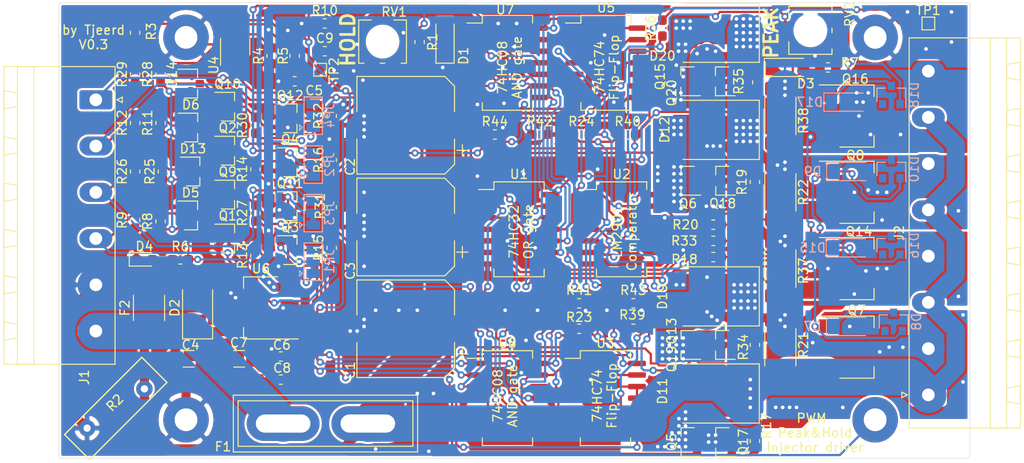
<source format=kicad_pcb>
(kicad_pcb (version 20171130) (host pcbnew 5.1.6-c6e7f7d~87~ubuntu18.04.1)
  (layers (0 F.Cu signal) (31 B.Cu signal) (34 B.Paste user hide) (35 F.Paste user hide) (36 B.SilkS user) (37 F.SilkS user) (38 B.Mask user hide) (39 F.Mask user hide) (44 Edge.Cuts user))
  (net 0 "")
  (net 1 5V)
  (net 2 VBAT)
  (net 3 INJ1-OUT)
  (net 4 "Net-(Q16-Pad3)")
  (net 5 INJ3-OUT)
  (net 6 INJ2-OUT)
  (net 7 INJ4-OUT)
  (net 8 "Net-(Q3-Pad3)")
  (net 9 "Net-(Q4-Pad3)")
  (net 10 "Net-(D1-Pad2)")
  (net 11 VREF)
  (net 12 PWM)
  (net 13 "Net-(U5-Pad8)")
  (net 14 "Net-(U5-Pad6)")
  (net 15 PWR_GND)
  (net 16 VBAT_IN)
  (net 17 INJ4)
  (net 18 INJ3)
  (net 19 INJ2)
  (net 20 INJ1)
  (net 21 inv_INJ1)
  (net 22 inv_INJ3)
  (net 23 "Net-(Q8-Pad3)")
  (net 24 "Net-(Q12-Pad3)")
  (net 25 "Net-(Q14-Pad3)")
  (net 26 inv_INJ2)
  (net 27 "Net-(RV1-Pad2)")
  (net 28 inv_INJ4)
  (net 29 "Net-(D4-Pad2)")
  (net 30 "Net-(D8-Pad2)")
  (net 31 "Net-(Q7-Pad3)")
  (net 32 "Net-(Q11-Pad3)")
  (net 33 "Net-(Q13-Pad1)")
  (net 34 "Net-(Q15-Pad1)")
  (net 35 "Net-(R3-Pad1)")
  (net 36 "Net-(R18-Pad2)")
  (net 37 "Net-(U1-Pad13)")
  (net 38 "Net-(U1-Pad12)")
  (net 39 "Net-(U1-Pad10)")
  (net 40 "Net-(U1-Pad9)")
  (net 41 "Net-(U1-Pad5)")
  (net 42 "Net-(U1-Pad4)")
  (net 43 "Net-(U1-Pad2)")
  (net 44 "Net-(U1-Pad1)")
  (net 45 "Net-(U3-Pad9)")
  (net 46 "Net-(U3-Pad8)")
  (net 47 "Net-(U3-Pad6)")
  (net 48 "Net-(U3-Pad5)")
  (net 49 "Net-(U5-Pad9)")
  (net 50 "Net-(U5-Pad5)")
  (net 51 "Net-(D3-Pad2)")
  (net 52 "Net-(C4-Pad2)")
  (net 53 "Net-(C9-Pad1)")
  (net 54 "Net-(D17-Pad1)")
  (net 55 "Net-(D18-Pad2)")
  (net 56 "Net-(R23-Pad2)")
  (net 57 "Net-(R40-Pad2)")
  (net 58 "Net-(JP1-Pad1)")
  (net 59 "Net-(JP2-Pad1)")
  (net 60 "Net-(JP3-Pad1)")
  (net 61 "Net-(JP4-Pad1)")
  (net 62 "Net-(D2-Pad2)")
  (net 63 "Net-(D5-Pad3)")
  (net 64 "Net-(D6-Pad3)")
  (net 65 "Net-(D7-Pad1)")
  (net 66 "Net-(D10-Pad1)")
  (net 67 "Net-(D10-Pad2)")
  (net 68 "Net-(D11-Pad2)")
  (net 69 "Net-(D12-Pad2)")
  (net 70 "Net-(D13-Pad3)")
  (net 71 "Net-(D14-Pad3)")
  (net 72 "Net-(D15-Pad1)")
  (net 73 "Net-(D16-Pad2)")
  (net 74 "Net-(D19-Pad2)")
  (net 75 "Net-(D20-Pad2)")
  (net 76 "Net-(R4-Pad2)")
  (net 77 "Net-(R20-Pad2)")
  (net 78 "Net-(R24-Pad2)")
  (net 79 "Net-(R33-Pad2)")
  (net 80 "Net-(R36-Pad2)")
  (net 81 "Net-(R39-Pad2)")
  (net 82 "Net-(Q17-Pad1)")
  (net 83 "Net-(Q18-Pad1)")
  (module Resistor_SMD:R_0603_1608Metric_Pad1.05x0.95mm_HandSolder (layer F.Cu) (at 183.642 92.202 180)
    (fp_text reference R33 (at 3.189 0) (layer F.SilkS))
    (fp_text value 100R)
    (pad 2 smd roundrect (at 0.875 0 180) (size 1.05 0.95) (layers F.Cu F.Paste F.Mask) (net 79 "Net-(R33-Pad2)"))
    (pad 1 smd roundrect (at -0.875 0 180) (size 1.05 0.95) (layers F.Cu F.Paste F.Mask) (net 73 "Net-(D16-Pad2)"))
  )
  (module Diode_SMD:D_SMC (layer F.Cu) (at 183.896 108.966 180)
    (fp_text reference D11 (at 5.842 0.254 90) (layer F.SilkS))
    (fp_text value SS36)
    (pad 2 smd rect (at 3.4 0 270) (size 3.3 2.5) (layers F.Cu F.Paste F.Mask) (net 68 "Net-(D11-Pad2)"))
    (pad 1 smd rect (at -3.4 0 270) (size 3.3 2.5) (layers F.Cu F.Paste F.Mask) (net 2 VBAT))
  )
  (module Package_TO_SOT_SMD:SOT-23 (layer F.Cu) (at 180.864 103.632 180)
    (fp_text reference Q13 (at 1.794 1.524 90) (layer F.SilkS))
    (fp_text value TSM2309)
    (pad 3 smd rect (at 1 0 180) (size 0.9 0.8) (layers F.Cu F.Paste F.Mask) (net 74 "Net-(D19-Pad2)"))
    (pad 2 smd rect (at -1 0.95 180) (size 0.9 0.8) (layers F.Cu F.Paste F.Mask) (net 6 INJ2-OUT))
    (pad 1 smd rect (at -1 -0.95 180) (size 0.9 0.8) (layers F.Cu F.Paste F.Mask) (net 33 "Net-(Q13-Pad1)"))
  )
  (module Package_TO_SOT_SMD:SOT-23 (layer F.Cu) (at 184.642 74.676 180)
    (fp_text reference Q20 (at 5.572 -1.27 90) (layer F.SilkS))
    (fp_text value TSM2309)
    (pad 1 smd rect (at -1 -0.95 180) (size 0.9 0.8) (layers F.Cu F.Paste F.Mask) (net 34 "Net-(Q15-Pad1)"))
    (pad 2 smd rect (at -1 0.95 180) (size 0.9 0.8) (layers F.Cu F.Paste F.Mask) (net 7 INJ4-OUT))
    (pad 3 smd rect (at 1 0 180) (size 0.9 0.8) (layers F.Cu F.Paste F.Mask) (net 75 "Net-(D20-Pad2)"))
  )
  (module Package_TO_SOT_SMD:SOT-23 (layer F.Cu) (at 184.674 85.598 180)
    (fp_text reference Q18 (at 0 -2.5) (layer F.SilkS))
    (fp_text value TSM2309)
    (pad 3 smd rect (at 1 0 180) (size 0.9 0.8) (layers F.Cu F.Paste F.Mask) (net 69 "Net-(D12-Pad2)"))
    (pad 2 smd rect (at -1 0.95 180) (size 0.9 0.8) (layers F.Cu F.Paste F.Mask) (net 5 INJ3-OUT))
    (pad 1 smd rect (at -1 -0.95 180) (size 0.9 0.8) (layers F.Cu F.Paste F.Mask) (net 83 "Net-(Q18-Pad1)"))
  )
  (module Package_TO_SOT_SMD:SOT-23 (layer F.Cu) (at 180.832 74.676 180)
    (fp_text reference Q15 (at 3.032 0.508 90) (layer F.SilkS))
    (fp_text value TSM2309)
    (pad 3 smd rect (at 1 0 180) (size 0.9 0.8) (layers F.Cu F.Paste F.Mask) (net 75 "Net-(D20-Pad2)"))
    (pad 2 smd rect (at -1 0.95 180) (size 0.9 0.8) (layers F.Cu F.Paste F.Mask) (net 7 INJ4-OUT))
    (pad 1 smd rect (at -1 -0.95 180) (size 0.9 0.8) (layers F.Cu F.Paste F.Mask) (net 34 "Net-(Q15-Pad1)"))
  )
  (module Package_TO_SOT_SMD:SOT-23 (layer F.Cu) (at 180.864 85.598 180)
    (fp_text reference Q6 (at 0 -2.5) (layer F.SilkS))
    (fp_text value TSM2309)
    (pad 3 smd rect (at 1 0 180) (size 0.9 0.8) (layers F.Cu F.Paste F.Mask) (net 69 "Net-(D12-Pad2)"))
    (pad 2 smd rect (at -1 0.95 180) (size 0.9 0.8) (layers F.Cu F.Paste F.Mask) (net 5 INJ3-OUT))
    (pad 1 smd rect (at -1 -0.95 180) (size 0.9 0.8) (layers F.Cu F.Paste F.Mask) (net 83 "Net-(Q18-Pad1)"))
  )
  (module Package_TO_SOT_SMD:SOT-23 (layer F.Cu) (at 184.658 103.632 180)
    (fp_text reference Q19 (at 5.588 -1.524 90) (layer F.SilkS))
    (fp_text value TSM2309)
    (pad 3 smd rect (at 1 0 180) (size 0.9 0.8) (layers F.Cu F.Paste F.Mask) (net 74 "Net-(D19-Pad2)"))
    (pad 2 smd rect (at -1 0.95 180) (size 0.9 0.8) (layers F.Cu F.Paste F.Mask) (net 6 INJ2-OUT))
    (pad 1 smd rect (at -1 -0.95 180) (size 0.9 0.8) (layers F.Cu F.Paste F.Mask) (net 33 "Net-(Q13-Pad1)"))
  )
  (module Package_TO_SOT_SMD:SOT-23 (layer F.Cu) (at 184.674 114.3 180)
    (fp_text reference Q17 (at -2.27 0 90) (layer F.SilkS))
    (fp_text value TSM2309)
    (pad 3 smd rect (at 1 0 180) (size 0.9 0.8) (layers F.Cu F.Paste F.Mask) (net 68 "Net-(D11-Pad2)"))
    (pad 2 smd rect (at -1 0.95 180) (size 0.9 0.8) (layers F.Cu F.Paste F.Mask) (net 3 INJ1-OUT))
    (pad 1 smd rect (at -1 -0.95 180) (size 0.9 0.8) (layers F.Cu F.Paste F.Mask) (net 82 "Net-(Q17-Pad1)"))
  )
  (module Package_TO_SOT_SMD:SOT-23 (layer F.Cu) (at 180.864 114.3 180)
    (fp_text reference Q5 (at 1.794 0 90) (layer F.SilkS))
    (fp_text value TSM2309)
    (pad 3 smd rect (at 1 0 180) (size 0.9 0.8) (layers F.Cu F.Paste F.Mask) (net 68 "Net-(D11-Pad2)"))
    (pad 2 smd rect (at -1 0.95 180) (size 0.9 0.8) (layers F.Cu F.Paste F.Mask) (net 3 INJ1-OUT))
    (pad 1 smd rect (at -1 -0.95 180) (size 0.9 0.8) (layers F.Cu F.Paste F.Mask) (net 82 "Net-(Q17-Pad1)"))
  )
  (module Resistor_SMD:R_0603_1608Metric_Pad1.05x0.95mm_HandSolder (layer F.Cu) (at 159.653 80.518)
    (fp_text reference R44 (at 0 -1.43) (layer F.SilkS))
    (fp_text value 1K)
    (pad 2 smd roundrect (at 0.875 0) (size 1.05 0.95) (layers F.Cu F.Paste F.Mask) (net 15 PWR_GND))
    (pad 1 smd roundrect (at -0.875 0) (size 1.05 0.95) (layers F.Cu F.Paste F.Mask) (net 28 inv_INJ4))
  )
  (module Resistor_SMD:R_0603_1608Metric_Pad1.05x0.95mm_HandSolder (layer F.Cu) (at 174.865 99.06)
    (fp_text reference R43 (at 0 -1.43) (layer F.SilkS))
    (fp_text value 1K)
    (pad 2 smd roundrect (at 0.875 0) (size 1.05 0.95) (layers F.Cu F.Paste F.Mask) (net 15 PWR_GND))
    (pad 1 smd roundrect (at -0.875 0) (size 1.05 0.95) (layers F.Cu F.Paste F.Mask) (net 26 inv_INJ2))
  )
  (module Resistor_SMD:R_0603_1608Metric_Pad1.05x0.95mm_HandSolder (layer F.Cu) (at 164.592 80.518)
    (fp_text reference R42 (at 0 -1.43) (layer F.SilkS))
    (fp_text value 1K)
    (pad 2 smd roundrect (at 0.875 0) (size 1.05 0.95) (layers F.Cu F.Paste F.Mask) (net 15 PWR_GND))
    (pad 1 smd roundrect (at -0.875 0) (size 1.05 0.95) (layers F.Cu F.Paste F.Mask) (net 22 inv_INJ3))
  )
  (module Resistor_SMD:R_0603_1608Metric_Pad1.05x0.95mm_HandSolder (layer F.Cu) (at 168.91 99.06)
    (fp_text reference R41 (at 0 -1.43) (layer F.SilkS))
    (fp_text value 1K)
    (pad 2 smd roundrect (at 0.875 0) (size 1.05 0.95) (layers F.Cu F.Paste F.Mask) (net 15 PWR_GND))
    (pad 1 smd roundrect (at -0.875 0) (size 1.05 0.95) (layers F.Cu F.Paste F.Mask) (net 21 inv_INJ1))
  )
  (module Package_TO_SOT_SMD:SOT-23 (layer F.Cu) (at 137.16 88.392)
    (fp_text reference Q11 (at 0 -2.5) (layer F.SilkS))
    (fp_text value 2N7002)
    (pad 3 smd rect (at 1 0) (size 0.9 0.8) (layers F.Cu F.Paste F.Mask) (net 32 "Net-(Q11-Pad3)"))
    (pad 2 smd rect (at -1 0.95) (size 0.9 0.8) (layers F.Cu F.Paste F.Mask) (net 15 PWR_GND))
    (pad 1 smd rect (at -1 -0.95) (size 0.9 0.8) (layers F.Cu F.Paste F.Mask) (net 26 inv_INJ2))
  )
  (module Package_TO_SOT_SMD:SOT-23 (layer F.Cu) (at 137.16 78.74)
    (fp_text reference Q12 (at 0 -2.5) (layer F.SilkS))
    (fp_text value 2N7002)
    (pad 3 smd rect (at 1 0) (size 0.9 0.8) (layers F.Cu F.Paste F.Mask) (net 24 "Net-(Q12-Pad3)"))
    (pad 2 smd rect (at -1 0.95) (size 0.9 0.8) (layers F.Cu F.Paste F.Mask) (net 15 PWR_GND))
    (pad 1 smd rect (at -1 -0.95) (size 0.9 0.8) (layers F.Cu F.Paste F.Mask) (net 28 inv_INJ4))
  )
  (module Package_TO_SOT_SMD:SOT-23 (layer F.Cu) (at 137.16 83.566)
    (fp_text reference Q4 (at 0 -2.5) (layer F.SilkS))
    (fp_text value 2N7002)
    (pad 3 smd rect (at 1 0) (size 0.9 0.8) (layers F.Cu F.Paste F.Mask) (net 9 "Net-(Q4-Pad3)"))
    (pad 2 smd rect (at -1 0.95) (size 0.9 0.8) (layers F.Cu F.Paste F.Mask) (net 15 PWR_GND))
    (pad 1 smd rect (at -1 -0.95) (size 0.9 0.8) (layers F.Cu F.Paste F.Mask) (net 22 inv_INJ3))
  )
  (module Package_TO_SOT_SMD:SOT-23 (layer F.Cu) (at 137.16 93.218)
    (fp_text reference Q3 (at 0 -2.5) (layer F.SilkS))
    (fp_text value 2N7002)
    (pad 3 smd rect (at 1 0) (size 0.9 0.8) (layers F.Cu F.Paste F.Mask) (net 8 "Net-(Q3-Pad3)"))
    (pad 2 smd rect (at -1 0.95) (size 0.9 0.8) (layers F.Cu F.Paste F.Mask) (net 15 PWR_GND))
    (pad 1 smd rect (at -1 -0.95) (size 0.9 0.8) (layers F.Cu F.Paste F.Mask) (net 21 inv_INJ1))
  )
  (module Jumper:SolderJumper-3_P1.3mm_Bridged12_Pad1.0x1.5mm (layer B.Cu) (at 139.7 78.456 90)
    (fp_text reference JP4 (at 0 1.8 90) (layer B.SilkS) (effects (justify mirror)))
    (fp_text value SolderJumper_3_Bridged12)
    (fp_poly (pts (xy -0.9 0.3) (xy -0.4 0.3) (xy -0.4 -0.3) (xy -0.9 -0.3)) (layer B.Cu) (width 0))
    (pad 2 smd rect (at 0 0 90) (size 1 1.5) (layers B.Cu B.Mask) (net 28 inv_INJ4))
    (pad 3 smd rect (at 1.3 0 90) (size 1 1.5) (layers B.Cu B.Mask) (net 17 INJ4))
    (pad 1 smd rect (at -1.3 0 90) (size 1 1.5) (layers B.Cu B.Mask) (net 61 "Net-(JP4-Pad1)"))
  )
  (module Jumper:SolderJumper-3_P1.3mm_Bridged12_Pad1.0x1.5mm (layer B.Cu) (at 139.7 89.154 90)
    (fp_text reference JP3 (at 0 1.8 90) (layer B.SilkS) (effects (justify mirror)))
    (fp_text value SolderJumper_3_Bridged12)
    (fp_poly (pts (xy -0.9 0.3) (xy -0.4 0.3) (xy -0.4 -0.3) (xy -0.9 -0.3)) (layer B.Cu) (width 0))
    (pad 2 smd rect (at 0 0 90) (size 1 1.5) (layers B.Cu B.Mask) (net 26 inv_INJ2))
    (pad 3 smd rect (at 1.3 0 90) (size 1 1.5) (layers B.Cu B.Mask) (net 19 INJ2))
    (pad 1 smd rect (at -1.3 0 90) (size 1 1.5) (layers B.Cu B.Mask) (net 60 "Net-(JP3-Pad1)"))
  )
  (module Jumper:SolderJumper-3_P1.3mm_Bridged12_Pad1.0x1.5mm (layer B.Cu) (at 139.7 94.488 90)
    (fp_text reference JP1 (at 0 1.8 90) (layer B.SilkS) (effects (justify mirror)))
    (fp_text value SolderJumper_3_Bridged12)
    (fp_poly (pts (xy -0.9 0.3) (xy -0.4 0.3) (xy -0.4 -0.3) (xy -0.9 -0.3)) (layer B.Cu) (width 0))
    (pad 2 smd rect (at 0 0 90) (size 1 1.5) (layers B.Cu B.Mask) (net 21 inv_INJ1))
    (pad 3 smd rect (at 1.3 0 90) (size 1 1.5) (layers B.Cu B.Mask) (net 20 INJ1))
    (pad 1 smd rect (at -1.3 0 90) (size 1 1.5) (layers B.Cu B.Mask) (net 58 "Net-(JP1-Pad1)"))
  )
  (module Jumper:SolderJumper-3_P1.3mm_Bridged12_Pad1.0x1.5mm (layer B.Cu) (at 139.7 83.82 90)
    (fp_text reference JP2 (at 0 1.8 90) (layer B.SilkS) (effects (justify mirror)))
    (fp_text value SolderJumper_3_Bridged12)
    (fp_poly (pts (xy -0.9 0.3) (xy -0.4 0.3) (xy -0.4 -0.3) (xy -0.9 -0.3)) (layer B.Cu) (width 0))
    (pad 2 smd rect (at 0 0 90) (size 1 1.5) (layers B.Cu B.Mask) (net 22 inv_INJ3))
    (pad 3 smd rect (at 1.3 0 90) (size 1 1.5) (layers B.Cu B.Mask) (net 18 INJ3))
    (pad 1 smd rect (at -1.3 0 90) (size 1 1.5) (layers B.Cu B.Mask) (net 59 "Net-(JP2-Pad1)"))
  )
  (module Diode_SMD:D_SOT-23_ANK (layer B.Cu) (at 203.2 76.184 90)
    (fp_text reference D18 (at 0 2.5 90) (layer B.SilkS) (effects (justify mirror)))
    (fp_text value BZX84C39)
    (pad 1 smd rect (at 1 0 90) (size 0.9 0.8) (layers B.Cu B.Paste B.Mask) (net 54 "Net-(D17-Pad1)"))
    (pad "" smd rect (at -1 -0.95 90) (size 0.9 0.8) (layers B.Cu B.Paste B.Mask))
    (pad 2 smd rect (at -1 0.95 90) (size 0.9 0.8) (layers B.Cu B.Paste B.Mask) (net 55 "Net-(D18-Pad2)"))
  )
  (module Diode_SMD:D_SOT-23_ANK (layer B.Cu) (at 203.2 92.71 90)
    (fp_text reference D16 (at 0 2.5 90) (layer B.SilkS) (effects (justify mirror)))
    (fp_text value BZX84C39)
    (pad 1 smd rect (at 1 0 90) (size 0.9 0.8) (layers B.Cu B.Paste B.Mask) (net 72 "Net-(D15-Pad1)"))
    (pad "" smd rect (at -1 -0.95 90) (size 0.9 0.8) (layers B.Cu B.Paste B.Mask))
    (pad 2 smd rect (at -1 0.95 90) (size 0.9 0.8) (layers B.Cu B.Paste B.Mask) (net 73 "Net-(D16-Pad2)"))
  )
  (module Diode_SMD:D_SOT-23_ANK (layer B.Cu) (at 203.2 84.328 90)
    (fp_text reference D10 (at 0 2.5 90) (layer B.SilkS) (effects (justify mirror)))
    (fp_text value BZX84C39)
    (pad 1 smd rect (at 1 0 90) (size 0.9 0.8) (layers B.Cu B.Paste B.Mask) (net 66 "Net-(D10-Pad1)"))
    (pad "" smd rect (at -1 -0.95 90) (size 0.9 0.8) (layers B.Cu B.Paste B.Mask))
    (pad 2 smd rect (at -1 0.95 90) (size 0.9 0.8) (layers B.Cu B.Paste B.Mask) (net 67 "Net-(D10-Pad2)"))
  )
  (module Diode_SMD:D_SOT-23_ANK (layer B.Cu) (at 203.454 101.092 90)
    (fp_text reference D8 (at 0 2.5 90) (layer B.SilkS) (effects (justify mirror)))
    (fp_text value BZX84C39)
    (pad 1 smd rect (at 1 0 90) (size 0.9 0.8) (layers B.Cu B.Paste B.Mask) (net 65 "Net-(D7-Pad1)"))
    (pad "" smd rect (at -1 -0.95 90) (size 0.9 0.8) (layers B.Cu B.Paste B.Mask))
    (pad 2 smd rect (at -1 0.95 90) (size 0.9 0.8) (layers B.Cu B.Paste B.Mask) (net 30 "Net-(D8-Pad2)"))
  )
  (module Diode_SMD:D_SMC (layer F.Cu) (at 183.896 98.298 180)
    (fp_text reference D19 (at 5.842 0 90) (layer F.SilkS))
    (fp_text value SS36)
    (pad 2 smd rect (at 3.4 0 270) (size 3.3 2.5) (layers F.Cu F.Paste F.Mask) (net 74 "Net-(D19-Pad2)"))
    (pad 1 smd rect (at -3.4 0 270) (size 3.3 2.5) (layers F.Cu F.Paste F.Mask) (net 2 VBAT))
  )
  (module Resistor_SMD:R_0603_1608Metric_Pad1.05x0.95mm_HandSolder (layer F.Cu) (at 183.642 90.424 180)
    (fp_text reference R20 (at 3.048 0) (layer F.SilkS))
    (fp_text value 100R)
    (pad 2 smd roundrect (at 0.875 0 180) (size 1.05 0.95) (layers F.Cu F.Paste F.Mask) (net 77 "Net-(R20-Pad2)"))
    (pad 1 smd roundrect (at -0.875 0 180) (size 1.05 0.95) (layers F.Cu F.Paste F.Mask) (net 67 "Net-(D10-Pad2)"))
  )
  (module Resistor_SMD:R_2512_6332Metric_Pad1.52x3.35mm_HandSolder (layer F.Cu) (at 191.008 95.25 90)
    (fp_text reference R37 (at -0.254 2.54 90) (layer F.SilkS))
    (fp_text value 0R1)
    (pad 2 smd roundrect (at 2.9875 0 90) (size 1.525 3.35) (layers F.Cu F.Paste F.Mask) (roundrect_rratio 0.163934) (net 15 PWR_GND))
    (pad 1 smd roundrect (at -2.9875 0 90) (size 1.525 3.35) (layers F.Cu F.Paste F.Mask) (roundrect_rratio 0.163934) (net 25 "Net-(Q14-Pad3)"))
  )
  (module Diode_SMD:D_SMC (layer F.Cu) (at 183.896 80.01 180)
    (fp_text reference D12 (at 5.588 0 90) (layer F.SilkS))
    (fp_text value SS36)
    (pad 2 smd rect (at 3.4 0 270) (size 3.3 2.5) (layers F.Cu F.Paste F.Mask) (net 69 "Net-(D12-Pad2)"))
    (pad 1 smd rect (at -3.4 0 270) (size 3.3 2.5) (layers F.Cu F.Paste F.Mask) (net 2 VBAT))
  )
  (module Diode_SMD:D_SMC (layer F.Cu) (at 183.896 69.342 180)
    (fp_text reference D20 (at 5.842 -2.54 180) (layer F.SilkS))
    (fp_text value SS36)
    (pad 2 smd rect (at 3.4 0 270) (size 3.3 2.5) (layers F.Cu F.Paste F.Mask) (net 75 "Net-(D20-Pad2)"))
    (pad 1 smd rect (at -3.4 0 270) (size 3.3 2.5) (layers F.Cu F.Paste F.Mask) (net 2 VBAT))
  )
  (module Resistor_SMD:R_0603_1608Metric_Pad1.05x0.95mm_HandSolder (layer F.Cu) (at 178.054 68.834 270)
    (fp_text reference R36 (at 0 1.27 90) (layer F.SilkS))
    (fp_text value 100R)
    (pad 2 smd roundrect (at 0.875 0 270) (size 1.05 0.95) (layers F.Cu F.Paste F.Mask) (net 80 "Net-(R36-Pad2)"))
    (pad 1 smd roundrect (at -0.875 0 270) (size 1.05 0.95) (layers F.Cu F.Paste F.Mask) (net 55 "Net-(D18-Pad2)"))
  )
  (module Resistor_SMD:R_0603_1608Metric_Pad1.05x0.95mm_HandSolder (layer F.Cu) (at 141.732 88.505 270)
    (fp_text reference R31 (at -0.113 1.27 90) (layer F.SilkS))
    (fp_text value 470R)
    (pad 2 smd roundrect (at 0.875 0 270) (size 1.05 0.95) (layers F.Cu F.Paste F.Mask) (net 33 "Net-(Q13-Pad1)"))
    (pad 1 smd roundrect (at -0.875 0 270) (size 1.05 0.95) (layers F.Cu F.Paste F.Mask) (net 32 "Net-(Q11-Pad3)"))
  )
  (module Resistor_SMD:R_0603_1608Metric_Pad1.05x0.95mm_HandSolder (layer F.Cu) (at 183.642 93.98 180)
    (fp_text reference R18 (at 3.161 -0.254) (layer F.SilkS))
    (fp_text value 100R)
    (pad 2 smd roundrect (at 0.875 0 180) (size 1.05 0.95) (layers F.Cu F.Paste F.Mask) (net 36 "Net-(R18-Pad2)"))
    (pad 1 smd roundrect (at -0.875 0 180) (size 1.05 0.95) (layers F.Cu F.Paste F.Mask) (net 30 "Net-(D8-Pad2)"))
  )
  (module Diode_SMD:D_MiniMELF (layer B.Cu) (at 198.346 76.962)
    (fp_text reference D17 (at -4.092 0) (layer B.SilkS) (effects (justify mirror)))
    (fp_text value BAV103)
    (pad 2 smd rect (at 1.75 0) (size 1.3 1.7) (layers B.Cu B.Paste B.Mask) (net 7 INJ4-OUT))
    (pad 1 smd rect (at -1.75 0) (size 1.3 1.7) (layers B.Cu B.Paste B.Mask) (net 54 "Net-(D17-Pad1)"))
  )
  (module Diode_SMD:D_MiniMELF (layer B.Cu) (at 198.6 92.964)
    (fp_text reference D15 (at -4.036 0) (layer B.SilkS) (effects (justify mirror)))
    (fp_text value BAV103)
    (pad 2 smd rect (at 1.75 0) (size 1.3 1.7) (layers B.Cu B.Paste B.Mask) (net 6 INJ2-OUT))
    (pad 1 smd rect (at -1.75 0) (size 1.3 1.7) (layers B.Cu B.Paste B.Mask) (net 72 "Net-(D15-Pad1)"))
  )
  (module Diode_SMD:D_MiniMELF (layer B.Cu) (at 198.656 84.582)
    (fp_text reference D9 (at -4.092 0) (layer B.SilkS) (effects (justify mirror)))
    (fp_text value BAV103)
    (pad 2 smd rect (at 1.75 0) (size 1.3 1.7) (layers B.Cu B.Paste B.Mask) (net 5 INJ3-OUT))
    (pad 1 smd rect (at -1.75 0) (size 1.3 1.7) (layers B.Cu B.Paste B.Mask) (net 66 "Net-(D10-Pad1)"))
  )
  (module Diode_SMD:D_MiniMELF (layer B.Cu) (at 198.628 101.6)
    (fp_text reference D7 (at -4.092 0) (layer B.SilkS) (effects (justify mirror)))
    (fp_text value BAV103)
    (pad 2 smd rect (at 1.75 0) (size 1.3 1.7) (layers B.Cu B.Paste B.Mask) (net 3 INJ1-OUT))
    (pad 1 smd rect (at -1.75 0) (size 1.3 1.7) (layers B.Cu B.Paste B.Mask) (net 65 "Net-(D7-Pad1)"))
  )
  (module Resistor_SMD:R_0603_1608Metric_Pad1.05x0.95mm_HandSolder (layer F.Cu) (at 133.35 79.502 90)
    (fp_text reference R30 (at 0 -1.43 90) (layer F.SilkS))
    (fp_text value 1K)
    (pad 2 smd roundrect (at 0.875 0 90) (size 1.05 0.95) (layers F.Cu F.Paste F.Mask) (net 61 "Net-(JP4-Pad1)"))
    (pad 1 smd roundrect (at -0.875 0 90) (size 1.05 0.95) (layers F.Cu F.Paste F.Mask) (net 1 5V))
  )
  (module Resistor_SMD:R_0603_1608Metric_Pad1.05x0.95mm_HandSolder (layer F.Cu) (at 120.142 73.914 90)
    (fp_text reference R29 (at 0 -1.43 90) (layer F.SilkS))
    (fp_text value 1K)
    (pad 2 smd roundrect (at 0.875 0 90) (size 1.05 0.95) (layers F.Cu F.Paste F.Mask) (net 17 INJ4))
    (pad 1 smd roundrect (at -0.875 0 90) (size 1.05 0.95) (layers F.Cu F.Paste F.Mask) (net 71 "Net-(D14-Pad3)"))
  )
  (module Resistor_SMD:R_0603_1608Metric_Pad1.05x0.95mm_HandSolder (layer F.Cu) (at 122.936 73.914 90)
    (fp_text reference R28 (at 0 -1.43 90) (layer F.SilkS))
    (fp_text value 1K)
    (pad 2 smd roundrect (at 0.875 0 90) (size 1.05 0.95) (layers F.Cu F.Paste F.Mask) (net 71 "Net-(D14-Pad3)"))
    (pad 1 smd roundrect (at -0.875 0 90) (size 1.05 0.95) (layers F.Cu F.Paste F.Mask) (net 1 5V))
  )
  (module Resistor_SMD:R_0603_1608Metric_Pad1.05x0.95mm_HandSolder (layer F.Cu) (at 133.35 89.154 90)
    (fp_text reference R27 (at 0 -1.43 90) (layer F.SilkS))
    (fp_text value 1K)
    (pad 2 smd roundrect (at 0.875 0 90) (size 1.05 0.95) (layers F.Cu F.Paste F.Mask) (net 60 "Net-(JP3-Pad1)"))
    (pad 1 smd roundrect (at -0.875 0 90) (size 1.05 0.95) (layers F.Cu F.Paste F.Mask) (net 1 5V))
  )
  (module Resistor_SMD:R_0603_1608Metric_Pad1.05x0.95mm_HandSolder (layer F.Cu) (at 120.142 84.582 90)
    (fp_text reference R26 (at 0 -1.43 90) (layer F.SilkS))
    (fp_text value 1K)
    (pad 2 smd roundrect (at 0.875 0 90) (size 1.05 0.95) (layers F.Cu F.Paste F.Mask) (net 19 INJ2))
    (pad 1 smd roundrect (at -0.875 0 90) (size 1.05 0.95) (layers F.Cu F.Paste F.Mask) (net 70 "Net-(D13-Pad3)"))
  )
  (module Resistor_SMD:R_0603_1608Metric_Pad1.05x0.95mm_HandSolder (layer F.Cu) (at 123.19 84.582 90)
    (fp_text reference R25 (at 0 -1.43 90) (layer F.SilkS))
    (fp_text value 1K)
    (pad 2 smd roundrect (at 0.875 0 90) (size 1.05 0.95) (layers F.Cu F.Paste F.Mask) (net 70 "Net-(D13-Pad3)"))
    (pad 1 smd roundrect (at -0.875 0 90) (size 1.05 0.95) (layers F.Cu F.Paste F.Mask) (net 1 5V))
  )
  (module Resistor_SMD:R_0603_1608Metric_Pad1.05x0.95mm_HandSolder (layer F.Cu) (at 133.35 84.328 90)
    (fp_text reference R14 (at 0 -1.43 90) (layer F.SilkS))
    (fp_text value 1K)
    (pad 2 smd roundrect (at 0.875 0 90) (size 1.05 0.95) (layers F.Cu F.Paste F.Mask) (net 59 "Net-(JP2-Pad1)"))
    (pad 1 smd roundrect (at -0.875 0 90) (size 1.05 0.95) (layers F.Cu F.Paste F.Mask) (net 1 5V))
  )
  (module Resistor_SMD:R_0603_1608Metric_Pad1.05x0.95mm_HandSolder (layer F.Cu) (at 133.35 93.839 90)
    (fp_text reference R13 (at 0 -1.43 90) (layer F.SilkS))
    (fp_text value 1K)
    (pad 2 smd roundrect (at 0.875 0 90) (size 1.05 0.95) (layers F.Cu F.Paste F.Mask) (net 58 "Net-(JP1-Pad1)"))
    (pad 1 smd roundrect (at -0.875 0 90) (size 1.05 0.95) (layers F.Cu F.Paste F.Mask) (net 1 5V))
  )
  (module Resistor_SMD:R_0603_1608Metric_Pad1.05x0.95mm_HandSolder (layer F.Cu) (at 120.142 79.248 90)
    (fp_text reference R12 (at 0 -1.43 90) (layer F.SilkS))
    (fp_text value 1K)
    (pad 2 smd roundrect (at 0.875 0 90) (size 1.05 0.95) (layers F.Cu F.Paste F.Mask) (net 18 INJ3))
    (pad 1 smd roundrect (at -0.875 0 90) (size 1.05 0.95) (layers F.Cu F.Paste F.Mask) (net 64 "Net-(D6-Pad3)"))
  )
  (module Resistor_SMD:R_0603_1608Metric_Pad1.05x0.95mm_HandSolder (layer F.Cu) (at 122.936 79.248 90)
    (fp_text reference R11 (at 0 -1.43 90) (layer F.SilkS))
    (fp_text value 1K)
    (pad 2 smd roundrect (at 0.875 0 90) (size 1.05 0.95) (layers F.Cu F.Paste F.Mask) (net 64 "Net-(D6-Pad3)"))
    (pad 1 smd roundrect (at -0.875 0 90) (size 1.05 0.95) (layers F.Cu F.Paste F.Mask) (net 1 5V))
  )
  (module Resistor_SMD:R_0603_1608Metric_Pad1.05x0.95mm_HandSolder (layer F.Cu) (at 120.142 89.916 90)
    (fp_text reference R9 (at 0 -1.43 90) (layer F.SilkS))
    (fp_text value 1K)
    (pad 2 smd roundrect (at 0.875 0 90) (size 1.05 0.95) (layers F.Cu F.Paste F.Mask) (net 20 INJ1))
    (pad 1 smd roundrect (at -0.875 0 90) (size 1.05 0.95) (layers F.Cu F.Paste F.Mask) (net 63 "Net-(D5-Pad3)"))
  )
  (module Resistor_SMD:R_0603_1608Metric_Pad1.05x0.95mm_HandSolder (layer F.Cu) (at 122.936 90.057 90)
    (fp_text reference R8 (at 0 -1.43 90) (layer F.SilkS))
    (fp_text value 1K)
    (pad 2 smd roundrect (at 0.875 0 90) (size 1.05 0.95) (layers F.Cu F.Paste F.Mask) (net 63 "Net-(D5-Pad3)"))
    (pad 1 smd roundrect (at -0.875 0 90) (size 1.05 0.95) (layers F.Cu F.Paste F.Mask) (net 1 5V))
  )
  (module Package_TO_SOT_SMD:SOT-23 (layer F.Cu) (at 130.302 77.47)
    (fp_text reference Q10 (at 0 -2.5) (layer F.SilkS))
    (fp_text value 2N7002)
    (pad 3 smd rect (at 1 0) (size 0.9 0.8) (layers F.Cu F.Paste F.Mask) (net 61 "Net-(JP4-Pad1)"))
    (pad 2 smd rect (at -1 0.95) (size 0.9 0.8) (layers F.Cu F.Paste F.Mask) (net 15 PWR_GND))
    (pad 1 smd rect (at -1 -0.95) (size 0.9 0.8) (layers F.Cu F.Paste F.Mask) (net 71 "Net-(D14-Pad3)"))
  )
  (module Package_TO_SOT_SMD:SOT-23 (layer F.Cu) (at 130.302 87.122)
    (fp_text reference Q9 (at 0 -2.5) (layer F.SilkS))
    (fp_text value 2N7002)
    (pad 3 smd rect (at 1 0) (size 0.9 0.8) (layers F.Cu F.Paste F.Mask) (net 60 "Net-(JP3-Pad1)"))
    (pad 2 smd rect (at -1 0.95) (size 0.9 0.8) (layers F.Cu F.Paste F.Mask) (net 15 PWR_GND))
    (pad 1 smd rect (at -1 -0.95) (size 0.9 0.8) (layers F.Cu F.Paste F.Mask) (net 70 "Net-(D13-Pad3)"))
  )
  (module Package_TO_SOT_SMD:SOT-23 (layer F.Cu) (at 130.302 82.296)
    (fp_text reference Q2 (at 0 -2.5) (layer F.SilkS))
    (fp_text value 2N7002)
    (pad 3 smd rect (at 1 0) (size 0.9 0.8) (layers F.Cu F.Paste F.Mask) (net 59 "Net-(JP2-Pad1)"))
    (pad 2 smd rect (at -1 0.95) (size 0.9 0.8) (layers F.Cu F.Paste F.Mask) (net 15 PWR_GND))
    (pad 1 smd rect (at -1 -0.95) (size 0.9 0.8) (layers F.Cu F.Paste F.Mask) (net 64 "Net-(D6-Pad3)"))
  )
  (module Package_TO_SOT_SMD:SOT-23 (layer F.Cu) (at 130.302 91.948)
    (fp_text reference Q1 (at 0 -2.5) (layer F.SilkS))
    (fp_text value 2N7002)
    (pad 3 smd rect (at 1 0) (size 0.9 0.8) (layers F.Cu F.Paste F.Mask) (net 58 "Net-(JP1-Pad1)"))
    (pad 2 smd rect (at -1 0.95) (size 0.9 0.8) (layers F.Cu F.Paste F.Mask) (net 15 PWR_GND))
    (pad 1 smd rect (at -1 -0.95) (size 0.9 0.8) (layers F.Cu F.Paste F.Mask) (net 63 "Net-(D5-Pad3)"))
  )
  (module Package_TO_SOT_SMD:SOT-23 (layer F.Cu) (at 126.238 74.93)
    (fp_text reference D14 (at -2.032 -1.016 90) (layer F.SilkS))
    (fp_text value BAT54S)
    (pad 3 smd rect (at 1 0) (size 0.9 0.8) (layers F.Cu F.Paste F.Mask) (net 71 "Net-(D14-Pad3)"))
    (pad 2 smd rect (at -1 0.95) (size 0.9 0.8) (layers F.Cu F.Paste F.Mask) (net 1 5V))
    (pad 1 smd rect (at -1 -0.95) (size 0.9 0.8) (layers F.Cu F.Paste F.Mask) (net 15 PWR_GND))
  )
  (module Package_TO_SOT_SMD:SOT-23 (layer F.Cu) (at 126.492 84.582)
    (fp_text reference D13 (at 0 -2.5) (layer F.SilkS))
    (fp_text value BAT54S)
    (pad 3 smd rect (at 1 0) (size 0.9 0.8) (layers F.Cu F.Paste F.Mask) (net 70 "Net-(D13-Pad3)"))
    (pad 2 smd rect (at -1 0.95) (size 0.9 0.8) (layers F.Cu F.Paste F.Mask) (net 1 5V))
    (pad 1 smd rect (at -1 -0.95) (size 0.9 0.8) (layers F.Cu F.Paste F.Mask) (net 15 PWR_GND))
  )
  (module Package_TO_SOT_SMD:SOT-23 (layer F.Cu) (at 126.254 79.756)
    (fp_text reference D6 (at 0 -2.5) (layer F.SilkS))
    (fp_text value BAT54S)
    (pad 3 smd rect (at 1 0) (size 0.9 0.8) (layers F.Cu F.Paste F.Mask) (net 64 "Net-(D6-Pad3)"))
    (pad 2 smd rect (at -1 0.95) (size 0.9 0.8) (layers F.Cu F.Paste F.Mask) (net 1 5V))
    (pad 1 smd rect (at -1 -0.95) (size 0.9 0.8) (layers F.Cu F.Paste F.Mask) (net 15 PWR_GND))
  )
  (module Resistor_SMD:R_0603_1608Metric_Pad1.05x0.95mm_HandSolder (layer F.Cu) (at 135.128 71.882 90)
    (fp_text reference R4 (at 0 -1.43 90) (layer F.SilkS))
    (fp_text value 12k)
    (pad 2 smd roundrect (at 0.875 0 90) (size 1.05 0.95) (layers F.Cu F.Paste F.Mask) (net 76 "Net-(R4-Pad2)"))
    (pad 1 smd roundrect (at -0.875 0 90) (size 1.05 0.95) (layers F.Cu F.Paste F.Mask) (net 15 PWR_GND))
  )
  (module Package_TO_SOT_SMD:SOT-23 (layer F.Cu) (at 126.238 89.408)
    (fp_text reference D5 (at 0 -2.5) (layer F.SilkS))
    (fp_text value BAT54S)
    (pad 3 smd rect (at 1 0) (size 0.9 0.8) (layers F.Cu F.Paste F.Mask) (net 63 "Net-(D5-Pad3)"))
    (pad 2 smd rect (at -1 0.95) (size 0.9 0.8) (layers F.Cu F.Paste F.Mask) (net 1 5V))
    (pad 1 smd rect (at -1 -0.95) (size 0.9 0.8) (layers F.Cu F.Paste F.Mask) (net 15 PWR_GND))
  )
  (module Package_SO:SO-14_5.3x10.2mm_P1.27mm (layer F.Cu) (at 161.036 109.474)
    (fp_text reference U8 (at 0 -6.05) (layer F.SilkS))
    (fp_text value 74LS08)
    (pad 14 smd roundrect (at 3.4625 -3.81) (size 1.975 0.6) (layers F.Cu F.Paste F.Mask) (net 1 5V))
    (pad 13 smd roundrect (at 3.4625 -2.54) (size 1.975 0.6) (layers F.Cu F.Paste F.Mask) (net 21 inv_INJ1))
    (pad 12 smd roundrect (at 3.4625 -1.27) (size 1.975 0.6) (layers F.Cu F.Paste F.Mask) (net 47 "Net-(U3-Pad6)"))
    (pad 11 smd roundrect (at 3.4625 0) (size 1.975 0.6) (layers F.Cu F.Paste F.Mask) (net 43 "Net-(U1-Pad2)"))
    (pad 10 smd roundrect (at 3.4625 1.27) (size 1.975 0.6) (layers F.Cu F.Paste F.Mask) (net 21 inv_INJ1))
    (pad 9 smd roundrect (at 3.4625 2.54) (size 1.975 0.6) (layers F.Cu F.Paste F.Mask) (net 12 PWM))
    (pad 8 smd roundrect (at 3.4625 3.81) (size 1.975 0.6) (layers F.Cu F.Paste F.Mask) (net 44 "Net-(U1-Pad1)"))
    (pad 7 smd roundrect (at -3.4625 3.81) (size 1.975 0.6) (layers F.Cu F.Paste F.Mask) (net 15 PWR_GND))
    (pad 6 smd roundrect (at -3.4625 2.54) (size 1.975 0.6) (layers F.Cu F.Paste F.Mask) (net 41 "Net-(U1-Pad5)"))
    (pad 5 smd roundrect (at -3.4625 1.27) (size 1.975 0.6) (layers F.Cu F.Paste F.Mask) (net 26 inv_INJ2))
    (pad 4 smd roundrect (at -3.4625 0) (size 1.975 0.6) (layers F.Cu F.Paste F.Mask) (net 46 "Net-(U3-Pad8)"))
    (pad 3 smd roundrect (at -3.4625 -1.27) (size 1.975 0.6) (layers F.Cu F.Paste F.Mask) (net 42 "Net-(U1-Pad4)"))
    (pad 2 smd roundrect (at -3.4625 -2.54) (size 1.975 0.6) (layers F.Cu F.Paste F.Mask) (net 26 inv_INJ2))
    (pad 1 smd roundrect (at -3.4625 -3.81) (size 1.975 0.6) (layers F.Cu F.Paste F.Mask) (net 12 PWM))
  )
  (module Package_SO:SO-14_5.3x10.2mm_P1.27mm (layer F.Cu) (at 171.7975 109.474)
    (fp_text reference U3 (at 0 -6.05) (layer F.SilkS))
    (fp_text value 74LS74)
    (pad 14 smd roundrect (at 3.4625 -3.81) (size 1.975 0.6) (layers F.Cu F.Paste F.Mask) (net 1 5V))
    (pad 13 smd roundrect (at 3.4625 -2.54) (size 1.975 0.6) (layers F.Cu F.Paste F.Mask) (net 26 inv_INJ2))
    (pad 12 smd roundrect (at 3.4625 -1.27) (size 1.975 0.6) (layers F.Cu F.Paste F.Mask) (net 15 PWR_GND))
    (pad 11 smd roundrect (at 3.4625 0) (size 1.975 0.6) (layers F.Cu F.Paste F.Mask) (net 15 PWR_GND))
    (pad 10 smd roundrect (at 3.4625 1.27) (size 1.975 0.6) (layers F.Cu F.Paste F.Mask) (net 81 "Net-(R39-Pad2)"))
    (pad 9 smd roundrect (at 3.4625 2.54) (size 1.975 0.6) (layers F.Cu F.Paste F.Mask) (net 45 "Net-(U3-Pad9)"))
    (pad 8 smd roundrect (at 3.4625 3.81) (size 1.975 0.6) (layers F.Cu F.Paste F.Mask) (net 46 "Net-(U3-Pad8)"))
    (pad 7 smd roundrect (at -3.4625 3.81) (size 1.975 0.6) (layers F.Cu F.Paste F.Mask) (net 15 PWR_GND))
    (pad 6 smd roundrect (at -3.4625 2.54) (size 1.975 0.6) (layers F.Cu F.Paste F.Mask) (net 47 "Net-(U3-Pad6)"))
    (pad 5 smd roundrect (at -3.4625 1.27) (size 1.975 0.6) (layers F.Cu F.Paste F.Mask) (net 48 "Net-(U3-Pad5)"))
    (pad 4 smd roundrect (at -3.4625 0) (size 1.975 0.6) (layers F.Cu F.Paste F.Mask) (net 56 "Net-(R23-Pad2)"))
    (pad 3 smd roundrect (at -3.4625 -1.27) (size 1.975 0.6) (layers F.Cu F.Paste F.Mask) (net 15 PWR_GND))
    (pad 2 smd roundrect (at -3.4625 -2.54) (size 1.975 0.6) (layers F.Cu F.Paste F.Mask) (net 15 PWR_GND))
    (pad 1 smd roundrect (at -3.4625 -3.81) (size 1.975 0.6) (layers F.Cu F.Paste F.Mask) (net 21 inv_INJ1))
  )
  (module Resistor_SMD:R_2512_6332Metric_Pad1.52x3.35mm_HandSolder (layer F.Cu) (at 191.008 103.886 90)
    (fp_text reference R21 (at 0.254 2.54 90) (layer F.SilkS))
    (fp_text value 0R1)
    (pad 2 smd roundrect (at 2.9875 0 90) (size 1.525 3.35) (layers F.Cu F.Paste F.Mask) (roundrect_rratio 0.163934) (net 15 PWR_GND))
    (pad 1 smd roundrect (at -2.9875 0 90) (size 1.525 3.35) (layers F.Cu F.Paste F.Mask) (roundrect_rratio 0.163934) (net 31 "Net-(Q7-Pad3)"))
  )
  (module Connector_Phoenix_MSTB:PhoenixContact_MSTBA_2,5_6-G-5,08_1x06_P5.08mm_Horizontal (layer F.Cu) (at 115.824 76.708 270)
    (fp_text reference J1 (at 30.48 1.27 90) (layer F.SilkS))
    (fp_text value "RND 205-00203")
    (pad 6 thru_hole oval (at 25.4 0 270) (size 2.08 3.6) (drill 1.4) (layers *.Cu *.Mask) (net 16 VBAT_IN))
    (pad 5 thru_hole oval (at 20.32 0 270) (size 2.08 3.6) (drill 1.4) (layers *.Cu *.Mask) (net 15 PWR_GND))
    (pad 4 thru_hole oval (at 15.24 0 270) (size 2.08 3.6) (drill 1.4) (layers *.Cu *.Mask) (net 20 INJ1))
    (pad 3 thru_hole oval (at 10.16 0 270) (size 2.08 3.6) (drill 1.4) (layers *.Cu *.Mask) (net 19 INJ2))
    (pad 2 thru_hole oval (at 5.08 0 270) (size 2.08 3.6) (drill 1.4) (layers *.Cu *.Mask) (net 18 INJ3))
    (pad 1 thru_hole roundrect (at 0 0 270) (size 2.08 3.6) (drill 1.4) (layers *.Cu *.Mask) (roundrect_rratio 0.120192) (net 17 INJ4))
  )
  (module Connector_Phoenix_MSTB:PhoenixContact_MSTBA_2,5_8-G-5,08_1x08_P5.08mm_Horizontal (layer F.Cu) (at 207.264 109.118 90)
    (fp_text reference J2 (at 17.78 -3.2 90) (layer F.SilkS))
    (fp_text value "RND 205-00205")
    (pad 8 thru_hole oval (at 35.56 0 90) (size 2.08 3.6) (drill 1.4) (layers *.Cu *.Mask) (net 7 INJ4-OUT))
    (pad 7 thru_hole oval (at 30.48 0 90) (size 2.08 3.6) (drill 1.4) (layers *.Cu *.Mask) (net 2 VBAT))
    (pad 6 thru_hole oval (at 25.4 0 90) (size 2.08 3.6) (drill 1.4) (layers *.Cu *.Mask) (net 5 INJ3-OUT))
    (pad 5 thru_hole oval (at 20.32 0 90) (size 2.08 3.6) (drill 1.4) (layers *.Cu *.Mask) (net 2 VBAT))
    (pad 4 thru_hole oval (at 15.24 0 90) (size 2.08 3.6) (drill 1.4) (layers *.Cu *.Mask) (net 6 INJ2-OUT))
    (pad 3 thru_hole oval (at 10.16 0 90) (size 2.08 3.6) (drill 1.4) (layers *.Cu *.Mask) (net 2 VBAT))
    (pad 2 thru_hole oval (at 5.08 0 90) (size 2.08 3.6) (drill 1.4) (layers *.Cu *.Mask) (net 3 INJ1-OUT))
    (pad 1 thru_hole roundrect (at 0 0 90) (size 2.08 3.6) (drill 1.4) (layers *.Cu *.Mask) (roundrect_rratio 0.120192) (net 2 VBAT))
  )
  (module MountingHole:MountingHole_2.5mm_Pad (layer F.Cu) (at 201.422 111.85)
    (fp_text reference H4 (at 0 -0.09) (layer F.SilkS))
    (fp_text value MountingHole_Pad)
    (pad 1 thru_hole circle (at 0 0) (size 5 5) (drill 2.5) (layers *.Cu *.Mask) (net 15 PWR_GND))
  )
  (module MountingHole:MountingHole_2.5mm_Pad (layer F.Cu) (at 201.422 69.85)
    (fp_text reference H3 (at 0 -0.254) (layer F.SilkS))
    (fp_text value MountingHole_Pad)
    (pad 1 thru_hole circle (at 0 0) (size 5 5) (drill 2.5) (layers *.Cu *.Mask) (net 15 PWR_GND))
  )
  (module MountingHole:MountingHole_2.5mm_Pad (layer F.Cu) (at 125.73 111.85)
    (fp_text reference H2 (at -0.254 0.164) (layer F.SilkS))
    (fp_text value MountingHole_Pad)
    (pad 1 thru_hole circle (at 0 0) (size 5 5) (drill 2.5) (layers *.Cu *.Mask) (net 15 PWR_GND))
  )
  (module MountingHole:MountingHole_2.5mm_Pad (layer F.Cu) (at 125.73 69.85)
    (fp_text reference H1 (at 0.254 0) (layer F.SilkS))
    (fp_text value MountingHole_Pad)
    (pad 1 thru_hole circle (at 0 0) (size 5 5) (drill 2.5) (layers *.Cu *.Mask) (net 15 PWR_GND))
  )
  (module Diode_SMD:D_SMA (layer F.Cu) (at 127 99.568 90)
    (fp_text reference D2 (at 0 -2.5 90) (layer F.SilkS))
    (fp_text value 1N4007)
    (pad 2 smd rect (at 2 0 90) (size 2.5 1.8) (layers F.Cu F.Paste F.Mask) (net 62 "Net-(D2-Pad2)"))
    (pad 1 smd rect (at -2 0 90) (size 2.5 1.8) (layers F.Cu F.Paste F.Mask) (net 52 "Net-(C4-Pad2)"))
  )
  (module Package_TO_SOT_SMD:SOT-223-3_TabPin2 (layer F.Cu) (at 133.96 99.568 180)
    (fp_text reference U6 (at 0 4.318) (layer F.SilkS))
    (fp_text value LM340)
    (pad 1 smd rect (at -3.15 -2.3 180) (size 2 1.5) (layers F.Cu F.Paste F.Mask) (net 52 "Net-(C4-Pad2)"))
    (pad 3 smd rect (at -3.15 2.3 180) (size 2 1.5) (layers F.Cu F.Paste F.Mask) (net 1 5V))
    (pad 2 smd rect (at -3.15 0 180) (size 2 1.5) (layers F.Cu F.Paste F.Mask) (net 15 PWR_GND))
    (pad 2 smd rect (at 3.15 0 180) (size 2 3.8) (layers F.Cu F.Paste F.Mask) (net 15 PWR_GND))
  )
  (module TestPoint:TestPoint_Pad_1.0x1.0mm (layer F.Cu) (at 140.462 73.406 90)
    (fp_text reference TP2 (at 0 1.524 90) (layer F.SilkS))
    (fp_text value HoldTP)
    (pad 1 smd rect (at 0 0 90) (size 1 1) (layers F.Cu F.Mask) (net 53 "Net-(C9-Pad1)"))
  )
  (module TestPoint:TestPoint_Pad_1.0x1.0mm (layer F.Cu) (at 207.264 68.326)
    (fp_text reference TP1 (at 0 -1.448) (layer F.SilkS))
    (fp_text value PeakTP)
    (pad 1 smd rect (at 0 0) (size 1 1) (layers F.Cu F.Mask) (net 11 VREF))
  )
  (module Resistor_SMD:R_0603_1608Metric_Pad1.05x0.95mm_HandSolder (layer F.Cu) (at 140.97 68.326)
    (fp_text reference R10 (at 0 -1.43) (layer F.SilkS))
    (fp_text value 10k)
    (pad 2 smd roundrect (at 0.875 0) (size 1.05 0.95) (layers F.Cu F.Paste F.Mask) (net 12 PWM))
    (pad 1 smd roundrect (at -0.875 0) (size 1.05 0.95) (layers F.Cu F.Paste F.Mask) (net 53 "Net-(C9-Pad1)"))
  )
  (module Capacitor_SMD:C_0603_1608Metric_Pad1.05x0.95mm_HandSolder (layer F.Cu) (at 140.97 71.374)
    (fp_text reference C9 (at 0 -1.43) (layer F.SilkS))
    (fp_text value 220nf)
    (pad 2 smd roundrect (at 0.875 0) (size 1.05 0.95) (layers F.Cu F.Paste F.Mask) (net 15 PWR_GND))
    (pad 1 smd roundrect (at -0.875 0) (size 1.05 0.95) (layers F.Cu F.Paste F.Mask) (net 53 "Net-(C9-Pad1)"))
  )
  (module Capacitor_SMD:CP_Elec_10x12.5 (layer F.Cu) (at 149.86 90.678 180)
    (fp_text reference C3 (at 6.096 -4.826 90) (layer F.SilkS))
    (fp_text value 1mF)
    (pad 2 smd roundrect (at 4.2 0 180) (size 4.4 2.5) (layers F.Cu F.Paste F.Mask) (roundrect_rratio 0.1) (net 15 PWR_GND))
    (pad 1 smd roundrect (at -4.2 0 180) (size 4.4 2.5) (layers F.Cu F.Paste F.Mask) (roundrect_rratio 0.1) (net 2 VBAT))
  )
  (module Capacitor_SMD:CP_Elec_10x12.5 (layer F.Cu) (at 149.86 79.502 180)
    (fp_text reference C2 (at 6.096 -4.572 90) (layer F.SilkS))
    (fp_text value 1mF)
    (pad 2 smd roundrect (at 4.2 0 180) (size 4.4 2.5) (layers F.Cu F.Paste F.Mask) (roundrect_rratio 0.1) (net 15 PWR_GND))
    (pad 1 smd roundrect (at -4.2 0 180) (size 4.4 2.5) (layers F.Cu F.Paste F.Mask) (roundrect_rratio 0.1) (net 2 VBAT))
  )
  (module Capacitor_SMD:CP_Elec_10x12.5 (layer F.Cu) (at 149.86 101.854 180)
    (fp_text reference C1 (at 6.096 -4.572 90) (layer F.SilkS))
    (fp_text value 1mF)
    (pad 2 smd roundrect (at 4.2 0 180) (size 4.4 2.5) (layers F.Cu F.Paste F.Mask) (roundrect_rratio 0.1) (net 15 PWR_GND))
    (pad 1 smd roundrect (at -4.2 0 180) (size 4.4 2.5) (layers F.Cu F.Paste F.Mask) (roundrect_rratio 0.1) (net 2 VBAT))
  )
  (module Diode_SMD:D_MiniMELF (layer F.Cu) (at 191.798 73.152)
    (fp_text reference D3 (at 2.004 1.778) (layer F.SilkS))
    (fp_text value BAV103)
    (pad 2 smd rect (at 1.75 0) (size 1.3 1.7) (layers F.Cu F.Paste F.Mask) (net 51 "Net-(D3-Pad2)"))
    (pad 1 smd rect (at -1.75 0) (size 1.3 1.7) (layers F.Cu F.Paste F.Mask) (net 15 PWR_GND))
  )
  (module Package_SO:SO-14_5.3x10.2mm_P1.27mm (layer F.Cu) (at 161.036 72.644)
    (fp_text reference U7 (at -0.254 -5.842) (layer F.SilkS))
    (fp_text value 74LS08)
    (pad 14 smd roundrect (at 3.4625 -3.81) (size 1.975 0.6) (layers F.Cu F.Paste F.Mask) (net 1 5V))
    (pad 13 smd roundrect (at 3.4625 -2.54) (size 1.975 0.6) (layers F.Cu F.Paste F.Mask) (net 22 inv_INJ3))
    (pad 12 smd roundrect (at 3.4625 -1.27) (size 1.975 0.6) (layers F.Cu F.Paste F.Mask) (net 14 "Net-(U5-Pad6)"))
    (pad 11 smd roundrect (at 3.4625 0) (size 1.975 0.6) (layers F.Cu F.Paste F.Mask) (net 39 "Net-(U1-Pad10)"))
    (pad 10 smd roundrect (at 3.4625 1.27) (size 1.975 0.6) (layers F.Cu F.Paste F.Mask) (net 22 inv_INJ3))
    (pad 9 smd roundrect (at 3.4625 2.54) (size 1.975 0.6) (layers F.Cu F.Paste F.Mask) (net 12 PWM))
    (pad 8 smd roundrect (at 3.4625 3.81) (size 1.975 0.6) (layers F.Cu F.Paste F.Mask) (net 40 "Net-(U1-Pad9)"))
    (pad 7 smd roundrect (at -3.4625 3.81) (size 1.975 0.6) (layers F.Cu F.Paste F.Mask) (net 15 PWR_GND))
    (pad 6 smd roundrect (at -3.4625 2.54) (size 1.975 0.6) (layers F.Cu F.Paste F.Mask) (net 37 "Net-(U1-Pad13)"))
    (pad 5 smd roundrect (at -3.4625 1.27) (size 1.975 0.6) (layers F.Cu F.Paste F.Mask) (net 28 inv_INJ4))
    (pad 4 smd roundrect (at -3.4625 0) (size 1.975 0.6) (layers F.Cu F.Paste F.Mask) (net 13 "Net-(U5-Pad8)"))
    (pad 3 smd roundrect (at -3.4625 -1.27) (size 1.975 0.6) (layers F.Cu F.Paste F.Mask) (net 38 "Net-(U1-Pad12)"))
    (pad 2 smd roundrect (at -3.4625 -2.54) (size 1.975 0.6) (layers F.Cu F.Paste F.Mask) (net 28 inv_INJ4))
    (pad 1 smd roundrect (at -3.4625 -3.81) (size 1.975 0.6) (layers F.Cu F.Paste F.Mask) (net 12 PWM))
  )
  (module Package_SO:SO-14_5.3x10.2mm_P1.27mm (layer F.Cu) (at 162.306 90.932)
    (fp_text reference U1 (at 0 -6.05) (layer F.SilkS))
    (fp_text value 74LS32)
    (pad 14 smd roundrect (at 3.4625 -3.81) (size 1.975 0.6) (layers F.Cu F.Paste F.Mask) (net 1 5V))
    (pad 13 smd roundrect (at 3.4625 -2.54) (size 1.975 0.6) (layers F.Cu F.Paste F.Mask) (net 37 "Net-(U1-Pad13)"))
    (pad 12 smd roundrect (at 3.4625 -1.27) (size 1.975 0.6) (layers F.Cu F.Paste F.Mask) (net 38 "Net-(U1-Pad12)"))
    (pad 11 smd roundrect (at 3.4625 0) (size 1.975 0.6) (layers F.Cu F.Paste F.Mask) (net 80 "Net-(R36-Pad2)"))
    (pad 10 smd roundrect (at 3.4625 1.27) (size 1.975 0.6) (layers F.Cu F.Paste F.Mask) (net 39 "Net-(U1-Pad10)"))
    (pad 9 smd roundrect (at 3.4625 2.54) (size 1.975 0.6) (layers F.Cu F.Paste F.Mask) (net 40 "Net-(U1-Pad9)"))
    (pad 8 smd roundrect (at 3.4625 3.81) (size 1.975 0.6) (layers F.Cu F.Paste F.Mask) (net 77 "Net-(R20-Pad2)"))
    (pad 7 smd roundrect (at -3.4625 3.81) (size 1.975 0.6) (layers F.Cu F.Paste F.Mask) (net 15 PWR_GND))
    (pad 6 smd roundrect (at -3.4625 2.54) (size 1.975 0.6) (layers F.Cu F.Paste F.Mask) (net 79 "Net-(R33-Pad2)"))
    (pad 5 smd roundrect (at -3.4625 1.27) (size 1.975 0.6) (layers F.Cu F.Paste F.Mask) (net 41 "Net-(U1-Pad5)"))
    (pad 4 smd roundrect (at -3.4625 0) (size 1.975 0.6) (layers F.Cu F.Paste F.Mask) (net 42 "Net-(U1-Pad4)"))
    (pad 3 smd roundrect (at -3.4625 -1.27) (size 1.975 0.6) (layers F.Cu F.Paste F.Mask) (net 36 "Net-(R18-Pad2)"))
    (pad 2 smd roundrect (at -3.4625 -2.54) (size 1.975 0.6) (layers F.Cu F.Paste F.Mask) (net 43 "Net-(U1-Pad2)"))
    (pad 1 smd roundrect (at -3.4625 -3.81) (size 1.975 0.6) (layers F.Cu F.Paste F.Mask) (net 44 "Net-(U1-Pad1)"))
  )
  (module Resistor_SMD:R_2512_6332Metric_Pad1.52x3.35mm_HandSolder (layer F.Cu) (at 191.008 86.868 90)
    (fp_text reference R22 (at 0 2.54 90) (layer F.SilkS))
    (fp_text value 0R1)
    (pad 2 smd roundrect (at 2.9875 0 90) (size 1.525 3.35) (layers F.Cu F.Paste F.Mask) (roundrect_rratio 0.163934) (net 15 PWR_GND))
    (pad 1 smd roundrect (at -2.9875 0 90) (size 1.525 3.35) (layers F.Cu F.Paste F.Mask) (roundrect_rratio 0.163934) (net 23 "Net-(Q8-Pad3)"))
  )
  (module LED_SMD:LED_0603_1608Metric_Pad1.05x0.95mm_HandSolder (layer F.Cu) (at 121.158 94.234)
    (fp_text reference D4 (at 0 -1.43) (layer F.SilkS))
    (fp_text value BLUE)
    (pad 2 smd roundrect (at 0.875 0) (size 1.05 0.95) (layers F.Cu F.Paste F.Mask) (net 29 "Net-(D4-Pad2)"))
    (pad 1 smd roundrect (at -0.875 0) (size 1.05 0.95) (layers F.Cu F.Paste F.Mask) (net 15 PWR_GND))
  )
  (module Package_TO_SOT_SMD:SOT-223 (layer F.Cu) (at 199.39 78.486)
    (fp_text reference Q16 (at -0.152 -4.064) (layer F.SilkS))
    (fp_text value "IRLL 024N")
    (pad 1 smd rect (at -3.15 -2.3) (size 2 1.5) (layers F.Cu F.Paste F.Mask) (net 55 "Net-(D18-Pad2)"))
    (pad 3 smd rect (at -3.15 2.3) (size 2 1.5) (layers F.Cu F.Paste F.Mask) (net 4 "Net-(Q16-Pad3)"))
    (pad 2 smd rect (at -3.15 0) (size 2 1.5) (layers F.Cu F.Paste F.Mask) (net 7 INJ4-OUT))
    (pad 4 smd rect (at 3.15 0) (size 2 3.8) (layers F.Cu F.Paste F.Mask) (net 7 INJ4-OUT))
  )
  (module Package_TO_SOT_SMD:SOT-223 (layer F.Cu) (at 199.39 95.25)
    (fp_text reference Q14 (at 0.254 -4.064) (layer F.SilkS))
    (fp_text value "IRLL 024N")
    (pad 1 smd rect (at -3.15 -2.3) (size 2 1.5) (layers F.Cu F.Paste F.Mask) (net 73 "Net-(D16-Pad2)"))
    (pad 3 smd rect (at -3.15 2.3) (size 2 1.5) (layers F.Cu F.Paste F.Mask) (net 25 "Net-(Q14-Pad3)"))
    (pad 2 smd rect (at -3.15 0) (size 2 1.5) (layers F.Cu F.Paste F.Mask) (net 6 INJ2-OUT))
    (pad 4 smd rect (at 3.15 0) (size 2 3.8) (layers F.Cu F.Paste F.Mask) (net 6 INJ2-OUT))
  )
  (module Package_TO_SOT_SMD:SOT-223 (layer F.Cu) (at 199.39 86.868)
    (fp_text reference Q8 (at -0.152 -4.064) (layer F.SilkS))
    (fp_text value "IRLL 024N")
    (pad 1 smd rect (at -3.15 -2.3) (size 2 1.5) (layers F.Cu F.Paste F.Mask) (net 67 "Net-(D10-Pad2)"))
    (pad 3 smd rect (at -3.15 2.3) (size 2 1.5) (layers F.Cu F.Paste F.Mask) (net 23 "Net-(Q8-Pad3)"))
    (pad 2 smd rect (at -3.15 0) (size 2 1.5) (layers F.Cu F.Paste F.Mask) (net 5 INJ3-OUT))
    (pad 4 smd rect (at 3.15 0) (size 2 3.8) (layers F.Cu F.Paste F.Mask) (net 5 INJ3-OUT))
  )
  (module Package_TO_SOT_SMD:SOT-223 (layer F.Cu) (at 199.39 103.872)
    (fp_text reference Q7 (at 0 -4.05) (layer F.SilkS))
    (fp_text value "IRLL 024N")
    (pad 1 smd rect (at -3.15 -2.3) (size 2 1.5) (layers F.Cu F.Paste F.Mask) (net 30 "Net-(D8-Pad2)"))
    (pad 3 smd rect (at -3.15 2.3) (size 2 1.5) (layers F.Cu F.Paste F.Mask) (net 31 "Net-(Q7-Pad3)"))
    (pad 2 smd rect (at -3.15 0) (size 2 1.5) (layers F.Cu F.Paste F.Mask) (net 3 INJ1-OUT))
    (pad 4 smd rect (at 3.15 0) (size 2 3.8) (layers F.Cu F.Paste F.Mask) (net 3 INJ1-OUT))
  )
  (module Package_SO:SO-14_5.3x10.2mm_P1.27mm (layer F.Cu) (at 171.8645 72.644)
    (fp_text reference U5 (at 0 -6.05) (layer F.SilkS))
    (fp_text value 74LS74)
    (pad 14 smd roundrect (at 3.4625 -3.81) (size 1.975 0.6) (layers F.Cu F.Paste F.Mask) (net 1 5V))
    (pad 13 smd roundrect (at 3.4625 -2.54) (size 1.975 0.6) (layers F.Cu F.Paste F.Mask) (net 28 inv_INJ4))
    (pad 12 smd roundrect (at 3.4625 -1.27) (size 1.975 0.6) (layers F.Cu F.Paste F.Mask) (net 15 PWR_GND))
    (pad 11 smd roundrect (at 3.4625 0) (size 1.975 0.6) (layers F.Cu F.Paste F.Mask) (net 15 PWR_GND))
    (pad 10 smd roundrect (at 3.4625 1.27) (size 1.975 0.6) (layers F.Cu F.Paste F.Mask) (net 57 "Net-(R40-Pad2)"))
    (pad 9 smd roundrect (at 3.4625 2.54) (size 1.975 0.6) (layers F.Cu F.Paste F.Mask) (net 49 "Net-(U5-Pad9)"))
    (pad 8 smd roundrect (at 3.4625 3.81) (size 1.975 0.6) (layers F.Cu F.Paste F.Mask) (net 13 "Net-(U5-Pad8)"))
    (pad 7 smd roundrect (at -3.4625 3.81) (size 1.975 0.6) (layers F.Cu F.Paste F.Mask) (net 15 PWR_GND))
    (pad 6 smd roundrect (at -3.4625 2.54) (size 1.975 0.6) (layers F.Cu F.Paste F.Mask) (net 14 "Net-(U5-Pad6)"))
    (pad 5 smd roundrect (at -3.4625 1.27) (size 1.975 0.6) (layers F.Cu F.Paste F.Mask) (net 50 "Net-(U5-Pad5)"))
    (pad 4 smd roundrect (at -3.4625 0) (size 1.975 0.6) (layers F.Cu F.Paste F.Mask) (net 78 "Net-(R24-Pad2)"))
    (pad 3 smd roundrect (at -3.4625 -1.27) (size 1.975 0.6) (layers F.Cu F.Paste F.Mask) (net 15 PWR_GND))
    (pad 2 smd roundrect (at -3.4625 -2.54) (size 1.975 0.6) (layers F.Cu F.Paste F.Mask) (net 15 PWR_GND))
    (pad 1 smd roundrect (at -3.4625 -3.81) (size 1.975 0.6) (layers F.Cu F.Paste F.Mask) (net 22 inv_INJ3))
  )
  (module Resistor_SMD:R_0603_1608Metric_Pad1.05x0.95mm_HandSolder (layer F.Cu) (at 188.214 85.739 90)
    (fp_text reference R19 (at 0 -1.43 90) (layer F.SilkS))
    (fp_text value 470R)
    (pad 2 smd roundrect (at 0.875 0 90) (size 1.05 0.95) (layers F.Cu F.Paste F.Mask) (net 5 INJ3-OUT))
    (pad 1 smd roundrect (at -0.875 0 90) (size 1.05 0.95) (layers F.Cu F.Paste F.Mask) (net 83 "Net-(Q18-Pad1)"))
  )
  (module Resistor_SMD:R_0603_1608Metric_Pad1.05x0.95mm_HandSolder (layer F.Cu) (at 188.214 114.187 90)
    (fp_text reference R17 (at 1.665 1.27 90) (layer F.SilkS))
    (fp_text value 470R)
    (pad 2 smd roundrect (at 0.875 0 90) (size 1.05 0.95) (layers F.Cu F.Paste F.Mask) (net 3 INJ1-OUT))
    (pad 1 smd roundrect (at -0.875 0 90) (size 1.05 0.95) (layers F.Cu F.Paste F.Mask) (net 82 "Net-(Q17-Pad1)"))
  )
  (module Resistor_SMD:R_0603_1608Metric_Pad1.05x0.95mm_HandSolder (layer F.Cu) (at 141.732 83.312 90)
    (fp_text reference R16 (at 0 -1.43 90) (layer F.SilkS))
    (fp_text value 470R)
    (pad 2 smd roundrect (at 0.875 0 90) (size 1.05 0.95) (layers F.Cu F.Paste F.Mask) (net 9 "Net-(Q4-Pad3)"))
    (pad 1 smd roundrect (at -0.875 0 90) (size 1.05 0.95) (layers F.Cu F.Paste F.Mask) (net 83 "Net-(Q18-Pad1)"))
  )
  (module Resistor_SMD:R_0603_1608Metric_Pad1.05x0.95mm_HandSolder (layer F.Cu) (at 141.732 92.964 90)
    (fp_text reference R15 (at 0 -1.43 90) (layer F.SilkS))
    (fp_text value 470R)
    (pad 2 smd roundrect (at 0.875 0 90) (size 1.05 0.95) (layers F.Cu F.Paste F.Mask) (net 8 "Net-(Q3-Pad3)"))
    (pad 1 smd roundrect (at -0.875 0 90) (size 1.05 0.95) (layers F.Cu F.Paste F.Mask) (net 82 "Net-(Q17-Pad1)"))
  )
  (module Fuse:Fuse_Blade_ATO_directSolder (layer F.Cu) (at 136.398 112.268)
    (fp_text reference F1 (at -6.604 2.54) (layer F.SilkS))
    (fp_text value Fuse)
    (pad 2 thru_hole oval (at 9.3 0) (size 8 3.8) (drill oval 6 2) (layers *.Cu *.Mask) (net 2 VBAT))
    (pad 1 thru_hole oval (at 0 0) (size 8 3.8) (drill oval 6 2) (layers *.Cu *.Mask) (net 16 VBAT_IN))
  )
  (module Fuse:Fuse_1812_4532Metric_Pad1.30x3.40mm_HandSolder (layer F.Cu) (at 121.666 99.568 90)
    (fp_text reference F2 (at 0 -2.65 90) (layer F.SilkS))
    (fp_text value "PPTC 16V2A")
    (pad 2 smd roundrect (at 2.225 0 90) (size 1.3 3.4) (layers F.Cu F.Paste F.Mask) (roundrect_rratio 0.192308) (net 62 "Net-(D2-Pad2)"))
    (pad 1 smd roundrect (at -2.225 0 90) (size 1.3 3.4) (layers F.Cu F.Paste F.Mask) (roundrect_rratio 0.192308) (net 2 VBAT))
  )
  (module Diode_SMD:D_MiniMELF (layer F.Cu) (at 154.178 70.132 90)
    (fp_text reference D1 (at -1.75 2.032 90) (layer F.SilkS))
    (fp_text value BAV103)
    (pad 2 smd rect (at 1.75 0 90) (size 1.3 1.7) (layers F.Cu F.Paste F.Mask) (net 10 "Net-(D1-Pad2)"))
    (pad 1 smd rect (at -1.75 0 90) (size 1.3 1.7) (layers F.Cu F.Paste F.Mask) (net 15 PWR_GND))
  )
  (module Capacitor_SMD:C_1206_3216Metric_Pad1.42x1.75mm_HandSolder (layer F.Cu) (at 131.572 105.156)
    (fp_text reference C7 (at -0.0365 -1.778) (layer F.SilkS))
    (fp_text value 10uf)
    (pad 2 smd roundrect (at 1.4875 0) (size 1.425 1.75) (layers F.Cu F.Paste F.Mask) (roundrect_rratio 0.175439) (net 1 5V))
    (pad 1 smd roundrect (at -1.4875 0) (size 1.425 1.75) (layers F.Cu F.Paste F.Mask) (roundrect_rratio 0.175439) (net 15 PWR_GND))
  )
  (module Capacitor_SMD:C_1206_3216Metric_Pad1.42x1.75mm_HandSolder (layer F.Cu) (at 126.0205 105.156 180)
    (fp_text reference C4 (at -0.2175 1.524) (layer F.SilkS))
    (fp_text value 10uf)
    (pad 2 smd roundrect (at 1.4875 0 180) (size 1.425 1.75) (layers F.Cu F.Paste F.Mask) (roundrect_rratio 0.175439) (net 52 "Net-(C4-Pad2)"))
    (pad 1 smd roundrect (at -1.4875 0 180) (size 1.425 1.75) (layers F.Cu F.Paste F.Mask) (roundrect_rratio 0.175439) (net 15 PWR_GND))
  )
  (module Package_TO_SOT_SMD:SOT-23-6_Handsoldering (layer F.Cu) (at 131.13 70.866 90)
    (fp_text reference U4 (at -2.032 -2.352 90) (layer F.SilkS))
    (fp_text value LTC6992)
    (pad 5 smd rect (at 1.35 0 90) (size 1.56 0.65) (layers F.Cu F.Paste F.Mask) (net 1 5V))
    (pad 6 smd rect (at 1.35 -0.95 90) (size 1.56 0.65) (layers F.Cu F.Paste F.Mask) (net 12 PWM))
    (pad 4 smd rect (at 1.35 0.95 90) (size 1.56 0.65) (layers F.Cu F.Paste F.Mask) (net 76 "Net-(R4-Pad2)"))
    (pad 3 smd rect (at -1.35 0.95 90) (size 1.56 0.65) (layers F.Cu F.Paste F.Mask) (net 35 "Net-(R3-Pad1)"))
    (pad 2 smd rect (at -1.35 0 90) (size 1.56 0.65) (layers F.Cu F.Paste F.Mask) (net 15 PWR_GND))
    (pad 1 smd rect (at -1.35 -0.95 90) (size 1.56 0.65) (layers F.Cu F.Paste F.Mask) (net 27 "Net-(RV1-Pad2)"))
  )
  (module Package_SO:SO-14_5.3x10.2mm_P1.27mm (layer F.Cu) (at 173.5755 90.932)
    (fp_text reference U2 (at 0 -6.05) (layer F.SilkS))
    (fp_text value LM2901)
    (pad 14 smd roundrect (at 3.4625 -3.81) (size 1.975 0.6) (layers F.Cu F.Paste F.Mask) (net 57 "Net-(R40-Pad2)"))
    (pad 13 smd roundrect (at 3.4625 -2.54) (size 1.975 0.6) (layers F.Cu F.Paste F.Mask) (net 78 "Net-(R24-Pad2)"))
    (pad 12 smd roundrect (at 3.4625 -1.27) (size 1.975 0.6) (layers F.Cu F.Paste F.Mask) (net 15 PWR_GND))
    (pad 11 smd roundrect (at 3.4625 0) (size 1.975 0.6) (layers F.Cu F.Paste F.Mask) (net 11 VREF))
    (pad 10 smd roundrect (at 3.4625 1.27) (size 1.975 0.6) (layers F.Cu F.Paste F.Mask) (net 23 "Net-(Q8-Pad3)"))
    (pad 9 smd roundrect (at 3.4625 2.54) (size 1.975 0.6) (layers F.Cu F.Paste F.Mask) (net 11 VREF))
    (pad 8 smd roundrect (at 3.4625 3.81) (size 1.975 0.6) (layers F.Cu F.Paste F.Mask) (net 4 "Net-(Q16-Pad3)"))
    (pad 7 smd roundrect (at -3.4625 3.81) (size 1.975 0.6) (layers F.Cu F.Paste F.Mask) (net 11 VREF))
    (pad 6 smd roundrect (at -3.4625 2.54) (size 1.975 0.6) (layers F.Cu F.Paste F.Mask) (net 25 "Net-(Q14-Pad3)"))
    (pad 5 smd roundrect (at -3.4625 1.27) (size 1.975 0.6) (layers F.Cu F.Paste F.Mask) (net 11 VREF))
    (pad 4 smd roundrect (at -3.4625 0) (size 1.975 0.6) (layers F.Cu F.Paste F.Mask) (net 31 "Net-(Q7-Pad3)"))
    (pad 3 smd roundrect (at -3.4625 -1.27) (size 1.975 0.6) (layers F.Cu F.Paste F.Mask) (net 1 5V))
    (pad 2 smd roundrect (at -3.4625 -2.54) (size 1.975 0.6) (layers F.Cu F.Paste F.Mask) (net 56 "Net-(R23-Pad2)"))
    (pad 1 smd roundrect (at -3.4625 -3.81) (size 1.975 0.6) (layers F.Cu F.Paste F.Mask) (net 81 "Net-(R39-Pad2)"))
  )
  (module Potentiometer_SMD:Potentiometer_Bourns_3314R-1_Vertical_Hole (layer F.Cu) (at 147.32 70.314 180)
    (fp_text reference RV1 (at -1.27 3.258) (layer F.SilkS))
    (fp_text value 5K)
    (pad "" np_thru_hole circle (at 0 0 180) (size 3.2 3.2) (drill 3.2) (layers *.Cu *.Mask))
    (pad 3 smd rect (at -1.15 -2.75 180) (size 1.3 1.3) (layers F.Cu F.Paste F.Mask) (net 10 "Net-(D1-Pad2)"))
    (pad 2 smd rect (at 0 2.75 180) (size 2 1.3) (layers F.Cu F.Paste F.Mask) (net 27 "Net-(RV1-Pad2)"))
    (pad 1 smd rect (at 1.15 -2.75 180) (size 1.3 1.3) (layers F.Cu F.Paste F.Mask) (net 15 PWR_GND))
  )
  (module Potentiometer_SMD:Potentiometer_Bourns_3314R-1_Vertical_Hole (layer F.Cu) (at 194.31 69.088 270)
    (fp_text reference RV2 (at -1.778 -4.318 90) (layer F.SilkS))
    (fp_text value 5K)
    (pad "" np_thru_hole circle (at 0 0 270) (size 3.2 3.2) (drill 3.2) (layers *.Cu *.Mask))
    (pad 3 smd rect (at -1.15 -2.75 270) (size 1.3 1.3) (layers F.Cu F.Paste F.Mask) (net 51 "Net-(D3-Pad2)"))
    (pad 2 smd rect (at 0 2.75 270) (size 2 1.3) (layers F.Cu F.Paste F.Mask) (net 11 VREF))
    (pad 1 smd rect (at 1.15 -2.75 270) (size 1.3 1.3) (layers F.Cu F.Paste F.Mask) (net 15 PWR_GND))
  )
  (module Resistor_SMD:R_0603_1608Metric_Pad1.05x0.95mm_HandSolder (layer F.Cu) (at 174.244 80.518)
    (fp_text reference R40 (at 0 -1.43) (layer F.SilkS))
    (fp_text value 1K)
    (pad 2 smd roundrect (at 0.875 0) (size 1.05 0.95) (layers F.Cu F.Paste F.Mask) (net 57 "Net-(R40-Pad2)"))
    (pad 1 smd roundrect (at -0.875 0) (size 1.05 0.95) (layers F.Cu F.Paste F.Mask) (net 1 5V))
  )
  (module Resistor_SMD:R_0603_1608Metric_Pad1.05x0.95mm_HandSolder (layer F.Cu) (at 174.865 101.854)
    (fp_text reference R39 (at -0.113 -1.524) (layer F.SilkS))
    (fp_text value 1K)
    (pad 2 smd roundrect (at 0.875 0) (size 1.05 0.95) (layers F.Cu F.Paste F.Mask) (net 81 "Net-(R39-Pad2)"))
    (pad 1 smd roundrect (at -0.875 0) (size 1.05 0.95) (layers F.Cu F.Paste F.Mask) (net 1 5V))
  )
  (module Resistor_SMD:R_0603_1608Metric_Pad1.05x0.95mm_HandSolder (layer F.Cu) (at 169.164 80.518)
    (fp_text reference R24 (at 0 -1.43) (layer F.SilkS))
    (fp_text value 1K)
    (pad 2 smd roundrect (at 0.875 0) (size 1.05 0.95) (layers F.Cu F.Paste F.Mask) (net 78 "Net-(R24-Pad2)"))
    (pad 1 smd roundrect (at -0.875 0) (size 1.05 0.95) (layers F.Cu F.Paste F.Mask) (net 1 5V))
  )
  (module Resistor_SMD:R_0603_1608Metric_Pad1.05x0.95mm_HandSolder (layer F.Cu) (at 168.91 101.854 180)
    (fp_text reference R23 (at 0 1.27) (layer F.SilkS))
    (fp_text value 1K)
    (pad 2 smd roundrect (at 0.875 0 180) (size 1.05 0.95) (layers F.Cu F.Paste F.Mask) (net 56 "Net-(R23-Pad2)"))
    (pad 1 smd roundrect (at -0.875 0 180) (size 1.05 0.95) (layers F.Cu F.Paste F.Mask) (net 1 5V))
  )
  (module Resistor_SMD:R_0603_1608Metric_Pad1.05x0.95mm_HandSolder (layer F.Cu) (at 137.668 71.882 270)
    (fp_text reference R5 (at 0 1.27 90) (layer F.SilkS))
    (fp_text value 100k)
    (pad 2 smd roundrect (at 0.875 0 270) (size 1.05 0.95) (layers F.Cu F.Paste F.Mask) (net 76 "Net-(R4-Pad2)"))
    (pad 1 smd roundrect (at -0.875 0 270) (size 1.05 0.95) (layers F.Cu F.Paste F.Mask) (net 1 5V))
  )
  (module Resistor_SMD:R_0603_1608Metric_Pad1.05x0.95mm_HandSolder (layer F.Cu) (at 120.142 69.342 90)
    (fp_text reference R3 (at 0.141 1.778 90) (layer F.SilkS))
    (fp_text value 470k)
    (pad 2 smd roundrect (at 0.875 0 90) (size 1.05 0.95) (layers F.Cu F.Paste F.Mask) (net 15 PWR_GND))
    (pad 1 smd roundrect (at -0.875 0 90) (size 1.05 0.95) (layers F.Cu F.Paste F.Mask) (net 35 "Net-(R3-Pad1)"))
  )
  (module Resistor_SMD:R_0603_1608Metric_Pad1.05x0.95mm_HandSolder (layer F.Cu) (at 151.384 70.358 270)
    (fp_text reference R1 (at 0 -1.43 90) (layer F.SilkS))
    (fp_text value 470R)
    (pad 2 smd roundrect (at 0.875 0 270) (size 1.05 0.95) (layers F.Cu F.Paste F.Mask) (net 10 "Net-(D1-Pad2)"))
    (pad 1 smd roundrect (at -0.875 0 270) (size 1.05 0.95) (layers F.Cu F.Paste F.Mask) (net 1 5V))
  )
  (module Resistor_SMD:R_0603_1608Metric_Pad1.05x0.95mm_HandSolder (layer F.Cu) (at 196.229 73.152 180)
    (fp_text reference R7 (at -2.399 0.508) (layer F.SilkS))
    (fp_text value 470R)
    (pad 2 smd roundrect (at 0.875 0 180) (size 1.05 0.95) (layers F.Cu F.Paste F.Mask) (net 51 "Net-(D3-Pad2)"))
    (pad 1 smd roundrect (at -0.875 0 180) (size 1.05 0.95) (layers F.Cu F.Paste F.Mask) (net 1 5V))
  )
  (module Resistor_SMD:R_2512_6332Metric_Pad1.52x3.35mm_HandSolder (layer F.Cu) (at 191.008 78.486 90)
    (fp_text reference R38 (at -0.508 2.54 90) (layer F.SilkS))
    (fp_text value 0R1)
    (pad 2 smd roundrect (at 2.9875 0 90) (size 1.525 3.35) (layers F.Cu F.Paste F.Mask) (roundrect_rratio 0.163934) (net 15 PWR_GND))
    (pad 1 smd roundrect (at -2.9875 0 90) (size 1.525 3.35) (layers F.Cu F.Paste F.Mask) (roundrect_rratio 0.163934) (net 4 "Net-(Q16-Pad3)"))
  )
  (module Capacitor_SMD:C_0603_1608Metric_Pad1.05x0.95mm_HandSolder (layer F.Cu) (at 137.668 74.676 180)
    (fp_text reference C5 (at -2.145 -1.016) (layer F.SilkS))
    (fp_text value 220nf)
    (pad 2 smd roundrect (at 0.875 0 180) (size 1.05 0.95) (layers F.Cu F.Paste F.Mask) (net 15 PWR_GND))
    (pad 1 smd roundrect (at -0.875 0 180) (size 1.05 0.95) (layers F.Cu F.Paste F.Mask) (net 1 5V))
  )
  (module Resistor_SMD:R_0603_1608Metric_Pad1.05x0.95mm_HandSolder (layer F.Cu) (at 141.732 78.486 90)
    (fp_text reference R32 (at 0 -1.43 90) (layer F.SilkS))
    (fp_text value 470R)
    (pad 2 smd roundrect (at 0.875 0 90) (size 1.05 0.95) (layers F.Cu F.Paste F.Mask) (net 24 "Net-(Q12-Pad3)"))
    (pad 1 smd roundrect (at -0.875 0 90) (size 1.05 0.95) (layers F.Cu F.Paste F.Mask) (net 34 "Net-(Q15-Pad1)"))
  )
  (module Resistor_SMD:R_0603_1608Metric_Pad1.05x0.95mm_HandSolder (layer F.Cu) (at 187.452 74.789 90)
    (fp_text reference R35 (at 0.113 -1.016 90) (layer F.SilkS))
    (fp_text value 470R)
    (pad 2 smd roundrect (at 0.875 0 90) (size 1.05 0.95) (layers F.Cu F.Paste F.Mask) (net 7 INJ4-OUT))
    (pad 1 smd roundrect (at -0.875 0 90) (size 1.05 0.95) (layers F.Cu F.Paste F.Mask) (net 34 "Net-(Q15-Pad1)"))
  )
  (module Resistor_SMD:R_0603_1608Metric_Pad1.05x0.95mm_HandSolder (layer F.Cu) (at 188.214 103.632 90)
    (fp_text reference R34 (at -0.254 -1.27 90) (layer F.SilkS))
    (fp_text value 470R)
    (pad 2 smd roundrect (at 0.875 0 90) (size 1.05 0.95) (layers F.Cu F.Paste F.Mask) (net 6 INJ2-OUT))
    (pad 1 smd roundrect (at -0.875 0 90) (size 1.05 0.95) (layers F.Cu F.Paste F.Mask) (net 33 "Net-(Q13-Pad1)"))
  )
  (module Resistor_SMD:R_0603_1608Metric_Pad1.05x0.95mm_HandSolder (layer F.Cu) (at 125.109 94.234)
    (fp_text reference R6 (at 0 -1.43) (layer F.SilkS))
    (fp_text value 180R)
    (pad 2 smd roundrect (at 0.875 0) (size 1.05 0.95) (layers F.Cu F.Paste F.Mask) (net 1 5V))
    (pad 1 smd roundrect (at -0.875 0) (size 1.05 0.95) (layers F.Cu F.Paste F.Mask) (net 29 "Net-(D4-Pad2)"))
  )
  (module Varistor:RV_Disc_D12mm_W3.9mm_P7.5mm (layer F.Cu) (at 114.86475 112.771351 45)
    (fp_text reference R2 (at 4.130918 0.179605 45) (layer F.SilkS))
    (fp_text value VARISTOR-18V)
    (pad 2 thru_hole circle (at 7.5 1.4 45) (size 1.8 1.8) (drill 0.8) (layers *.Cu *.Mask) (net 2 VBAT))
    (pad 1 thru_hole circle (at 0 0 45) (size 1.8 1.8) (drill 0.8) (layers *.Cu *.Mask) (net 15 PWR_GND))
  )
  (module Capacitor_SMD:C_0603_1608Metric_Pad1.05x0.95mm_HandSolder (layer F.Cu) (at 136.144 107.442)
    (fp_text reference C8 (at 0.141 -1.27) (layer F.SilkS))
    (fp_text value 220nf)
    (pad 2 smd roundrect (at 0.875 0) (size 1.05 0.95) (layers F.Cu F.Paste F.Mask) (net 1 5V))
    (pad 1 smd roundrect (at -0.875 0) (size 1.05 0.95) (layers F.Cu F.Paste F.Mask) (net 15 PWR_GND))
  )
  (module Capacitor_SMD:C_0603_1608Metric_Pad1.05x0.95mm_HandSolder (layer F.Cu) (at 136.144 104.902)
    (fp_text reference C6 (at 0.113 -1.27) (layer F.SilkS))
    (fp_text value 220nf)
    (pad 2 smd roundrect (at 0.875 0) (size 1.05 0.95) (layers F.Cu F.Paste F.Mask) (net 52 "Net-(C4-Pad2)"))
    (pad 1 smd roundrect (at -0.875 0) (size 1.05 0.95) (layers F.Cu F.Paste F.Mask) (net 15 PWR_GND))
  )
  (gr_text "74HC08\nAND gate" (at 160.782 109.22 90) (layer F.SilkS) (effects (font (size 1 1))))
  (gr_text "PWM \nPeak&Hold\nInjector driver\n" (at 194.818 113.284) (layer F.SilkS) (effects (font (size 1 1))))
  (gr_text HOLD (at 143.51 70.104 90) (layer F.SilkS) (effects (font (size 1.5 1.5) (thickness 0.3))))
  (gr_text "LM2901\nComparator" (at 173.896 91.186 90) (layer F.SilkS) (effects (font (size 1 1))))
  (gr_arc (start 112.014 66.294) (end 112.014 66.04) (angle -90) (layer Edge.Cuts) (width 0.05))
  (gr_arc (start 112.014 115.824) (end 111.76 115.824) (angle -90) (layer Edge.Cuts) (width 0.05))
  (gr_arc (start 211.582 115.824) (end 211.582 116.078) (angle -90) (layer Edge.Cuts) (width 0.05))
  (gr_arc (start 211.582 66.294) (end 211.836 66.294) (angle -90) (layer Edge.Cuts) (width 0.05))
  (gr_text "74HC32\nOR gate" (at 162.56 91.186 90) (layer F.SilkS) (effects (font (size 1 1))))
  (gr_text "74HC08\nAND gate" (at 161.29 73.152 90) (layer F.SilkS) (effects (font (size 1 1))))
  (gr_text "74HC74\nFlip-Flop" (at 171.704 109.22 90) (layer F.SilkS) (effects (font (size 1 1))))
  (gr_text "74HC74\nFlip-Flop" (at 171.958 73.152 90) (layer F.SilkS) (effects (font (size 1 1))))
  (gr_text "by Tjeerd\nV0.3" (at 115.57 69.85) (layer F.SilkS) (effects (font (size 1 1))))
  (gr_line (start 111.76 115.824) (end 111.76 66.294) (layer Edge.Cuts) (width 0.05))
  (gr_line (start 211.582 116.078) (end 112.014 116.078) (layer Edge.Cuts) (width 0.05))
  (gr_line (start 211.836 66.294) (end 211.836 115.824) (layer Edge.Cuts) (width 0.05))
  (gr_line (start 112.014 66.04) (end 211.582 66.04) (layer Edge.Cuts) (width 0.05))
  (gr_text PEAK (at 189.992 69.342 90) (layer F.SilkS) (effects (font (size 1.5 1.5) (thickness 0.3))))
  (via (at 179.102 113.284) (size 0.8) (drill 0.4) (layers F.Cu B.Cu) (net 68))
  (via (at 179.102 114.046) (size 0.8) (drill 0.4) (layers F.Cu B.Cu) (net 68))
  (via (at 179.102 114.808) (size 0.8) (drill 0.4) (layers F.Cu B.Cu) (net 68))
  (via (at 177.038 68.834) (size 0.8) (drill 0.4) (layers F.Cu B.Cu) (net 1))
  (segment (start 175.327 68.834) (end 173.736 68.834) (width 0.25) (layer F.Cu) (net 1))
  (segment (start 173.736 68.834) (end 172.72 67.818) (width 0.25) (layer F.Cu) (net 1))
  (segment (start 172.72 67.818) (end 165.862 67.818) (width 0.25) (layer F.Cu) (net 1))
  (segment (start 164.846 68.834) (end 164.4985 68.834) (width 0.25) (layer F.Cu) (net 1))
  (segment (start 165.862 67.818) (end 164.846 68.834) (width 0.25) (layer F.Cu) (net 1))
  (segment (start 177.038 68.834) (end 175.327 68.834) (width 0.25) (layer F.Cu) (net 1))
  (segment (start 172.56899 81.31801) (end 173.369 80.518) (width 0.25) (layer F.Cu) (net 1))
  (segment (start 168.176 80.518) (end 168.97601 81.31801) (width 0.25) (layer F.Cu) (net 1))
  (via (at 166.116 68.834) (size 0.8) (drill 0.4) (layers F.Cu B.Cu) (net 1))
  (segment (start 166.116 68.834) (end 164.4985 68.834) (width 0.25) (layer F.Cu) (net 1))
  (via (at 171.958 90.17) (size 0.8) (drill 0.4) (layers F.Cu B.Cu) (net 1))
  (via (at 170.98001 81.31801) (size 0.8) (drill 0.4) (layers F.Cu B.Cu) (net 1))
  (segment (start 171.958 82.296) (end 170.98001 81.31801) (width 0.25) (layer B.Cu) (net 1))
  (segment (start 168.97601 81.31801) (end 170.98001 81.31801) (width 0.25) (layer F.Cu) (net 1))
  (segment (start 170.98001 81.31801) (end 172.56899 81.31801) (width 0.25) (layer F.Cu) (net 1))
  (via (at 166.624 86.614) (size 0.8) (drill 0.4) (layers F.Cu B.Cu) (net 1))
  (segment (start 166.343 86.895) (end 166.624 86.614) (width 0.25) (layer F.Cu) (net 1))
  (via (at 166.346097 105.640097) (size 0.8) (drill 0.4) (layers F.Cu B.Cu) (net 1))
  (segment (start 164.4985 105.664) (end 166.322194 105.664) (width 0.25) (layer F.Cu) (net 1))
  (segment (start 166.322194 105.664) (end 166.346097 105.640097) (width 0.25) (layer F.Cu) (net 1))
  (via (at 173.736 105.664) (size 0.8) (drill 0.4) (layers F.Cu B.Cu) (net 1))
  (segment (start 175.26 105.664) (end 173.736 105.664) (width 0.25) (layer F.Cu) (net 1))
  (via (at 166.624 102.579) (size 0.8) (drill 0.4) (layers F.Cu B.Cu) (net 1))
  (segment (start 166.346097 105.640097) (end 166.346097 102.856903) (width 0.25) (layer B.Cu) (net 1))
  (segment (start 166.346097 102.856903) (end 166.624 102.579) (width 0.25) (layer B.Cu) (net 1))
  (segment (start 168.98499 102.65401) (end 169.785 101.854) (width 0.25) (layer F.Cu) (net 1))
  (segment (start 167.264695 102.65401) (end 168.98499 102.65401) (width 0.25) (layer F.Cu) (net 1))
  (segment (start 167.189685 102.579) (end 167.264695 102.65401) (width 0.25) (layer F.Cu) (net 1))
  (segment (start 166.624 102.579) (end 167.189685 102.579) (width 0.25) (layer F.Cu) (net 1))
  (via (at 169.672 97.222) (size 0.8) (drill 0.4) (layers F.Cu B.Cu) (net 1))
  (segment (start 169.785 97.335) (end 169.672 97.222) (width 0.25) (layer F.Cu) (net 1))
  (segment (start 169.672 92.456) (end 171.958 90.17) (width 0.25) (layer B.Cu) (net 1))
  (segment (start 169.672 97.222) (end 169.672 92.456) (width 0.25) (layer B.Cu) (net 1))
  (segment (start 138.684 71.91) (end 137.668 70.894) (width 0.25) (layer F.Cu) (net 1))
  (segment (start 138.684 74.676) (end 138.684 71.91) (width 0.25) (layer F.Cu) (net 1))
  (via (at 135.382 97.282) (size 0.8) (drill 0.4) (layers F.Cu B.Cu) (net 1))
  (segment (start 137.096 97.282) (end 137.11 97.268) (width 1) (layer F.Cu) (net 1))
  (segment (start 135.382 97.282) (end 137.096 97.282) (width 1) (layer F.Cu) (net 1))
  (segment (start 135.382 97.282) (end 134.874 96.774) (width 1) (layer F.Cu) (net 1))
  (segment (start 134.874 96.774) (end 134.366 96.266) (width 1) (layer F.Cu) (net 1))
  (via (at 134.874 96.774) (size 0.8) (drill 0.4) (layers F.Cu B.Cu) (net 1))
  (segment (start 134.239 96.139) (end 135.382 97.282) (width 1) (layer B.Cu) (net 1))
  (via (at 134.239 96.139) (size 0.8) (drill 0.4) (layers F.Cu B.Cu) (net 1))
  (segment (start 134.789999 67.140001) (end 135.128 66.802) (width 1) (layer B.Cu) (net 1))
  (segment (start 133.35 95.25) (end 134.239 96.139) (width 1) (layer B.Cu) (net 1))
  (segment (start 133.35 95.25) (end 134.789999 93.810001) (width 1) (layer B.Cu) (net 1))
  (segment (start 135.128 66.802) (end 139.446 66.802) (width 1) (layer B.Cu) (net 1))
  (segment (start 139.446 66.802) (end 139.48299 66.76501) (width 1) (layer B.Cu) (net 1))
  (segment (start 166.116 67.31) (end 165.57101 66.76501) (width 0.25) (layer B.Cu) (net 1))
  (segment (start 166.116 68.834) (end 166.116 67.31) (width 0.25) (layer B.Cu) (net 1))
  (segment (start 134.705998 90.932) (end 134.789999 91.016001) (width 0.25) (layer B.Cu) (net 1))
  (segment (start 134.789999 93.810001) (end 134.789999 91.016001) (width 1) (layer B.Cu) (net 1))
  (segment (start 134.451998 87.884) (end 134.789999 87.545999) (width 0.25) (layer B.Cu) (net 1))
  (segment (start 134.789999 91.016001) (end 134.789999 87.545999) (width 1) (layer B.Cu) (net 1))
  (via (at 127 94.234) (size 0.8) (drill 0.4) (layers F.Cu B.Cu) (net 1))
  (segment (start 125.984 94.234) (end 127 94.234) (width 0.25) (layer F.Cu) (net 1))
  (segment (start 132.334 94.234) (end 134.239 96.139) (width 0.25) (layer B.Cu) (net 1))
  (segment (start 127 94.234) (end 132.334 94.234) (width 0.25) (layer B.Cu) (net 1))
  (segment (start 153.67 66.98202) (end 153.45299 66.76501) (width 0.25) (layer B.Cu) (net 1))
  (segment (start 153.45299 66.76501) (end 165.57101 66.76501) (width 1) (layer B.Cu) (net 1))
  (segment (start 131.205001 68.410999) (end 134.704999 68.410999) (width 0.25) (layer F.Cu) (net 1))
  (segment (start 131.13 69.516) (end 131.13 68.486) (width 0.25) (layer F.Cu) (net 1))
  (segment (start 131.13 68.486) (end 131.205001 68.410999) (width 0.25) (layer F.Cu) (net 1))
  (via (at 134.789999 69.003999) (size 0.8) (drill 0.4) (layers F.Cu B.Cu) (net 1))
  (segment (start 134.789999 68.495999) (end 134.789999 69.003999) (width 0.25) (layer F.Cu) (net 1))
  (segment (start 134.704999 68.410999) (end 134.789999 68.495999) (width 0.25) (layer F.Cu) (net 1))
  (segment (start 134.789999 69.003999) (end 134.789999 67.140001) (width 1) (layer B.Cu) (net 1))
  (via (at 151.892 68.326) (size 0.8) (drill 0.4) (layers F.Cu B.Cu) (net 1))
  (segment (start 151.384 69.37) (end 151.384 68.834) (width 0.25) (layer F.Cu) (net 1))
  (segment (start 151.384 68.834) (end 151.892 68.326) (width 0.25) (layer F.Cu) (net 1))
  (segment (start 151.892 68.326) (end 151.892 66.802) (width 0.25) (layer B.Cu) (net 1))
  (segment (start 139.48299 66.76501) (end 151.92899 66.76501) (width 1) (layer B.Cu) (net 1))
  (segment (start 151.892 66.802) (end 151.92899 66.76501) (width 0.25) (layer B.Cu) (net 1))
  (segment (start 151.92899 66.76501) (end 153.45299 66.76501) (width 1) (layer B.Cu) (net 1))
  (segment (start 137.019 106.967) (end 137.019 107.442) (width 1) (layer F.Cu) (net 1))
  (segment (start 136.15401 106.10201) (end 137.019 106.967) (width 1) (layer F.Cu) (net 1))
  (segment (start 134.00551 106.10201) (end 136.15401 106.10201) (width 1) (layer F.Cu) (net 1))
  (segment (start 133.0595 105.156) (end 134.00551 106.10201) (width 1) (layer F.Cu) (net 1))
  (segment (start 137.820002 97.268) (end 137.11 97.268) (width 1) (layer F.Cu) (net 1))
  (segment (start 138.810001 98.257999) (end 137.820002 97.268) (width 1) (layer F.Cu) (net 1))
  (segment (start 138.810001 105.650999) (end 138.810001 98.257999) (width 1) (layer F.Cu) (net 1))
  (segment (start 137.019 107.442) (end 138.810001 105.650999) (width 1) (layer F.Cu) (net 1))
  (segment (start 136.793 71.007) (end 134.789999 69.003999) (width 0.25) (layer F.Cu) (net 1))
  (segment (start 137.668 71.007) (end 136.793 71.007) (width 0.25) (layer F.Cu) (net 1))
  (segment (start 124.027 75.88) (end 125.238 75.88) (width 0.25) (layer F.Cu) (net 1))
  (segment (start 125.417 85.457) (end 125.492 85.532) (width 0.25) (layer F.Cu) (net 1))
  (segment (start 124.664 90.932) (end 125.238 90.358) (width 0.25) (layer F.Cu) (net 1))
  (segment (start 125.984 91.104) (end 125.238 90.358) (width 0.25) (layer F.Cu) (net 1))
  (segment (start 125.984 94.234) (end 125.984 91.104) (width 0.25) (layer F.Cu) (net 1))
  (via (at 124.206 90.932) (size 0.8) (drill 0.4) (layers F.Cu B.Cu) (net 1))
  (segment (start 124.206 90.932) (end 124.664 90.932) (width 0.25) (layer F.Cu) (net 1))
  (segment (start 122.936 90.932) (end 124.206 90.932) (width 0.25) (layer F.Cu) (net 1))
  (segment (start 124.206 85.57) (end 124.093 85.457) (width 0.25) (layer B.Cu) (net 1))
  (segment (start 123.19 85.457) (end 124.093 85.457) (width 0.25) (layer F.Cu) (net 1))
  (via (at 124.093 85.457) (size 0.8) (drill 0.4) (layers F.Cu B.Cu) (net 1))
  (segment (start 124.206 90.932) (end 124.206 85.57) (width 0.25) (layer B.Cu) (net 1))
  (segment (start 124.093 85.457) (end 125.417 85.457) (width 0.25) (layer F.Cu) (net 1))
  (via (at 123.8955 75.7485) (size 0.8) (drill 0.4) (layers F.Cu B.Cu) (net 1))
  (segment (start 122.936 74.789) (end 123.8955 75.7485) (width 0.25) (layer F.Cu) (net 1))
  (segment (start 124.093 75.946) (end 123.8955 75.7485) (width 0.25) (layer B.Cu) (net 1))
  (segment (start 123.8955 75.7485) (end 124.027 75.88) (width 0.25) (layer F.Cu) (net 1))
  (via (at 123.952 80.264) (size 0.8) (drill 0.4) (layers F.Cu B.Cu) (net 1))
  (segment (start 124.065 80.151) (end 123.952 80.264) (width 0.25) (layer B.Cu) (net 1))
  (segment (start 124.093 80.151) (end 124.065 80.151) (width 0.25) (layer B.Cu) (net 1))
  (segment (start 124.093 80.151) (end 124.093 75.946) (width 0.25) (layer B.Cu) (net 1))
  (segment (start 124.093 85.457) (end 124.093 80.151) (width 0.25) (layer B.Cu) (net 1))
  (segment (start 134.056998 85.203) (end 134.789999 85.936001) (width 0.25) (layer F.Cu) (net 1))
  (segment (start 134.789999 87.545999) (end 134.789999 85.936001) (width 1) (layer B.Cu) (net 1))
  (via (at 134.789999 85.936001) (size 0.8) (drill 0.4) (layers F.Cu B.Cu) (net 1))
  (segment (start 133.35 85.203) (end 134.056998 85.203) (width 0.25) (layer F.Cu) (net 1))
  (segment (start 134.789999 85.936001) (end 134.789999 81.195999) (width 1) (layer B.Cu) (net 1))
  (segment (start 134.789999 81.195999) (end 134.789999 69.003999) (width 1) (layer B.Cu) (net 1))
  (segment (start 133.35 95.25) (end 134.239 96.139) (width 0.25) (layer F.Cu) (net 1))
  (segment (start 133.35 94.714) (end 133.35 95.25) (width 0.25) (layer F.Cu) (net 1))
  (segment (start 124.394 80.706) (end 123.952 80.264) (width 0.25) (layer F.Cu) (net 1))
  (segment (start 125.254 80.706) (end 124.394 80.706) (width 0.25) (layer F.Cu) (net 1))
  (segment (start 123.077 80.264) (end 122.936 80.123) (width 0.25) (layer F.Cu) (net 1))
  (segment (start 123.952 80.264) (end 123.077 80.264) (width 0.25) (layer F.Cu) (net 1))
  (segment (start 171.45 89.662) (end 171.958 90.17) (width 0.25) (layer F.Cu) (net 1))
  (segment (start 170.113 89.662) (end 171.45 89.662) (width 0.25) (layer F.Cu) (net 1))
  (via (at 189.761529 68.830017) (size 0.8) (drill 0.4) (layers F.Cu B.Cu) (net 1))
  (segment (start 189.761529 68.830017) (end 189.761529 66.765529) (width 0.25) (layer B.Cu) (net 1))
  (segment (start 189.761529 66.765529) (end 189.641 66.645) (width 0.25) (layer B.Cu) (net 1))
  (segment (start 189.641 66.645) (end 179.227 66.645) (width 0.25) (layer B.Cu) (net 1))
  (via (at 134.794594 91.067002) (size 0.8) (drill 0.4) (layers F.Cu B.Cu) (net 1))
  (segment (start 133.35 90.029) (end 133.756592 90.029) (width 0.25) (layer F.Cu) (net 1))
  (segment (start 133.756592 90.029) (end 134.794594 91.067002) (width 0.25) (layer F.Cu) (net 1))
  (segment (start 137.817008 80.921008) (end 138.176 81.28) (width 0.25) (layer F.Cu) (net 1))
  (via (at 138.43 81.195998) (size 0.8) (drill 0.4) (layers F.Cu B.Cu) (net 1))
  (segment (start 133.35 80.377) (end 133.894008 80.921008) (width 0.25) (layer F.Cu) (net 1))
  (segment (start 133.894008 80.921008) (end 137.817008 80.921008) (width 0.25) (layer F.Cu) (net 1))
  (segment (start 134.874 81.28) (end 134.789999 81.195999) (width 0.25) (layer B.Cu) (net 1))
  (segment (start 138.176 81.28) (end 134.874 81.28) (width 0.25) (layer B.Cu) (net 1))
  (segment (start 196.182999 74.327001) (end 197.104 73.406) (width 0.25) (layer F.Cu) (net 1))
  (segment (start 192.587191 74.327001) (end 196.182999 74.327001) (width 0.25) (layer F.Cu) (net 1))
  (segment (start 197.104 73.406) (end 197.104 73.152) (width 0.25) (layer F.Cu) (net 1))
  (segment (start 192.37318 74.11299) (end 192.587191 74.327001) (width 0.25) (layer F.Cu) (net 1))
  (segment (start 166.624 86.614) (end 165.746019 86.614) (width 0.25) (layer B.Cu) (net 1))
  (segment (start 164.98402 85.852001) (end 164.98402 68.94998) (width 0.25) (layer B.Cu) (net 1))
  (segment (start 165.746019 86.614) (end 164.98402 85.852001) (width 0.25) (layer B.Cu) (net 1))
  (segment (start 165.1 68.834) (end 166.116 68.834) (width 0.25) (layer B.Cu) (net 1))
  (segment (start 164.98402 68.94998) (end 165.1 68.834) (width 0.25) (layer B.Cu) (net 1))
  (segment (start 166.2765 86.614) (end 165.7685 87.122) (width 0.25) (layer F.Cu) (net 1))
  (segment (start 166.624 86.614) (end 166.2765 86.614) (width 0.25) (layer F.Cu) (net 1))
  (segment (start 170.91698 102.98598) (end 169.785 101.854) (width 0.25) (layer F.Cu) (net 1))
  (via (at 170.942 102.71099) (size 0.8) (drill 0.4) (layers F.Cu B.Cu) (net 1))
  (segment (start 170.91698 102.98598) (end 170.91698 102.73601) (width 0.25) (layer F.Cu) (net 1))
  (segment (start 170.91698 102.73601) (end 170.942 102.71099) (width 0.25) (layer F.Cu) (net 1))
  (segment (start 171.507685 102.71099) (end 173.736 104.939305) (width 0.25) (layer B.Cu) (net 1))
  (segment (start 173.736 104.939305) (end 173.736 105.664) (width 0.25) (layer B.Cu) (net 1))
  (segment (start 170.942 102.71099) (end 171.507685 102.71099) (width 0.25) (layer B.Cu) (net 1))
  (segment (start 170.942 102.71099) (end 170.942 102.99559) (width 0.25) (layer F.Cu) (net 1))
  (segment (start 170.942 102.99559) (end 171.18639 103.23998) (width 0.25) (layer F.Cu) (net 1))
  (segment (start 171.18639 103.23998) (end 173.6172 103.23998) (width 0.25) (layer F.Cu) (net 1))
  (segment (start 173.874019 102.985981) (end 173.99 102.87) (width 0.25) (layer F.Cu) (net 1))
  (segment (start 173.871199 102.985981) (end 173.874019 102.985981) (width 0.25) (layer F.Cu) (net 1))
  (segment (start 173.6172 103.23998) (end 173.871199 102.985981) (width 0.25) (layer F.Cu) (net 1))
  (segment (start 173.99 102.87) (end 173.99 101.854) (width 0.25) (layer F.Cu) (net 1))
  (segment (start 170.942 98.492) (end 169.672 97.222) (width 0.25) (layer F.Cu) (net 1))
  (segment (start 170.942 102.71099) (end 170.942 98.492) (width 0.25) (layer F.Cu) (net 1))
  (via (at 169.926 85.09) (size 0.8) (drill 0.4) (layers F.Cu B.Cu) (net 1))
  (segment (start 166.624 86.614) (end 168.148 85.09) (width 0.25) (layer F.Cu) (net 1))
  (segment (start 168.148 85.09) (end 169.926 85.09) (width 0.25) (layer F.Cu) (net 1))
  (segment (start 169.926 85.09) (end 171.958 85.09) (width 0.25) (layer B.Cu) (net 1))
  (segment (start 171.958 90.17) (end 171.958 85.09) (width 0.25) (layer B.Cu) (net 1))
  (segment (start 171.958 85.09) (end 171.958 82.296) (width 0.25) (layer B.Cu) (net 1))
  (segment (start 192.37318 70.70718) (end 192.278 70.612) (width 0.25) (layer F.Cu) (net 1))
  (segment (start 192.37318 74.11299) (end 192.37318 70.70718) (width 0.25) (layer F.Cu) (net 1))
  (segment (start 190.848998 70.612) (end 190.5 70.263002) (width 0.25) (layer F.Cu) (net 1))
  (segment (start 192.278 70.612) (end 190.848998 70.612) (width 0.25) (layer F.Cu) (net 1))
  (segment (start 190.5 70.263002) (end 190.5 69.088) (width 0.25) (layer F.Cu) (net 1))
  (segment (start 190.019512 69.088) (end 189.761529 68.830017) (width 0.25) (layer F.Cu) (net 1))
  (segment (start 190.5 69.088) (end 190.019512 69.088) (width 0.25) (layer F.Cu) (net 1))
  (segment (start 177.8 68.072) (end 177.8 66.802) (width 0.25) (layer B.Cu) (net 1))
  (segment (start 177.8 66.802) (end 177.76301 66.76501) (width 0.25) (layer B.Cu) (net 1))
  (segment (start 165.57101 66.76501) (end 177.76301 66.76501) (width 1) (layer B.Cu) (net 1))
  (segment (start 177.8 68.072) (end 177.038 68.834) (width 0.25) (layer B.Cu) (net 1))
  (segment (start 179.10699 66.76501) (end 179.227 66.645) (width 0.25) (layer B.Cu) (net 1))
  (segment (start 177.76301 66.76501) (end 179.10699 66.76501) (width 0.25) (layer B.Cu) (net 1))
  (via (at 186.69 99.568) (size 0.8) (drill 0.4) (layers F.Cu B.Cu) (net 2))
  (via (at 187.452 99.568) (size 0.8) (drill 0.4) (layers F.Cu B.Cu) (net 2))
  (via (at 188.214 99.568) (size 0.8) (drill 0.4) (layers F.Cu B.Cu) (net 2))
  (via (at 188.214 98.806) (size 0.8) (drill 0.4) (layers F.Cu B.Cu) (net 2))
  (via (at 187.452 98.806) (size 0.8) (drill 0.4) (layers F.Cu B.Cu) (net 2))
  (via (at 186.69 98.806) (size 0.8) (drill 0.4) (layers F.Cu B.Cu) (net 2))
  (via (at 188.214 97.79) (size 0.8) (drill 0.4) (layers F.Cu B.Cu) (net 2))
  (via (at 187.452 97.79) (size 0.8) (drill 0.4) (layers F.Cu B.Cu) (net 2))
  (via (at 186.69 97.79) (size 0.8) (drill 0.4) (layers F.Cu B.Cu) (net 2))
  (via (at 188.214 97.028) (size 0.8) (drill 0.4) (layers F.Cu B.Cu) (net 2))
  (via (at 187.452 97.028) (size 0.8) (drill 0.4) (layers F.Cu B.Cu) (net 2))
  (via (at 186.69 97.028) (size 0.8) (drill 0.4) (layers F.Cu B.Cu) (net 2))
  (via (at 188.468 67.818) (size 0.8) (drill 0.4) (layers F.Cu B.Cu) (net 2))
  (via (at 188.468 68.58) (size 0.8) (drill 0.4) (layers F.Cu B.Cu) (net 2))
  (via (at 188.468 69.342) (size 0.8) (drill 0.4) (layers F.Cu B.Cu) (net 2))
  (via (at 188.468 70.104) (size 0.8) (drill 0.4) (layers F.Cu B.Cu) (net 2))
  (via (at 188.468 70.866) (size 0.8) (drill 0.4) (layers F.Cu B.Cu) (net 2))
  (via (at 188.468 78.994) (size 0.8) (drill 0.4) (layers F.Cu B.Cu) (net 2))
  (via (at 188.468 79.756) (size 0.8) (drill 0.4) (layers F.Cu B.Cu) (net 2))
  (via (at 188.468 80.518) (size 0.8) (drill 0.4) (layers F.Cu B.Cu) (net 2))
  (via (at 188.468 81.28) (size 0.8) (drill 0.4) (layers F.Cu B.Cu) (net 2))
  (via (at 187.706 81.28) (size 0.8) (drill 0.4) (layers F.Cu B.Cu) (net 2))
  (via (at 187.706 80.518) (size 0.8) (drill 0.4) (layers F.Cu B.Cu) (net 2))
  (via (at 187.706 79.756) (size 0.8) (drill 0.4) (layers F.Cu B.Cu) (net 2))
  (via (at 187.706 78.994) (size 0.8) (drill 0.4) (layers F.Cu B.Cu) (net 2))
  (via (at 186.944 78.994) (size 0.8) (drill 0.4) (layers F.Cu B.Cu) (net 2))
  (via (at 186.944 79.756) (size 0.8) (drill 0.4) (layers F.Cu B.Cu) (net 2))
  (via (at 186.944 80.518) (size 0.8) (drill 0.4) (layers F.Cu B.Cu) (net 2))
  (via (at 186.944 81.28) (size 0.8) (drill 0.4) (layers F.Cu B.Cu) (net 2))
  (via (at 187.706 67.818) (size 0.8) (drill 0.4) (layers F.Cu B.Cu) (net 2))
  (via (at 186.182 67.818) (size 0.8) (drill 0.4) (layers F.Cu B.Cu) (net 2))
  (via (at 187.706 68.58) (size 0.8) (drill 0.4) (layers F.Cu B.Cu) (net 2))
  (via (at 187.706 69.342) (size 0.8) (drill 0.4) (layers F.Cu B.Cu) (net 2))
  (via (at 187.706 70.104) (size 0.8) (drill 0.4) (layers F.Cu B.Cu) (net 2))
  (via (at 187.706 70.866) (size 0.8) (drill 0.4) (layers F.Cu B.Cu) (net 2))
  (via (at 186.944 70.866) (size 0.8) (drill 0.4) (layers F.Cu B.Cu) (net 2))
  (via (at 186.944 70.104) (size 0.8) (drill 0.4) (layers F.Cu B.Cu) (net 2))
  (via (at 186.944 68.58) (size 0.8) (drill 0.4) (layers F.Cu B.Cu) (net 2))
  (via (at 186.944 67.818) (size 0.8) (drill 0.4) (layers F.Cu B.Cu) (net 2))
  (via (at 186.182 70.104) (size 0.8) (drill 0.4) (layers F.Cu B.Cu) (net 2))
  (via (at 186.182 69.342) (size 0.8) (drill 0.4) (layers F.Cu B.Cu) (net 2))
  (via (at 186.182 78.994) (size 0.8) (drill 0.4) (layers F.Cu B.Cu) (net 2))
  (segment (start 210.26401 101.95801) (end 207.264 98.958) (width 2) (layer B.Cu) (net 2))
  (segment (start 210.26401 106.11799) (end 210.26401 101.95801) (width 2) (layer B.Cu) (net 2))
  (segment (start 207.264 109.118) (end 210.26401 106.11799) (width 2) (layer B.Cu) (net 2))
  (segment (start 210.26401 91.79801) (end 207.264 88.798) (width 2) (layer B.Cu) (net 2))
  (segment (start 210.26401 95.95799) (end 210.26401 91.79801) (width 2) (layer B.Cu) (net 2))
  (segment (start 207.264 98.958) (end 210.26401 95.95799) (width 2) (layer B.Cu) (net 2))
  (segment (start 210.26401 85.79799) (end 210.26401 81.63801) (width 2) (layer B.Cu) (net 2))
  (segment (start 210.26401 81.63801) (end 207.264 78.638) (width 2) (layer B.Cu) (net 2))
  (segment (start 207.264 88.798) (end 210.26401 85.79799) (width 2) (layer B.Cu) (net 2))
  (segment (start 154.06 79.502) (end 154.06 101.854) (width 4) (layer F.Cu) (net 2))
  (via (at 186.182 70.866) (size 0.8) (drill 0.4) (layers F.Cu B.Cu) (net 2))
  (via (at 186.182 68.58) (size 0.8) (drill 0.4) (layers F.Cu B.Cu) (net 2))
  (via (at 186.182 81.28) (size 0.8) (drill 0.4) (layers F.Cu B.Cu) (net 2))
  (via (at 186.182 80.518) (size 0.8) (drill 0.4) (layers F.Cu B.Cu) (net 2))
  (via (at 186.182 79.756) (size 0.8) (drill 0.4) (layers F.Cu B.Cu) (net 2))
  (segment (start 154.06 101.854) (end 147.71 108.204) (width 4) (layer F.Cu) (net 2))
  (segment (start 147.71 110.256) (end 145.698 112.268) (width 4) (layer F.Cu) (net 2))
  (segment (start 147.71 108.204) (end 147.71 110.256) (width 4) (layer F.Cu) (net 2))
  (segment (start 121.158 112.014002) (end 121.158 108.458) (width 1) (layer F.Cu) (net 2))
  (segment (start 124.193999 115.050001) (end 121.158 112.014002) (width 1) (layer F.Cu) (net 2))
  (segment (start 142.915999 115.050001) (end 124.193999 115.050001) (width 1) (layer F.Cu) (net 2))
  (segment (start 145.698 112.268) (end 142.915999 115.050001) (width 1) (layer F.Cu) (net 2))
  (segment (start 121.158 102.301) (end 121.666 101.793) (width 1) (layer F.Cu) (net 2))
  (segment (start 121.158 108.458) (end 121.158 102.301) (width 1) (layer F.Cu) (net 2))
  (segment (start 205.295999 107.149999) (end 207.264 109.118) (width 4) (layer B.Cu) (net 2))
  (segment (start 189.014001 107.149999) (end 205.295999 107.149999) (width 4) (layer B.Cu) (net 2))
  (segment (start 187.706 108.458) (end 189.014001 107.149999) (width 4) (layer B.Cu) (net 2))
  (segment (start 187.15899 110.52901) (end 187.15899 69.30299) (width 4) (layer B.Cu) (net 2))
  (segment (start 187.15899 69.30299) (end 187.198 69.26398) (width 4) (layer B.Cu) (net 2))
  (via (at 186.944 69.342) (size 0.8) (drill 0.4) (layers F.Cu B.Cu) (net 2))
  (via (at 187.706 110.49) (size 0.8) (drill 0.4) (layers F.Cu B.Cu) (net 2))
  (via (at 187.706 109.474) (size 0.8) (drill 0.4) (layers F.Cu B.Cu) (net 2))
  (via (at 187.706 108.458) (size 0.8) (drill 0.4) (layers F.Cu B.Cu) (net 2))
  (via (at 187.706 107.442) (size 0.8) (drill 0.4) (layers F.Cu B.Cu) (net 2))
  (via (at 185.928 97.028) (size 0.8) (drill 0.4) (layers F.Cu B.Cu) (net 2))
  (via (at 185.928 97.79) (size 0.8) (drill 0.4) (layers F.Cu B.Cu) (net 2))
  (via (at 185.928 98.806) (size 0.8) (drill 0.4) (layers F.Cu B.Cu) (net 2))
  (via (at 185.928 99.568) (size 0.8) (drill 0.4) (layers F.Cu B.Cu) (net 2))
  (segment (start 176.53 112.268) (end 176.53 110.782002) (width 4) (layer B.Cu) (net 2))
  (segment (start 145.698 112.268) (end 176.53 112.268) (width 4) (layer B.Cu) (net 2))
  (segment (start 184.385981 107.756001) (end 187.15899 110.52901) (width 4) (layer B.Cu) (net 2))
  (segment (start 179.556001 107.756001) (end 184.385981 107.756001) (width 4) (layer B.Cu) (net 2))
  (segment (start 176.53 110.782002) (end 179.556001 107.756001) (width 4) (layer B.Cu) (net 2))
  (segment (start 207.098 103.872) (end 207.264 104.038) (width 2) (layer F.Cu) (net 3))
  (segment (start 202.54 103.872) (end 202.706 103.872) (width 2) (layer F.Cu) (net 3))
  (segment (start 196.24 103.872) (end 199.15 103.872) (width 2) (layer F.Cu) (net 3))
  (segment (start 199.15 103.872) (end 202.54 103.872) (width 2) (layer F.Cu) (net 3))
  (via (at 211.074 107.696) (size 0.8) (drill 0.4) (layers F.Cu B.Cu) (net 3))
  (via (at 204.47 103.886) (size 0.8) (drill 0.4) (layers F.Cu B.Cu) (net 3))
  (segment (start 202.706 103.872) (end 202.96 103.872) (width 2) (layer F.Cu) (net 3))
  (via (at 201.93 104.394) (size 0.8) (drill 0.4) (layers F.Cu B.Cu) (net 3))
  (via (at 211.074 100.33) (size 0.8) (drill 0.4) (layers F.Cu B.Cu) (net 3))
  (via (at 198.628 101.6) (size 0.8) (drill 0.4) (layers F.Cu B.Cu) (net 3))
  (segment (start 198.628 103.35) (end 199.15 103.872) (width 0.25) (layer F.Cu) (net 3))
  (segment (start 198.628 101.6) (end 198.628 103.35) (width 0.25) (layer F.Cu) (net 3))
  (segment (start 200.378 101.6) (end 198.628 101.6) (width 0.25) (layer B.Cu) (net 3))
  (via (at 194.564 103.378) (size 0.8) (drill 0.4) (layers F.Cu B.Cu) (net 3))
  (segment (start 199.15 106.272002) (end 199.15 103.872) (width 1) (layer F.Cu) (net 3))
  (segment (start 181.864 113.35) (end 181.864 113.03) (width 1) (layer F.Cu) (net 3))
  (segment (start 181.864 113.03) (end 182.626 112.268) (width 1) (layer F.Cu) (net 3))
  (segment (start 193.154002 112.268) (end 193.732001 111.690001) (width 1) (layer F.Cu) (net 3))
  (segment (start 193.732001 111.690001) (end 199.15 106.272002) (width 1) (layer F.Cu) (net 3))
  (segment (start 185.928 113.096) (end 185.674 113.35) (width 1) (layer F.Cu) (net 3))
  (segment (start 185.928 112.268) (end 185.928 113.096) (width 1) (layer F.Cu) (net 3))
  (segment (start 182.626 112.268) (end 185.928 112.268) (width 1) (layer F.Cu) (net 3))
  (segment (start 187.96 113.058) (end 188.214 113.312) (width 1) (layer F.Cu) (net 3))
  (segment (start 187.96 112.268) (end 187.96 113.058) (width 1) (layer F.Cu) (net 3))
  (segment (start 187.96 112.268) (end 193.154002 112.268) (width 1) (layer F.Cu) (net 3))
  (segment (start 185.928 112.268) (end 187.96 112.268) (width 1) (layer F.Cu) (net 3))
  (via (at 190.5 110.49) (size 0.8) (drill 0.4) (layers F.Cu B.Cu) (net 3))
  (via (at 191.262 110.49) (size 0.8) (drill 0.4) (layers F.Cu B.Cu) (net 3))
  (via (at 192.024 110.49) (size 0.8) (drill 0.4) (layers F.Cu B.Cu) (net 3))
  (via (at 192.786 110.49) (size 0.8) (drill 0.4) (layers F.Cu B.Cu) (net 3))
  (via (at 197.866 110.49) (size 0.8) (drill 0.4) (layers F.Cu B.Cu) (net 3))
  (segment (start 202.96 103.872) (end 207.098 103.872) (width 2) (layer F.Cu) (net 3))
  (via (at 202.96 103.872) (size 0.8) (drill 0.4) (layers F.Cu B.Cu) (net 3))
  (via (at 194.383373 90.418001) (size 0.8) (drill 0.4) (layers F.Cu B.Cu) (net 4))
  (segment (start 194.213354 90.58802) (end 194.383373 90.418001) (width 0.25) (layer F.Cu) (net 4))
  (segment (start 193.983374 81.126626) (end 194.324 80.786) (width 0.25) (layer B.Cu) (net 4))
  (segment (start 193.983374 90.018002) (end 193.983374 81.126626) (width 0.25) (layer B.Cu) (net 4))
  (segment (start 194.383373 90.418001) (end 193.983374 90.018002) (width 0.25) (layer B.Cu) (net 4))
  (via (at 194.324 80.786) (size 0.8) (drill 0.4) (layers F.Cu B.Cu) (net 4))
  (segment (start 196.24 80.786) (end 194.324 80.786) (width 2) (layer F.Cu) (net 4))
  (segment (start 194.324 80.786) (end 191.6955 80.786) (width 2) (layer F.Cu) (net 4))
  (segment (start 178.0255 94.742) (end 177.038 94.742) (width 0.25) (layer F.Cu) (net 4))
  (segment (start 191.6955 80.786) (end 191.008 81.4735) (width 2) (layer F.Cu) (net 4))
  (segment (start 194.383373 91.637817) (end 194.383373 90.418001) (width 0.25) (layer F.Cu) (net 4))
  (segment (start 189.429811 93.435001) (end 192.586189 93.435001) (width 0.25) (layer F.Cu) (net 4))
  (segment (start 189.00799 92.30325) (end 189.00799 93.01318) (width 0.25) (layer F.Cu) (net 4))
  (segment (start 177.038 94.742) (end 178.060858 94.742) (width 0.25) (layer F.Cu) (net 4))
  (segment (start 178.060858 94.742) (end 178.565429 94.237429) (width 0.25) (layer F.Cu) (net 4))
  (segment (start 192.586189 93.435001) (end 194.383373 91.637817) (width 0.25) (layer F.Cu) (net 4))
  (segment (start 178.565429 94.237429) (end 178.565429 92.298481) (width 0.25) (layer F.Cu) (net 4))
  (segment (start 178.565429 92.298481) (end 178.816 92.04791) (width 0.25) (layer F.Cu) (net 4))
  (segment (start 178.816 92.04791) (end 178.816 90.80641) (width 0.25) (layer F.Cu) (net 4))
  (segment (start 189.00799 93.01318) (end 189.429811 93.435001) (width 0.25) (layer F.Cu) (net 4))
  (segment (start 178.816 90.80641) (end 179.03439 90.58802) (width 0.25) (layer F.Cu) (net 4))
  (segment (start 181.9948 89.78802) (end 181.1948 90.58802) (width 0.25) (layer F.Cu) (net 4))
  (segment (start 181.1948 90.58802) (end 180.50402 90.58802) (width 0.25) (layer F.Cu) (net 4))
  (segment (start 179.03439 90.58802) (end 180.50402 90.58802) (width 0.25) (layer F.Cu) (net 4))
  (segment (start 180.50402 90.58802) (end 181.19198 90.58802) (width 0.25) (layer F.Cu) (net 4))
  (segment (start 182.258999 89.521001) (end 182.56299 89.21701) (width 0.25) (layer F.Cu) (net 4))
  (segment (start 181.9948 89.78802) (end 182.258999 89.523821) (width 0.25) (layer F.Cu) (net 4))
  (segment (start 182.258999 89.523821) (end 182.258999 89.521001) (width 0.25) (layer F.Cu) (net 4))
  (segment (start 185.92175 89.21701) (end 187.03637 90.33163) (width 0.25) (layer F.Cu) (net 4))
  (segment (start 182.56299 89.21701) (end 185.92175 89.21701) (width 0.25) (layer F.Cu) (net 4))
  (segment (start 187.03637 90.33163) (end 189.00799 92.30325) (width 0.25) (layer F.Cu) (net 4))
  (segment (start 196.24 86.868) (end 199.136 86.868) (width 2) (layer F.Cu) (net 5))
  (segment (start 204.114 86.868) (end 207.264 83.718) (width 2) (layer F.Cu) (net 5))
  (segment (start 202.54 86.868) (end 202.692 86.868) (width 2) (layer F.Cu) (net 5))
  (via (at 210.566 88.9) (size 0.8) (drill 0.4) (layers F.Cu B.Cu) (net 5))
  (via (at 200.66 86.614) (size 0.8) (drill 0.4) (layers F.Cu B.Cu) (net 5))
  (segment (start 202.692 86.868) (end 204.114 86.868) (width 2) (layer F.Cu) (net 5))
  (via (at 202.692 86.868) (size 0.8) (drill 0.4) (layers F.Cu B.Cu) (net 5))
  (via (at 202.184 89.916) (size 0.8) (drill 0.4) (layers F.Cu B.Cu) (net 5))
  (segment (start 199.136 86.868) (end 201.676 86.868) (width 2) (layer F.Cu) (net 5))
  (via (at 199.136 86.868) (size 0.8) (drill 0.4) (layers F.Cu B.Cu) (net 5))
  (segment (start 200.406 86.36) (end 200.66 86.614) (width 0.25) (layer B.Cu) (net 5))
  (segment (start 200.406 84.582) (end 200.406 86.36) (width 0.25) (layer B.Cu) (net 5))
  (segment (start 194.24 86.868) (end 192.870001 85.498001) (width 1) (layer F.Cu) (net 5))
  (segment (start 196.24 86.868) (end 194.24 86.868) (width 1) (layer F.Cu) (net 5))
  (segment (start 192.870001 85.498001) (end 192.870001 85.428001) (width 1) (layer F.Cu) (net 5))
  (segment (start 189.323001 85.498001) (end 188.689 84.864) (width 1) (layer F.Cu) (net 5))
  (segment (start 188.689 84.864) (end 188.214 84.864) (width 1) (layer F.Cu) (net 5))
  (segment (start 192.870001 85.498001) (end 189.323001 85.498001) (width 1) (layer F.Cu) (net 5))
  (segment (start 185.89 84.864) (end 185.674 84.648) (width 1) (layer F.Cu) (net 5))
  (segment (start 188.214 84.864) (end 185.89 84.864) (width 1) (layer F.Cu) (net 5))
  (segment (start 182.014001 84.497999) (end 181.864 84.648) (width 1) (layer F.Cu) (net 5))
  (segment (start 185.523999 84.497999) (end 182.014001 84.497999) (width 1) (layer F.Cu) (net 5))
  (segment (start 185.674 84.648) (end 185.523999 84.497999) (width 1) (layer F.Cu) (net 5))
  (segment (start 201.676 86.868) (end 202.54 86.868) (width 2) (layer F.Cu) (net 5))
  (via (at 201.676 86.868) (size 0.8) (drill 0.4) (layers F.Cu B.Cu) (net 5))
  (segment (start 205.892 95.25) (end 207.264 93.878) (width 2) (layer F.Cu) (net 6))
  (segment (start 202.54 95.25) (end 202.692 95.25) (width 2) (layer F.Cu) (net 6))
  (via (at 210.566 98.298) (size 0.8) (drill 0.4) (layers F.Cu B.Cu) (net 6))
  (segment (start 202.692 95.25) (end 205.892 95.25) (width 2) (layer F.Cu) (net 6))
  (via (at 202.692 95.25) (size 0.8) (drill 0.4) (layers F.Cu B.Cu) (net 6))
  (via (at 200.406 95.504) (size 0.8) (drill 0.4) (layers F.Cu B.Cu) (net 6))
  (via (at 196.24 95.25) (size 0.8) (drill 0.4) (layers F.Cu B.Cu) (net 6))
  (via (at 199.136 98.044) (size 0.8) (drill 0.4) (layers F.Cu B.Cu) (net 6))
  (segment (start 199.840315 95.504) (end 200.406 95.504) (width 0.25) (layer B.Cu) (net 6))
  (segment (start 197.902999 93.566684) (end 199.840315 95.504) (width 0.25) (layer B.Cu) (net 6))
  (segment (start 197.902999 92.615999) (end 197.902999 93.566684) (width 0.25) (layer B.Cu) (net 6))
  (segment (start 198.279999 92.238999) (end 197.902999 92.615999) (width 0.25) (layer B.Cu) (net 6))
  (segment (start 199.624999 92.238999) (end 198.279999 92.238999) (width 0.25) (layer B.Cu) (net 6))
  (segment (start 200.35 92.964) (end 199.624999 92.238999) (width 0.25) (layer B.Cu) (net 6))
  (segment (start 195.784009 95.705991) (end 196.24 95.25) (width 1) (layer F.Cu) (net 6))
  (segment (start 185.507999 102.531999) (end 185.658 102.682) (width 1) (layer F.Cu) (net 6))
  (segment (start 182.014001 102.531999) (end 185.507999 102.531999) (width 1) (layer F.Cu) (net 6))
  (segment (start 181.864 102.682) (end 182.014001 102.531999) (width 1) (layer F.Cu) (net 6))
  (segment (start 188.139 102.682) (end 188.214 102.757) (width 1) (layer F.Cu) (net 6))
  (segment (start 185.658 102.682) (end 188.139 102.682) (width 1) (layer F.Cu) (net 6))
  (segment (start 198.628 95.25) (end 201.676 95.25) (width 2) (layer F.Cu) (net 6))
  (segment (start 196.24 95.25) (end 198.628 95.25) (width 2) (layer F.Cu) (net 6))
  (segment (start 195.87996 95.61004) (end 196.24 95.25) (width 1) (layer F.Cu) (net 6))
  (segment (start 195.539988 99.25001) (end 197.549992 99.25001) (width 1) (layer F.Cu) (net 6))
  (segment (start 193.717999 101.071999) (end 195.539988 99.25001) (width 1) (layer F.Cu) (net 6))
  (segment (start 192.43052 102.757) (end 193.717999 101.469521) (width 1) (layer F.Cu) (net 6))
  (segment (start 188.214 102.757) (end 192.43052 102.757) (width 1) (layer F.Cu) (net 6))
  (segment (start 198.628 98.172002) (end 198.628 95.25) (width 1) (layer F.Cu) (net 6))
  (segment (start 193.717999 101.469521) (end 193.717999 101.071999) (width 1) (layer F.Cu) (net 6))
  (segment (start 197.549992 99.25001) (end 198.628 98.172002) (width 1) (layer F.Cu) (net 6))
  (segment (start 201.676 95.25) (end 202.54 95.25) (width 2) (layer F.Cu) (net 6))
  (via (at 201.676 95.25) (size 0.8) (drill 0.4) (layers F.Cu B.Cu) (net 6))
  (segment (start 196.24 78.486) (end 199.644 78.486) (width 2) (layer F.Cu) (net 7))
  (segment (start 202.54 78.486) (end 202.54 78.282) (width 2) (layer F.Cu) (net 7))
  (segment (start 202.54 78.282) (end 207.264 73.558) (width 2) (layer F.Cu) (net 7))
  (segment (start 199.644 78.486) (end 202.54 78.486) (width 2) (layer F.Cu) (net 7))
  (segment (start 192.532 78.486) (end 196.24 78.486) (width 2) (layer F.Cu) (net 7))
  (segment (start 192.278 78.232) (end 192.532 78.486) (width 2) (layer F.Cu) (net 7))
  (segment (start 190.46048 78.232) (end 192.278 78.232) (width 1) (layer F.Cu) (net 7))
  (segment (start 188.63299 74.61999) (end 188.63299 76.40451) (width 1) (layer F.Cu) (net 7))
  (segment (start 188.63299 76.40451) (end 190.46048 78.232) (width 1) (layer F.Cu) (net 7))
  (segment (start 187.927 73.914) (end 188.63299 74.61999) (width 1) (layer F.Cu) (net 7))
  (segment (start 187.452 73.914) (end 187.927 73.914) (width 1) (layer F.Cu) (net 7))
  (segment (start 185.83 73.914) (end 185.642 73.726) (width 1) (layer F.Cu) (net 7))
  (segment (start 187.452 73.914) (end 185.83 73.914) (width 1) (layer F.Cu) (net 7))
  (segment (start 181.982001 73.575999) (end 181.832 73.726) (width 1) (layer F.Cu) (net 7))
  (segment (start 185.491999 73.575999) (end 181.982001 73.575999) (width 1) (layer F.Cu) (net 7))
  (segment (start 185.642 73.726) (end 185.491999 73.575999) (width 1) (layer F.Cu) (net 7))
  (via (at 199.644 78.486) (size 0.8) (drill 0.4) (layers F.Cu B.Cu) (net 7))
  (segment (start 200.096 76.962) (end 200.096 76.962) (width 0.25) (layer B.Cu) (net 7))
  (segment (start 200.096 78.034) (end 199.644 78.486) (width 0.25) (layer B.Cu) (net 7))
  (via (at 200.914 80.518) (size 0.8) (drill 0.4) (layers F.Cu B.Cu) (net 7))
  (via (at 204.216 80.518) (size 0.8) (drill 0.4) (layers F.Cu B.Cu) (net 7))
  (segment (start 200.096 76.962) (end 200.096 78.034) (width 0.25) (layer B.Cu) (net 7))
  (via (at 200.096 76.962) (size 0.8) (drill 0.4) (layers F.Cu B.Cu) (net 7))
  (via (at 199.39 76.962) (size 0.8) (drill 0.4) (layers F.Cu B.Cu) (net 7))
  (via (at 200.66 75.946) (size 0.8) (drill 0.4) (layers F.Cu B.Cu) (net 7))
  (via (at 199.39 75.946) (size 0.8) (drill 0.4) (layers F.Cu B.Cu) (net 7))
  (segment (start 140.603 93.218) (end 141.732 92.089) (width 0.25) (layer F.Cu) (net 8))
  (segment (start 138.16 93.218) (end 140.603 93.218) (width 0.25) (layer F.Cu) (net 8))
  (segment (start 140.603 83.566) (end 141.732 82.437) (width 0.25) (layer F.Cu) (net 9))
  (segment (start 138.16 83.566) (end 140.603 83.566) (width 0.25) (layer F.Cu) (net 9))
  (segment (start 154.122 68.382) (end 151.384 71.12) (width 0.25) (layer F.Cu) (net 10))
  (segment (start 154.178 68.382) (end 154.122 68.382) (width 0.25) (layer F.Cu) (net 10))
  (segment (start 149.553 73.064) (end 151.384 71.233) (width 0.25) (layer F.Cu) (net 10))
  (segment (start 148.47 73.064) (end 149.553 73.064) (width 0.25) (layer F.Cu) (net 10))
  (via (at 183.882588 67.555302) (size 0.8) (drill 0.4) (layers F.Cu B.Cu) (net 11))
  (segment (start 183.936285 67.608999) (end 183.882588 67.555302) (width 0.25) (layer F.Cu) (net 11))
  (via (at 174.244 91.44) (size 0.8) (drill 0.4) (layers F.Cu B.Cu) (net 11))
  (segment (start 170.113 92.202) (end 170.55959 92.202) (width 0.25) (layer F.Cu) (net 11))
  (segment (start 183.882588 67.555302) (end 184.38189 67.056) (width 0.25) (layer F.Cu) (net 11))
  (via (at 199.39 66.802) (size 0.8) (drill 0.4) (layers F.Cu B.Cu) (net 11))
  (segment (start 202.555002 66.802) (end 199.39 66.802) (width 0.25) (layer F.Cu) (net 11))
  (segment (start 207.264 68.326) (end 204.079002 68.326) (width 0.25) (layer F.Cu) (net 11))
  (segment (start 204.079002 68.326) (end 202.555002 66.802) (width 0.25) (layer F.Cu) (net 11))
  (segment (start 199.39 66.802) (end 192.532 66.802) (width 0.25) (layer B.Cu) (net 11))
  (segment (start 191.77 69.044) (end 191.814 69.088) (width 0.25) (layer F.Cu) (net 11))
  (via (at 191.516 67.564) (size 0.8) (drill 0.4) (layers F.Cu B.Cu) (net 11))
  (segment (start 191.56 69.088) (end 191.56 67.608) (width 0.25) (layer F.Cu) (net 11))
  (segment (start 191.56 67.608) (end 191.516 67.564) (width 0.25) (layer F.Cu) (net 11))
  (segment (start 192.278 66.802) (end 192.532 66.802) (width 0.25) (layer B.Cu) (net 11))
  (segment (start 191.516 67.564) (end 192.278 66.802) (width 0.25) (layer B.Cu) (net 11))
  (segment (start 191.008 67.056) (end 191.516 67.564) (width 0.25) (layer F.Cu) (net 11))
  (segment (start 189.484 67.056) (end 191.008 67.056) (width 0.25) (layer F.Cu) (net 11))
  (segment (start 189.484 67.056) (end 189.782 67.056) (width 0.25) (layer F.Cu) (net 11))
  (segment (start 184.38189 67.056) (end 189.484 67.056) (width 0.25) (layer F.Cu) (net 11))
  (segment (start 175.72549 93.14699) (end 176.0505 93.472) (width 0.25) (layer F.Cu) (net 11))
  (segment (start 176.0505 93.472) (end 177.038 93.472) (width 0.25) (layer F.Cu) (net 11))
  (segment (start 176.0505 90.932) (end 175.72549 91.25701) (width 0.25) (layer F.Cu) (net 11))
  (segment (start 175.72549 91.25701) (end 175.72549 93.14699) (width 0.25) (layer F.Cu) (net 11))
  (segment (start 177.038 90.932) (end 176.0505 90.932) (width 0.25) (layer F.Cu) (net 11))
  (segment (start 174.42699 91.25701) (end 174.244 91.44) (width 0.25) (layer F.Cu) (net 11))
  (segment (start 175.72549 91.25701) (end 174.42699 91.25701) (width 0.25) (layer F.Cu) (net 11))
  (segment (start 168.80049 92.52701) (end 169.1255 92.202) (width 0.25) (layer F.Cu) (net 11))
  (segment (start 168.80049 94.41699) (end 168.80049 92.52701) (width 0.25) (layer F.Cu) (net 11))
  (segment (start 169.1255 92.202) (end 170.113 92.202) (width 0.25) (layer F.Cu) (net 11))
  (segment (start 169.1255 94.742) (end 168.80049 94.41699) (width 0.25) (layer F.Cu) (net 11))
  (segment (start 170.113 94.742) (end 169.1255 94.742) (width 0.25) (layer F.Cu) (net 11))
  (segment (start 171.863999 92.927001) (end 172.756999 92.927001) (width 0.25) (layer F.Cu) (net 11))
  (segment (start 172.756999 92.927001) (end 174.244 91.44) (width 0.25) (layer F.Cu) (net 11))
  (segment (start 171.138998 92.202) (end 171.863999 92.927001) (width 0.25) (layer F.Cu) (net 11))
  (segment (start 170.113 92.202) (end 171.138998 92.202) (width 0.25) (layer F.Cu) (net 11))
  (segment (start 174.280999 91.403001) (end 174.244 91.44) (width 0.25) (layer B.Cu) (net 11))
  (segment (start 178.779001 71.591001) (end 177.451999 71.591001) (width 0.25) (layer B.Cu) (net 11))
  (segment (start 178.852999 71.517003) (end 178.779001 71.591001) (width 0.25) (layer B.Cu) (net 11))
  (segment (start 179.229999 67.346999) (end 178.852999 67.723999) (width 0.25) (layer B.Cu) (net 11))
  (segment (start 174.280999 87.281999) (end 174.280999 91.403001) (width 0.25) (layer B.Cu) (net 11))
  (segment (start 178.852999 67.723999) (end 178.852999 71.517003) (width 0.25) (layer B.Cu) (net 11))
  (segment (start 183.882588 67.555302) (end 183.674285 67.346999) (width 0.25) (layer B.Cu) (net 11))
  (segment (start 177.451999 71.591001) (end 177.234998 71.374) (width 0.25) (layer B.Cu) (net 11))
  (segment (start 174.498 82.55) (end 174.498 87.064998) (width 0.25) (layer B.Cu) (net 11))
  (segment (start 177.234998 71.374) (end 174.752 71.374) (width 0.25) (layer B.Cu) (net 11))
  (segment (start 174.280999 75.021411) (end 174.280999 82.332999) (width 0.25) (layer B.Cu) (net 11))
  (segment (start 174.280999 82.332999) (end 174.498 82.55) (width 0.25) (layer B.Cu) (net 11))
  (segment (start 174.752 71.374) (end 174.403011 71.722989) (width 0.25) (layer B.Cu) (net 11))
  (segment (start 174.403011 71.722989) (end 174.403011 74.899399) (width 0.25) (layer B.Cu) (net 11))
  (segment (start 174.403011 74.899399) (end 174.280999 75.021411) (width 0.25) (layer B.Cu) (net 11))
  (segment (start 183.674285 67.346999) (end 179.229999 67.346999) (width 0.25) (layer B.Cu) (net 11))
  (segment (start 174.498 87.064998) (end 174.280999 87.281999) (width 0.25) (layer B.Cu) (net 11))
  (segment (start 140.848 67.188) (end 141.986 68.326) (width 0.25) (layer F.Cu) (net 12))
  (via (at 155.956 105.664) (size 0.8) (drill 0.4) (layers F.Cu B.Cu) (net 12))
  (segment (start 157.5735 105.664) (end 155.956 105.664) (width 0.25) (layer F.Cu) (net 12))
  (via (at 161.253 105.664) (size 0.8) (drill 0.4) (layers F.Cu B.Cu) (net 12))
  (segment (start 157.5735 105.664) (end 161.253 105.664) (width 0.25) (layer F.Cu) (net 12))
  (via (at 161.528003 109.668) (size 0.8) (drill 0.4) (layers F.Cu B.Cu) (net 12))
  (via (at 140.462 105.518999) (size 0.8) (drill 0.4) (layers F.Cu B.Cu) (net 12))
  (segment (start 155.956 105.664) (end 140.607001 105.664) (width 0.25) (layer B.Cu) (net 12))
  (segment (start 140.607001 105.664) (end 140.462 105.518999) (width 0.25) (layer B.Cu) (net 12))
  (segment (start 139.324 67.188) (end 140.848 67.188) (width 0.25) (layer F.Cu) (net 12))
  (via (at 140.462 99.508) (size 0.8) (drill 0.4) (layers F.Cu B.Cu) (net 12))
  (segment (start 139.324 70.262548) (end 139.210977 70.375571) (width 0.25) (layer F.Cu) (net 12))
  (via (at 143.256 75.729) (size 0.8) (drill 0.4) (layers F.Cu B.Cu) (net 12))
  (segment (start 143.020023 75.964977) (end 143.256 75.729) (width 0.25) (layer B.Cu) (net 12))
  (segment (start 139.210977 67.301023) (end 139.324 67.188) (width 0.25) (layer F.Cu) (net 12))
  (segment (start 139.210977 70.375571) (end 139.210977 67.301023) (width 0.25) (layer F.Cu) (net 12))
  (via (at 139.210977 70.375571) (size 0.8) (drill 0.4) (layers F.Cu B.Cu) (net 12))
  (segment (start 143.727001 78.282939) (end 143.727001 76.200001) (width 0.25) (layer B.Cu) (net 12))
  (segment (start 142.96299 79.04695) (end 143.727001 78.282939) (width 0.25) (layer B.Cu) (net 12))
  (segment (start 142.96299 99.06) (end 142.96299 79.04695) (width 0.25) (layer B.Cu) (net 12))
  (segment (start 142.51499 99.508) (end 142.96299 99.06) (width 0.25) (layer B.Cu) (net 12))
  (segment (start 143.727001 76.200001) (end 143.256 75.729) (width 0.25) (layer B.Cu) (net 12))
  (segment (start 140.462 99.508) (end 142.51499 99.508) (width 0.25) (layer B.Cu) (net 12))
  (segment (start 139.210977 72.249662) (end 139.210977 70.375571) (width 0.25) (layer B.Cu) (net 12))
  (segment (start 142.690315 75.729) (end 139.210977 72.249662) (width 0.25) (layer B.Cu) (net 12))
  (segment (start 143.256 75.729) (end 142.690315 75.729) (width 0.25) (layer B.Cu) (net 12))
  (segment (start 140.15001 99.62599) (end 140.15001 105.207009) (width 0.25) (layer F.Cu) (net 12))
  (segment (start 140.462 99.508) (end 140.268 99.508) (width 0.25) (layer F.Cu) (net 12))
  (segment (start 140.15001 105.207009) (end 140.462 105.518999) (width 0.25) (layer F.Cu) (net 12))
  (segment (start 140.268 99.508) (end 140.15001 99.62599) (width 0.25) (layer F.Cu) (net 12))
  (segment (start 157.050499 69.357001) (end 153.783409 69.357001) (width 0.25) (layer F.Cu) (net 12))
  (segment (start 157.5735 68.834) (end 157.050499 69.357001) (width 0.25) (layer F.Cu) (net 12))
  (segment (start 143.53099 76.00399) (end 143.256 75.729) (width 0.25) (layer F.Cu) (net 12))
  (segment (start 153.783409 69.357001) (end 152.18401 70.9564) (width 0.25) (layer F.Cu) (net 12))
  (segment (start 152.18401 70.9564) (end 152.18401 75.65399) (width 0.25) (layer F.Cu) (net 12))
  (segment (start 152.18401 75.65399) (end 151.83401 76.00399) (width 0.25) (layer F.Cu) (net 12))
  (segment (start 151.83401 76.00399) (end 143.53099 76.00399) (width 0.25) (layer F.Cu) (net 12))
  (segment (start 161.253 105.664) (end 160.62902 106.28798) (width 0.25) (layer B.Cu) (net 12))
  (segment (start 161.528003 108.747963) (end 161.528003 109.668) (width 0.25) (layer B.Cu) (net 12))
  (segment (start 160.62902 107.84898) (end 161.528003 108.747963) (width 0.25) (layer B.Cu) (net 12))
  (segment (start 160.62902 106.28798) (end 160.62902 107.84898) (width 0.25) (layer B.Cu) (net 12))
  (segment (start 163.068 111.571) (end 163.068 110.93741) (width 0.25) (layer F.Cu) (net 12))
  (segment (start 164.4985 112.014) (end 163.511 112.014) (width 0.25) (layer F.Cu) (net 12))
  (segment (start 163.511 112.014) (end 163.068 111.571) (width 0.25) (layer F.Cu) (net 12))
  (segment (start 161.79859 109.668) (end 161.528003 109.668) (width 0.25) (layer F.Cu) (net 12))
  (segment (start 163.068 110.93741) (end 161.79859 109.668) (width 0.25) (layer F.Cu) (net 12))
  (segment (start 130.18 68.486) (end 130.18 69.516) (width 0.25) (layer F.Cu) (net 12))
  (segment (start 130.70501 67.96099) (end 130.18 68.486) (width 0.25) (layer F.Cu) (net 12))
  (segment (start 134.891399 67.960989) (end 130.70501 67.96099) (width 0.25) (layer F.Cu) (net 12))
  (segment (start 136.180999 69.436001) (end 136.72057 69.975572) (width 0.25) (layer F.Cu) (net 12))
  (segment (start 136.72057 69.975572) (end 138.810978 69.975572) (width 0.25) (layer F.Cu) (net 12))
  (segment (start 136.180999 69.250589) (end 136.180999 69.436001) (width 0.25) (layer F.Cu) (net 12))
  (segment (start 138.810978 69.975572) (end 139.210977 70.375571) (width 0.25) (layer F.Cu) (net 12))
  (segment (start 134.891399 67.960989) (end 136.180999 69.250589) (width 0.25) (layer F.Cu) (net 12))
  (segment (start 161.544 71.817) (end 158.561 68.834) (width 0.25) (layer F.Cu) (net 12))
  (segment (start 158.561 68.834) (end 157.5735 68.834) (width 0.25) (layer F.Cu) (net 12))
  (segment (start 163.511 75.184) (end 163.031001 75.663999) (width 0.25) (layer F.Cu) (net 12))
  (segment (start 164.4985 75.184) (end 163.511 75.184) (width 0.25) (layer F.Cu) (net 12))
  (segment (start 161.769999 75.663999) (end 161.544 75.438) (width 0.25) (layer F.Cu) (net 12))
  (segment (start 163.031001 75.663999) (end 161.769999 75.663999) (width 0.25) (layer F.Cu) (net 12))
  (segment (start 161.544 75.438) (end 161.544 71.817) (width 0.25) (layer F.Cu) (net 12))
  (segment (start 156.26099 72.96901) (end 156.586 72.644) (width 0.25) (layer F.Cu) (net 13))
  (segment (start 156.26099 76.800758) (end 156.26099 72.96901) (width 0.25) (layer F.Cu) (net 13))
  (segment (start 156.586 72.644) (end 157.5735 72.644) (width 0.25) (layer F.Cu) (net 13))
  (segment (start 161.182474 78.252884) (end 161.647287 78.717697) (width 0.25) (layer F.Cu) (net 13))
  (segment (start 157.713116 78.252884) (end 156.26099 76.800758) (width 0.25) (layer F.Cu) (net 13))
  (segment (start 172.037305 78.717697) (end 173.99 76.765002) (width 0.25) (layer F.Cu) (net 13))
  (segment (start 161.647287 78.717697) (end 172.037305 78.717697) (width 0.25) (layer F.Cu) (net 13))
  (segment (start 157.713116 78.252884) (end 161.182474 78.252884) (width 0.25) (layer F.Cu) (net 13))
  (segment (start 173.99 76.765002) (end 173.99 76.708) (width 0.25) (layer F.Cu) (net 13))
  (segment (start 174.244 76.454) (end 175.327 76.454) (width 0.25) (layer F.Cu) (net 13))
  (segment (start 173.99 76.708) (end 174.244 76.454) (width 0.25) (layer F.Cu) (net 13))
  (segment (start 165.486 71.374) (end 166.37 72.258) (width 0.25) (layer F.Cu) (net 14))
  (segment (start 164.4985 71.374) (end 165.486 71.374) (width 0.25) (layer F.Cu) (net 14))
  (segment (start 166.37 72.258) (end 166.37 74.676) (width 0.25) (layer F.Cu) (net 14))
  (segment (start 166.878 75.184) (end 168.402 75.184) (width 0.25) (layer F.Cu) (net 14))
  (segment (start 166.37 74.676) (end 166.878 75.184) (width 0.25) (layer F.Cu) (net 14))
  (via (at 181.864 71.628) (size 0.8) (drill 0.4) (layers F.Cu B.Cu) (net 15))
  (via (at 136.398 99.568) (size 0.8) (drill 0.4) (layers F.Cu B.Cu) (net 15))
  (segment (start 199.764 68.192) (end 201.422 69.85) (width 0.25) (layer F.Cu) (net 15))
  (segment (start 175.327 72.644) (end 175.327 71.374) (width 0.25) (layer F.Cu) (net 15))
  (segment (start 168.402 71.374) (end 168.402 70.104) (width 0.25) (layer F.Cu) (net 15))
  (segment (start 169.3895 76.454) (end 169.926 75.9175) (width 0.25) (layer F.Cu) (net 15))
  (segment (start 168.402 76.454) (end 169.3895 76.454) (width 0.25) (layer F.Cu) (net 15))
  (segment (start 169.3895 71.374) (end 168.402 71.374) (width 0.25) (layer F.Cu) (net 15))
  (segment (start 169.926 71.9105) (end 169.3895 71.374) (width 0.25) (layer F.Cu) (net 15))
  (segment (start 169.010014 78.141664) (end 161.707664 78.141664) (width 0.25) (layer F.Cu) (net 15))
  (segment (start 174.01449 73.137188) (end 169.010014 78.141664) (width 0.25) (layer F.Cu) (net 15))
  (segment (start 174.01449 72.68651) (end 174.01449 73.137188) (width 0.25) (layer F.Cu) (net 15))
  (segment (start 160.02 76.454) (end 157.5735 76.454) (width 0.25) (layer F.Cu) (net 15))
  (segment (start 161.707664 78.141664) (end 160.655 77.089) (width 0.25) (layer F.Cu) (net 15))
  (segment (start 174.057 72.644) (end 174.01449 72.68651) (width 0.25) (layer F.Cu) (net 15))
  (segment (start 175.327 72.644) (end 174.057 72.644) (width 0.25) (layer F.Cu) (net 15))
  (via (at 173.228 72.644) (size 0.8) (drill 0.4) (layers F.Cu B.Cu) (net 15))
  (segment (start 175.327 72.644) (end 173.228 72.644) (width 0.25) (layer F.Cu) (net 15))
  (via (at 170.18 72.644) (size 0.8) (drill 0.4) (layers F.Cu B.Cu) (net 15))
  (segment (start 173.228 72.644) (end 170.18 72.644) (width 0.25) (layer B.Cu) (net 15))
  (segment (start 170.18 72.644) (end 169.926 72.644) (width 0.25) (layer F.Cu) (net 15))
  (segment (start 169.926 75.9175) (end 169.926 72.644) (width 0.25) (layer F.Cu) (net 15))
  (segment (start 169.926 72.644) (end 169.926 71.9105) (width 0.25) (layer F.Cu) (net 15))
  (segment (start 145.288 102.108) (end 145.542 102.108) (width 4) (layer B.Cu) (net 15))
  (segment (start 145.288 99.568) (end 145.288 94.996) (width 4) (layer B.Cu) (net 15))
  (segment (start 157.734 113.4445) (end 157.5735 113.284) (width 0.25) (layer F.Cu) (net 15))
  (segment (start 175.26 109.474) (end 175.26 108.204) (width 0.25) (layer F.Cu) (net 15))
  (segment (start 168.335 108.204) (end 168.335 106.934) (width 0.25) (layer F.Cu) (net 15))
  (segment (start 145.288 99.568) (end 145.288 100.838) (width 4) (layer B.Cu) (net 15))
  (segment (start 145.542 99.822) (end 146.558 99.822) (width 4) (layer B.Cu) (net 15))
  (segment (start 145.288 99.568) (end 145.542 99.822) (width 4) (layer B.Cu) (net 15))
  (via (at 170.18 107.442) (size 0.8) (drill 0.4) (layers F.Cu B.Cu) (net 15))
  (segment (start 168.335 108.204) (end 169.418 108.204) (width 0.25) (layer F.Cu) (net 15))
  (segment (start 169.418 108.204) (end 170.18 107.442) (width 0.25) (layer F.Cu) (net 15))
  (segment (start 170.942 108.204) (end 170.18 107.442) (width 0.25) (layer F.Cu) (net 15))
  (segment (start 171.958 110.815) (end 171.958 108.204) (width 0.25) (layer F.Cu) (net 15))
  (segment (start 169.189 113.584) (end 171.958 110.815) (width 0.25) (layer F.Cu) (net 15))
  (segment (start 168.635 113.584) (end 169.189 113.584) (width 0.25) (layer F.Cu) (net 15))
  (segment (start 168.335 113.284) (end 168.635 113.584) (width 0.25) (layer F.Cu) (net 15))
  (segment (start 175.26 108.204) (end 171.958 108.204) (width 0.25) (layer F.Cu) (net 15))
  (segment (start 171.958 108.204) (end 170.942 108.204) (width 0.25) (layer F.Cu) (net 15))
  (segment (start 151.13 99.822) (end 160.782 99.822) (width 4) (layer B.Cu) (net 15))
  (via (at 151.13 99.822) (size 0.8) (drill 0.4) (layers F.Cu B.Cu) (net 15))
  (segment (start 149.098 99.822) (end 151.13 99.822) (width 4) (layer B.Cu) (net 15))
  (via (at 149.098 99.822) (size 0.8) (drill 0.4) (layers F.Cu B.Cu) (net 15))
  (segment (start 146.558 99.822) (end 149.098 99.822) (width 4) (layer B.Cu) (net 15))
  (via (at 146.558 99.822) (size 0.8) (drill 0.4) (layers F.Cu B.Cu) (net 15))
  (segment (start 145.288 94.996) (end 145.288 91.694) (width 4) (layer B.Cu) (net 15))
  (via (at 145.288 94.996) (size 0.8) (drill 0.4) (layers F.Cu B.Cu) (net 15))
  (segment (start 145.288 86.868) (end 145.288 80.772) (width 4) (layer B.Cu) (net 15))
  (via (at 145.288 86.868) (size 0.8) (drill 0.4) (layers F.Cu B.Cu) (net 15))
  (via (at 160.782 99.822) (size 0.8) (drill 0.4) (layers F.Cu B.Cu) (net 15))
  (segment (start 160.782 96.201) (end 160.782 99.822) (width 0.25) (layer F.Cu) (net 15))
  (segment (start 159.831 95.25) (end 160.782 96.201) (width 0.25) (layer F.Cu) (net 15))
  (segment (start 145.288 102.108) (end 144.526 102.108) (width 4) (layer B.Cu) (net 15))
  (segment (start 115.858216 97.062216) (end 115.824 97.028) (width 4) (layer B.Cu) (net 15))
  (segment (start 129.794 97.062216) (end 115.858216 97.062216) (width 4) (layer B.Cu) (net 15))
  (via (at 157.734 77.216) (size 0.8) (drill 0.4) (layers F.Cu B.Cu) (net 15))
  (segment (start 157.5735 76.454) (end 157.5735 77.0555) (width 0.25) (layer F.Cu) (net 15))
  (segment (start 157.5735 77.0555) (end 157.734 77.216) (width 0.25) (layer F.Cu) (net 15))
  (segment (start 154.94 80.01) (end 145.288 80.01) (width 0.25) (layer B.Cu) (net 15))
  (segment (start 157.734 77.216) (end 154.94 80.01) (width 0.25) (layer B.Cu) (net 15))
  (segment (start 134.874 74.676) (end 134.62 74.422) (width 0.25) (layer F.Cu) (net 15))
  (segment (start 136.934 74.676) (end 134.874 74.676) (width 0.25) (layer F.Cu) (net 15))
  (segment (start 145.288 89.408) (end 145.288 86.868) (width 4) (layer B.Cu) (net 15))
  (via (at 145.288 89.408) (size 0.8) (drill 0.4) (layers F.Cu B.Cu) (net 15))
  (segment (start 145.288 90.17) (end 145.288 89.408) (width 4) (layer B.Cu) (net 15))
  (via (at 145.288 90.17) (size 0.8) (drill 0.4) (layers F.Cu B.Cu) (net 15))
  (segment (start 145.288 90.932) (end 145.288 90.17) (width 4) (layer B.Cu) (net 15))
  (via (at 145.288 90.932) (size 0.8) (drill 0.4) (layers F.Cu B.Cu) (net 15))
  (segment (start 145.288 91.694) (end 145.288 90.932) (width 4) (layer B.Cu) (net 15))
  (via (at 145.288 91.694) (size 0.8) (drill 0.4) (layers F.Cu B.Cu) (net 15))
  (via (at 145.288 80.01) (size 0.8) (drill 0.4) (layers F.Cu B.Cu) (net 15))
  (segment (start 145.288 80.772) (end 145.288 80.01) (width 4) (layer B.Cu) (net 15))
  (segment (start 145.288 100.838) (end 145.288 101.6) (width 4) (layer B.Cu) (net 15))
  (via (at 145.288 100.838) (size 0.8) (drill 0.4) (layers F.Cu B.Cu) (net 15))
  (segment (start 145.288 101.6) (end 145.288 102.108) (width 4) (layer B.Cu) (net 15))
  (via (at 145.288 101.6) (size 0.8) (drill 0.4) (layers F.Cu B.Cu) (net 15))
  (segment (start 144.526 102.108) (end 143.764 102.108) (width 4) (layer B.Cu) (net 15))
  (via (at 144.526 102.108) (size 0.8) (drill 0.4) (layers F.Cu B.Cu) (net 15))
  (via (at 143.764 102.108) (size 0.8) (drill 0.4) (layers F.Cu B.Cu) (net 15))
  (segment (start 117.602 97.028) (end 120.396 94.234) (width 0.25) (layer F.Cu) (net 15))
  (segment (start 115.824 97.028) (end 117.602 97.028) (width 0.25) (layer F.Cu) (net 15))
  (segment (start 130.665892 97.934108) (end 129.794 97.062216) (width 4) (layer B.Cu) (net 15))
  (via (at 130.665892 97.934108) (size 0.8) (drill 0.4) (layers F.Cu B.Cu) (net 15))
  (segment (start 131.173892 98.442108) (end 130.665892 97.934108) (width 4) (layer B.Cu) (net 15))
  (via (at 131.173892 98.442108) (size 0.8) (drill 0.4) (layers F.Cu B.Cu) (net 15))
  (segment (start 131.681892 98.950108) (end 131.173892 98.442108) (width 4) (layer B.Cu) (net 15))
  (segment (start 136.398 101.092) (end 137.414 102.108) (width 1) (layer B.Cu) (net 15))
  (segment (start 136.398 99.568) (end 136.398 101.092) (width 1) (layer B.Cu) (net 15))
  (segment (start 143.764 102.108) (end 137.414 102.108) (width 4) (layer B.Cu) (net 15))
  (segment (start 137.414 102.108) (end 134.839784 102.108) (width 4) (layer B.Cu) (net 15))
  (segment (start 137.16 101.854) (end 137.414 102.108) (width 1) (layer B.Cu) (net 15))
  (segment (start 137.922 101.6) (end 137.414 102.108) (width 1) (layer B.Cu) (net 15))
  (segment (start 113.32399 99.52801) (end 115.824 97.028) (width 1) (layer F.Cu) (net 15))
  (segment (start 113.32399 111.230591) (end 113.32399 99.52801) (width 1) (layer F.Cu) (net 15))
  (segment (start 114.86475 112.771351) (end 113.32399 111.230591) (width 1) (layer F.Cu) (net 15))
  (segment (start 125.73 108.314467) (end 125.73 111.85) (width 1) (layer F.Cu) (net 15))
  (segment (start 127.508 105.156) (end 130.0845 105.156) (width 1) (layer F.Cu) (net 15))
  (segment (start 127.508 106.536467) (end 125.73 108.314467) (width 1) (layer F.Cu) (net 15))
  (segment (start 127.508 105.156) (end 127.508 106.536467) (width 1) (layer F.Cu) (net 15))
  (segment (start 130.0845 105.156) (end 132.6245 107.696) (width 1) (layer F.Cu) (net 15))
  (segment (start 131.13 72.956002) (end 132.595998 74.422) (width 0.25) (layer F.Cu) (net 15))
  (segment (start 132.595998 74.422) (end 134.62 74.422) (width 0.25) (layer F.Cu) (net 15))
  (segment (start 131.13 72.216) (end 131.13 72.956002) (width 0.25) (layer F.Cu) (net 15))
  (segment (start 124.234 68.354) (end 125.73 69.85) (width 0.25) (layer F.Cu) (net 15))
  (segment (start 120.142 68.354) (end 124.234 68.354) (width 0.25) (layer F.Cu) (net 15))
  (segment (start 132.175003 70.621001) (end 126.501001 70.621001) (width 0.25) (layer F.Cu) (net 15))
  (segment (start 126.501001 70.621001) (end 125.73 69.85) (width 0.25) (layer F.Cu) (net 15))
  (segment (start 134.62 73.065998) (end 132.175003 70.621001) (width 0.25) (layer F.Cu) (net 15))
  (segment (start 134.62 74.422) (end 134.62 73.065998) (width 0.25) (layer F.Cu) (net 15))
  (segment (start 137.73401 75.47601) (end 136.934 74.676) (width 0.25) (layer F.Cu) (net 15))
  (segment (start 139.976992 75.47601) (end 137.73401 75.47601) (width 0.25) (layer F.Cu) (net 15))
  (segment (start 141.986 73.467002) (end 139.976992 75.47601) (width 0.25) (layer F.Cu) (net 15))
  (segment (start 144.41 103.104) (end 145.66 101.854) (width 1) (layer F.Cu) (net 15))
  (segment (start 144.41 107.718004) (end 144.41 103.104) (width 1) (layer F.Cu) (net 15))
  (segment (start 142.460014 109.66799) (end 144.41 107.718004) (width 1) (layer F.Cu) (net 15))
  (segment (start 136.90699 109.66799) (end 142.460014 109.66799) (width 1) (layer F.Cu) (net 15))
  (via (at 141.986 73.467002) (size 0.8) (drill 0.4) (layers F.Cu B.Cu) (net 15))
  (segment (start 141.986 71.374) (end 141.986 73.467002) (width 0.25) (layer F.Cu) (net 15))
  (segment (start 145.288 80.01) (end 145.288 78.486) (width 0.25) (layer B.Cu) (net 15))
  (segment (start 154.178 71.882) (end 154.178 72.898) (width 0.25) (layer F.Cu) (net 15))
  (via (at 153.924 73.152) (size 0.8) (drill 0.4) (layers F.Cu B.Cu) (net 15))
  (segment (start 154.178 72.898) (end 153.924 73.152) (width 0.25) (layer F.Cu) (net 15))
  (segment (start 147.066 80.01) (end 145.288 80.01) (width 0.25) (layer B.Cu) (net 15))
  (segment (start 153.924 73.152) (end 147.066 80.01) (width 0.25) (layer B.Cu) (net 15))
  (segment (start 141.986 73.467002) (end 144.079002 73.467002) (width 0.25) (layer B.Cu) (net 15))
  (segment (start 145.288 74.676) (end 145.288 79.248) (width 0.25) (layer B.Cu) (net 15))
  (segment (start 144.079002 73.467002) (end 144.145 73.533) (width 0.25) (layer B.Cu) (net 15))
  (segment (start 135.015 107.696) (end 135.269 107.442) (width 1) (layer F.Cu) (net 15))
  (segment (start 132.6245 107.696) (end 135.015 107.696) (width 1) (layer F.Cu) (net 15))
  (segment (start 135.269 108.03) (end 135.269 107.442) (width 1) (layer F.Cu) (net 15))
  (segment (start 136.90699 109.66799) (end 135.269 108.03) (width 1) (layer F.Cu) (net 15))
  (segment (start 135.269 104.902) (end 135.269 104.209999) (width 0.25) (layer F.Cu) (net 15))
  (via (at 135.128 104.068999) (size 0.8) (drill 0.4) (layers F.Cu B.Cu) (net 15))
  (segment (start 135.269 104.209999) (end 135.128 104.068999) (width 0.25) (layer F.Cu) (net 15))
  (segment (start 135.128 102.396216) (end 134.839784 102.108) (width 0.25) (layer B.Cu) (net 15))
  (segment (start 135.128 104.068999) (end 135.128 102.396216) (width 0.25) (layer B.Cu) (net 15))
  (segment (start 160.655 77.089) (end 160.02 76.454) (width 0.25) (layer F.Cu) (net 15))
  (via (at 160.655 77.089) (size 0.8) (drill 0.4) (layers F.Cu B.Cu) (net 15))
  (via (at 145.288 80.772) (size 0.8) (drill 0.4) (layers F.Cu B.Cu) (net 15))
  (segment (start 145.288 79.248) (end 145.288 80.01) (width 0.25) (layer B.Cu) (net 15))
  (via (at 145.288 79.248) (size 0.8) (drill 0.4) (layers F.Cu B.Cu) (net 15))
  (segment (start 145.288 78.486) (end 145.288 77.47) (width 0.25) (layer B.Cu) (net 15))
  (via (at 145.288 78.486) (size 0.8) (drill 0.4) (layers F.Cu B.Cu) (net 15))
  (via (at 146.558 115.062) (size 0.8) (drill 0.4) (layers F.Cu B.Cu) (net 15))
  (via (at 152.4 115.316) (size 0.8) (drill 0.4) (layers F.Cu B.Cu) (net 15))
  (via (at 152.908 108.966) (size 0.8) (drill 0.4) (layers F.Cu B.Cu) (net 15))
  (via (at 151.13 108.966) (size 0.8) (drill 0.4) (layers F.Cu B.Cu) (net 15))
  (via (at 137.668 91.694) (size 0.8) (drill 0.4) (layers F.Cu B.Cu) (net 15))
  (via (at 139.7 91.694) (size 0.8) (drill 0.4) (layers F.Cu B.Cu) (net 15))
  (via (at 143.002 77.216) (size 0.8) (drill 0.4) (layers F.Cu B.Cu) (net 15))
  (segment (start 145.161 74.549) (end 145.288 74.676) (width 0.25) (layer B.Cu) (net 15))
  (via (at 145.161 74.549) (size 0.8) (drill 0.4) (layers F.Cu B.Cu) (net 15))
  (segment (start 144.145 73.533) (end 145.161 74.549) (width 0.25) (layer B.Cu) (net 15))
  (via (at 144.145 73.533) (size 0.8) (drill 0.4) (layers F.Cu B.Cu) (net 15))
  (via (at 144.526 70.612) (size 0.8) (drill 0.4) (layers F.Cu B.Cu) (net 15))
  (via (at 138.43 68.326) (size 0.8) (drill 0.4) (layers F.Cu B.Cu) (net 15))
  (via (at 136.906 69.088) (size 0.8) (drill 0.4) (layers F.Cu B.Cu) (net 15))
  (via (at 209.804 67.056) (size 0.8) (drill 0.4) (layers F.Cu B.Cu) (net 15))
  (via (at 209.804 70.358) (size 0.8) (drill 0.4) (layers F.Cu B.Cu) (net 15))
  (via (at 207.01 71.12) (size 0.8) (drill 0.4) (layers F.Cu B.Cu) (net 15))
  (via (at 204.978 67.056) (size 0.8) (drill 0.4) (layers F.Cu B.Cu) (net 15))
  (via (at 170.942 84.328) (size 0.8) (drill 0.4) (layers F.Cu B.Cu) (net 15))
  (via (at 170.942 85.852) (size 0.8) (drill 0.4) (layers F.Cu B.Cu) (net 15))
  (via (at 163.068 103.124) (size 0.8) (drill 0.4) (layers F.Cu B.Cu) (net 15))
  (via (at 164.084 92.964) (size 0.8) (drill 0.4) (layers F.Cu B.Cu) (net 15))
  (via (at 161.036 92.202) (size 0.8) (drill 0.4) (layers F.Cu B.Cu) (net 15))
  (via (at 160.528 73.152) (size 0.8) (drill 0.4) (layers F.Cu B.Cu) (net 15))
  (via (at 161.798 70.866) (size 0.8) (drill 0.4) (layers F.Cu B.Cu) (net 15))
  (via (at 172.72 76.962) (size 0.8) (drill 0.4) (layers F.Cu B.Cu) (net 15))
  (via (at 171.704 69.596) (size 0.8) (drill 0.4) (layers F.Cu B.Cu) (net 15))
  (segment (start 134.819002 73.065998) (end 135.128 72.757) (width 0.25) (layer F.Cu) (net 15))
  (segment (start 134.62 73.065998) (end 134.819002 73.065998) (width 0.25) (layer F.Cu) (net 15))
  (segment (start 128.916 88.458) (end 129.302 88.072) (width 0.25) (layer F.Cu) (net 15))
  (segment (start 125.238 88.458) (end 128.916 88.458) (width 0.25) (layer F.Cu) (net 15))
  (segment (start 128.916 83.632) (end 129.302 83.246) (width 0.25) (layer F.Cu) (net 15))
  (segment (start 125.492 83.632) (end 128.916 83.632) (width 0.25) (layer F.Cu) (net 15))
  (segment (start 128.916 78.806) (end 129.302 78.42) (width 0.25) (layer F.Cu) (net 15))
  (segment (start 125.254 78.806) (end 128.916 78.806) (width 0.25) (layer F.Cu) (net 15))
  (segment (start 130.077001 77.644999) (end 129.302 78.42) (width 0.25) (layer F.Cu) (net 15))
  (segment (start 130.077001 75.859999) (end 130.077001 77.644999) (width 0.25) (layer F.Cu) (net 15))
  (segment (start 128.197002 73.98) (end 130.077001 75.859999) (width 0.25) (layer F.Cu) (net 15))
  (segment (start 125.238 73.98) (end 128.197002 73.98) (width 0.25) (layer F.Cu) (net 15))
  (segment (start 130.077001 82.470999) (end 129.302 83.246) (width 0.25) (layer F.Cu) (net 15))
  (segment (start 130.077001 79.195001) (end 130.077001 82.470999) (width 0.25) (layer F.Cu) (net 15))
  (segment (start 129.302 78.42) (end 130.077001 79.195001) (width 0.25) (layer F.Cu) (net 15))
  (segment (start 130.077001 87.296999) (end 129.302 88.072) (width 0.25) (layer F.Cu) (net 15))
  (segment (start 130.077001 84.021001) (end 130.077001 87.296999) (width 0.25) (layer F.Cu) (net 15))
  (segment (start 129.302 83.246) (end 130.077001 84.021001) (width 0.25) (layer F.Cu) (net 15))
  (segment (start 130.077001 92.122999) (end 129.302 92.898) (width 0.25) (layer F.Cu) (net 15))
  (segment (start 130.077001 88.847001) (end 130.077001 92.122999) (width 0.25) (layer F.Cu) (net 15))
  (segment (start 129.302 88.072) (end 130.077001 88.847001) (width 0.25) (layer F.Cu) (net 15))
  (segment (start 121.08301 95.03401) (end 120.283 94.234) (width 0.25) (layer F.Cu) (net 15))
  (segment (start 128.48599 95.03401) (end 121.08301 95.03401) (width 0.25) (layer F.Cu) (net 15))
  (segment (start 129.302 94.218) (end 128.48599 95.03401) (width 0.25) (layer F.Cu) (net 15))
  (segment (start 129.302 92.898) (end 129.302 94.218) (width 0.25) (layer F.Cu) (net 15))
  (via (at 136.144 85.344) (size 0.8) (drill 0.4) (layers F.Cu B.Cu) (net 15))
  (segment (start 135.66 84.516) (end 135.66 84.86) (width 0.25) (layer F.Cu) (net 15))
  (segment (start 135.66 84.86) (end 136.144 85.344) (width 0.25) (layer F.Cu) (net 15))
  (segment (start 158.8435 94.742) (end 159.258 94.742) (width 0.25) (layer F.Cu) (net 15))
  (segment (start 159.258 94.742) (end 159.766 95.25) (width 0.25) (layer F.Cu) (net 15))
  (segment (start 159.766 95.25) (end 159.831 95.25) (width 0.25) (layer F.Cu) (net 15))
  (via (at 183.642 81.788) (size 0.8) (drill 0.4) (layers F.Cu B.Cu) (net 15))
  (segment (start 201.422 69.85) (end 199.39 71.882) (width 0.25) (layer B.Cu) (net 15))
  (segment (start 199.39 71.882) (end 197.358 71.882) (width 0.25) (layer B.Cu) (net 15))
  (via (at 160.02 68.326) (size 0.8) (drill 0.4) (layers F.Cu B.Cu) (net 15))
  (via (at 162.052 68.326) (size 0.8) (drill 0.4) (layers F.Cu B.Cu) (net 15))
  (via (at 194.818 71.882) (size 0.8) (drill 0.4) (layers F.Cu B.Cu) (net 15))
  (segment (start 197.358 71.882) (end 194.818 71.882) (width 0.25) (layer B.Cu) (net 15))
  (via (at 183.896 71.374) (size 0.8) (drill 0.4) (layers F.Cu B.Cu) (net 15))
  (segment (start 145.161 74.073) (end 146.17 73.064) (width 0.25) (layer F.Cu) (net 15))
  (segment (start 145.161 74.549) (end 145.161 74.073) (width 0.25) (layer F.Cu) (net 15))
  (segment (start 196.462 70.238) (end 194.818 71.882) (width 0.25) (layer F.Cu) (net 15))
  (segment (start 197.06 70.238) (end 196.462 70.238) (width 0.25) (layer F.Cu) (net 15))
  (via (at 191.516 76.2) (size 0.8) (drill 0.4) (layers F.Cu B.Cu) (net 15))
  (segment (start 191.77 71.882) (end 191.516 72.136) (width 0.25) (layer B.Cu) (net 15))
  (segment (start 191.516 72.136) (end 191.516 74.676) (width 0.25) (layer B.Cu) (net 15))
  (segment (start 194.818 71.882) (end 191.77 71.882) (width 0.25) (layer B.Cu) (net 15))
  (via (at 135.991347 88.798653) (size 0.8) (drill 0.4) (layers F.Cu B.Cu) (net 15))
  (segment (start 135.66 89.342) (end 135.66 89.13) (width 0.25) (layer F.Cu) (net 15))
  (segment (start 135.66 89.13) (end 135.991347 88.798653) (width 0.25) (layer F.Cu) (net 15))
  (segment (start 135.991347 85.496653) (end 136.144 85.344) (width 0.25) (layer B.Cu) (net 15))
  (segment (start 135.991347 88.798653) (end 135.991347 85.496653) (width 0.25) (layer B.Cu) (net 15))
  (via (at 135.89 94.996) (size 0.8) (drill 0.4) (layers F.Cu B.Cu) (net 15))
  (segment (start 135.66 94.168) (end 135.66 94.766) (width 0.25) (layer F.Cu) (net 15))
  (segment (start 135.66 94.766) (end 135.89 94.996) (width 0.25) (layer F.Cu) (net 15))
  (segment (start 133.078892 100.290106) (end 133.078892 100.347108) (width 0.25) (layer B.Cu) (net 15))
  (segment (start 135.077369 98.291629) (end 133.078892 100.290106) (width 0.25) (layer B.Cu) (net 15))
  (segment (start 135.773371 98.291629) (end 135.077369 98.291629) (width 0.25) (layer B.Cu) (net 15))
  (segment (start 136.289999 97.775001) (end 135.773371 98.291629) (width 0.25) (layer B.Cu) (net 15))
  (segment (start 136.289999 95.395999) (end 136.289999 97.775001) (width 0.25) (layer B.Cu) (net 15))
  (segment (start 135.89 94.996) (end 136.289999 95.395999) (width 0.25) (layer B.Cu) (net 15))
  (segment (start 134.839784 102.108) (end 133.078892 100.347108) (width 4) (layer B.Cu) (net 15))
  (segment (start 133.078892 100.347108) (end 131.681892 98.950108) (width 4) (layer B.Cu) (net 15))
  (via (at 141.478 81.026) (size 0.8) (drill 0.4) (layers F.Cu B.Cu) (net 15))
  (segment (start 135.66 79.69) (end 136.850002 79.69) (width 0.25) (layer F.Cu) (net 15))
  (via (at 136.906 79.745998) (size 0.8) (drill 0.4) (layers F.Cu B.Cu) (net 15))
  (segment (start 136.850002 79.69) (end 136.906 79.745998) (width 0.25) (layer F.Cu) (net 15))
  (segment (start 135.668346 74.897653) (end 135.889999 74.676) (width 0.25) (layer B.Cu) (net 15))
  (segment (start 136.906 79.745998) (end 135.668346 78.508344) (width 0.25) (layer B.Cu) (net 15))
  (via (at 135.889999 74.676) (size 0.8) (drill 0.4) (layers F.Cu B.Cu) (net 15))
  (segment (start 135.668346 78.508344) (end 135.668346 74.897653) (width 0.25) (layer B.Cu) (net 15))
  (via (at 137.668 89.662) (size 0.8) (drill 0.4) (layers F.Cu B.Cu) (net 15))
  (segment (start 137.668 91.694) (end 137.668 89.662) (width 0.25) (layer F.Cu) (net 15))
  (segment (start 136.854694 89.662) (end 135.991347 88.798653) (width 0.25) (layer B.Cu) (net 15))
  (segment (start 137.668 89.662) (end 136.854694 89.662) (width 0.25) (layer B.Cu) (net 15))
  (segment (start 140.197998 79.745998) (end 141.478 81.026) (width 0.25) (layer F.Cu) (net 15))
  (segment (start 136.906 79.745998) (end 140.197998 79.745998) (width 0.25) (layer F.Cu) (net 15))
  (segment (start 145.034 81.026) (end 145.288 80.772) (width 0.25) (layer F.Cu) (net 15))
  (segment (start 141.478 81.026) (end 145.034 81.026) (width 0.25) (layer F.Cu) (net 15))
  (via (at 149.606 69.342) (size 0.8) (drill 0.4) (layers F.Cu B.Cu) (net 15))
  (segment (start 144.40999 88.52999) (end 145.288 89.408) (width 0.25) (layer F.Cu) (net 15))
  (segment (start 139.7 90.09149) (end 141.2615 88.52999) (width 0.25) (layer F.Cu) (net 15))
  (segment (start 141.2615 88.52999) (end 144.40999 88.52999) (width 0.25) (layer F.Cu) (net 15))
  (segment (start 139.7 91.694) (end 139.7 90.09149) (width 0.25) (layer F.Cu) (net 15))
  (segment (start 139.7 91.694) (end 137.668 91.694) (width 0.25) (layer F.Cu) (net 15))
  (segment (start 167.70999 113.90901) (end 168.335 113.284) (width 0.25) (layer F.Cu) (net 15))
  (segment (start 158.19851 113.90901) (end 167.70999 113.90901) (width 0.25) (layer F.Cu) (net 15))
  (segment (start 157.5735 113.284) (end 158.19851 113.90901) (width 0.25) (layer F.Cu) (net 15))
  (segment (start 164.338 99.822) (end 166.878 99.822) (width 4) (layer B.Cu) (net 15))
  (via (at 164.338 99.822) (size 0.8) (drill 0.4) (layers F.Cu B.Cu) (net 15))
  (segment (start 166.878 99.822) (end 171.45 99.822) (width 4) (layer B.Cu) (net 15))
  (segment (start 160.782 99.822) (end 164.338 99.822) (width 4) (layer B.Cu) (net 15))
  (via (at 184.404 81.788) (size 0.8) (drill 0.4) (layers F.Cu B.Cu) (net 15))
  (via (at 182.95898 71.12) (size 0.8) (drill 0.4) (layers F.Cu B.Cu) (net 15))
  (via (at 174.752 92.964) (size 0.8) (drill 0.4) (layers F.Cu B.Cu) (net 15))
  (via (at 162.56 106.68) (size 0.8) (drill 0.4) (layers F.Cu B.Cu) (net 15))
  (via (at 160.528 79.756) (size 0.8) (drill 0.4) (layers F.Cu B.Cu) (net 15))
  (segment (start 160.528 80.518) (end 160.528 79.756) (width 0.25) (layer F.Cu) (net 15))
  (segment (start 160.528 77.216) (end 160.655 77.089) (width 0.25) (layer B.Cu) (net 15))
  (segment (start 160.528 79.756) (end 160.528 77.216) (width 0.25) (layer B.Cu) (net 15))
  (segment (start 164.66699 81.31801) (end 165.467 80.518) (width 0.25) (layer F.Cu) (net 15))
  (segment (start 163.1965 81.31801) (end 164.66699 81.31801) (width 0.25) (layer F.Cu) (net 15))
  (segment (start 162.39649 80.518) (end 163.1965 81.31801) (width 0.25) (layer F.Cu) (net 15))
  (segment (start 160.528 80.518) (end 162.39649 80.518) (width 0.25) (layer F.Cu) (net 15))
  (segment (start 175.74 99.06) (end 175.74 99.409812) (width 0.25) (layer F.Cu) (net 15))
  (segment (start 175.74 99.794) (end 175.768 99.822) (width 0.25) (layer F.Cu) (net 15))
  (via (at 175.768 99.822) (size 0.8) (drill 0.4) (layers F.Cu B.Cu) (net 15))
  (segment (start 175.74 99.06) (end 175.74 99.794) (width 0.25) (layer F.Cu) (net 15))
  (segment (start 171.45 99.822) (end 171.958 99.822) (width 4) (layer B.Cu) (net 15))
  (via (at 169.61001 99.859966) (size 0.8) (drill 0.4) (layers F.Cu B.Cu) (net 15))
  (segment (start 169.785 99.06) (end 169.785 99.684976) (width 0.25) (layer F.Cu) (net 15))
  (segment (start 169.785 99.684976) (end 169.61001 99.859966) (width 0.25) (layer F.Cu) (net 15))
  (segment (start 171.958 99.822) (end 175.768 99.822) (width 4) (layer B.Cu) (net 15))
  (via (at 171.958 99.822) (size 0.8) (drill 0.4) (layers F.Cu B.Cu) (net 15))
  (via (at 157.734 85.09) (size 0.8) (drill 0.4) (layers F.Cu B.Cu) (net 15))
  (via (at 162.814 84.836) (size 0.8) (drill 0.4) (layers F.Cu B.Cu) (net 15))
  (via (at 174.752 97.028) (size 0.8) (drill 0.4) (layers F.Cu B.Cu) (net 15))
  (segment (start 191.008 74.112) (end 190.048 73.152) (width 1) (layer F.Cu) (net 15))
  (segment (start 191.008 75.4985) (end 191.008 74.112) (width 1) (layer F.Cu) (net 15))
  (segment (start 190.048 73.152) (end 190.048 72.192) (width 1) (layer F.Cu) (net 15))
  (segment (start 184.488001 71.966001) (end 183.896 71.374) (width 1) (layer F.Cu) (net 15))
  (segment (start 189.822001 71.966001) (end 184.488001 71.966001) (width 1) (layer F.Cu) (net 15))
  (segment (start 190.048 72.192) (end 189.822001 71.966001) (width 1) (layer F.Cu) (net 15))
  (segment (start 183.21298 71.374) (end 182.95898 71.12) (width 1) (layer F.Cu) (net 15))
  (segment (start 183.896 71.374) (end 183.21298 71.374) (width 1) (layer F.Cu) (net 15))
  (segment (start 182.386979 71.692001) (end 181.864 71.692001) (width 1) (layer F.Cu) (net 15))
  (segment (start 182.95898 71.12) (end 182.386979 71.692001) (width 1) (layer F.Cu) (net 15))
  (via (at 178.303347 89.657347) (size 0.8) (drill 0.4) (layers F.Cu B.Cu) (net 15))
  (segment (start 177.042653 89.657347) (end 177.038 89.662) (width 0.25) (layer F.Cu) (net 15))
  (segment (start 178.303347 89.657347) (end 177.042653 89.657347) (width 0.25) (layer F.Cu) (net 15))
  (segment (start 182.630653 89.657347) (end 182.88 89.408) (width 0.25) (layer B.Cu) (net 15))
  (segment (start 178.303347 89.657347) (end 182.630653 89.657347) (width 0.25) (layer B.Cu) (net 15))
  (segment (start 175.768 99.822) (end 181.61 99.822) (width 4) (layer B.Cu) (net 15))
  (segment (start 182.95898 96.18702) (end 182.95898 99.99702) (width 4) (layer B.Cu) (net 15))
  (segment (start 182.95898 72.56502) (end 182.95898 79.16902) (width 4) (layer B.Cu) (net 15))
  (segment (start 182.95898 83.23302) (end 182.95898 81.70902) (width 4) (layer B.Cu) (net 15))
  (segment (start 182.95898 81.70902) (end 182.95898 77.39102) (width 4) (layer B.Cu) (net 15))
  (segment (start 182.95898 79.16902) (end 182.95898 96.18702) (width 4) (layer B.Cu) (net 15))
  (segment (start 182.95898 77.39102) (end 182.95898 72.56502) (width 4) (layer B.Cu) (net 15))
  (segment (start 182.95898 99.822) (end 182.95898 83.23302) (width 4) (layer B.Cu) (net 15))
  (segment (start 181.61 99.822) (end 182.95898 99.822) (width 4) (layer B.Cu) (net 15))
  (segment (start 191.516 76.2) (end 191.516 83.058) (width 4) (layer B.Cu) (net 15))
  (segment (start 191.516 75.438) (end 191.516 76.2) (width 4) (layer B.Cu) (net 15))
  (via (at 191.516 83.566) (size 0.8) (drill 0.4) (layers F.Cu B.Cu) (net 15))
  (via (at 191.516 84.328) (size 0.8) (drill 0.4) (layers F.Cu B.Cu) (net 15))
  (segment (start 191.516 83.058) (end 191.516 84.582) (width 4) (layer B.Cu) (net 15))
  (segment (start 191.516 84.582) (end 191.516 91.694) (width 4) (layer B.Cu) (net 15))
  (segment (start 191.516 91.694) (end 191.516 92.71) (width 4) (layer B.Cu) (net 15))
  (segment (start 191.516 92.71) (end 191.516 100.33) (width 4) (layer B.Cu) (net 15))
  (via (at 182.88 88.392) (size 0.8) (drill 0.4) (layers F.Cu B.Cu) (net 15))
  (via (at 183.642 88.392) (size 0.8) (drill 0.4) (layers F.Cu B.Cu) (net 15))
  (via (at 182.95898 96.18702) (size 0.8) (drill 0.4) (layers F.Cu B.Cu) (net 15))
  (segment (start 191.516 100.33) (end 191.516 101.6) (width 4) (layer B.Cu) (net 15))
  (segment (start 191.516 101.6) (end 191.516 102.949989) (width 4) (layer B.Cu) (net 15))
  (via (at 191.516 92.71) (size 0.8) (drill 0.4) (layers F.Cu B.Cu) (net 15))
  (via (at 191.516 91.694) (size 0.8) (drill 0.4) (layers F.Cu B.Cu) (net 15))
  (via (at 191.516 100.33) (size 0.8) (drill 0.4) (layers F.Cu B.Cu) (net 15))
  (via (at 191.008 100.8985) (size 0.8) (drill 0.4) (layers F.Cu B.Cu) (net 15))
  (via (at 191.516 101.6) (size 0.8) (drill 0.4) (layers F.Cu B.Cu) (net 15))
  (segment (start 188.633481 82.380001) (end 185.653999 82.380001) (width 1) (layer F.Cu) (net 15))
  (segment (start 182.95898 81.788) (end 185.061998 81.788) (width 1) (layer F.Cu) (net 15))
  (segment (start 191.008 83.8805) (end 190.6935 83.8805) (width 1) (layer F.Cu) (net 15))
  (segment (start 185.061998 81.788) (end 185.653999 82.380001) (width 1) (layer F.Cu) (net 15))
  (segment (start 190.13398 83.8805) (end 188.633481 82.380001) (width 1) (layer F.Cu) (net 15))
  (via (at 182.95898 81.788) (size 0.8) (drill 0.4) (layers F.Cu B.Cu) (net 15))
  (via (at 184.404 88.392) (size 0.8) (drill 0.4) (layers F.Cu B.Cu) (net 15))
  (via (at 183.46698 100.50502) (size 0.8) (drill 0.4) (layers F.Cu B.Cu) (net 15))
  (via (at 184.065999 100.922001) (size 0.8) (drill 0.4) (layers F.Cu B.Cu) (net 15))
  (segment (start 190.777501 100.668001) (end 191.008 100.8985) (width 1) (layer F.Cu) (net 15))
  (segment (start 185.250001 100.668001) (end 190.777501 100.668001) (width 1) (layer F.Cu) (net 15))
  (segment (start 185.08702 100.50502) (end 185.250001 100.668001) (width 1) (layer F.Cu) (net 15))
  (segment (start 183.46698 100.50502) (end 185.08702 100.50502) (width 1) (layer F.Cu) (net 15))
  (segment (start 184.065999 100.922001) (end 183.883961 100.922001) (width 1) (layer F.Cu) (net 15))
  (segment (start 183.883961 100.922001) (end 183.46698 100.50502) (width 1) (layer F.Cu) (net 15))
  (segment (start 183.46698 100.50502) (end 182.95898 99.99702) (width 1) (layer F.Cu) (net 15))
  (via (at 182.95898 99.99702) (size 0.8) (drill 0.4) (layers F.Cu B.Cu) (net 15))
  (segment (start 182.88 88.392) (end 183.642 88.392) (width 1) (layer F.Cu) (net 15))
  (segment (start 183.642 88.392) (end 184.404 88.392) (width 1) (layer F.Cu) (net 15))
  (segment (start 184.404 88.392) (end 186.26348 88.392) (width 1) (layer F.Cu) (net 15))
  (segment (start 190.13398 92.2625) (end 191.008 92.2625) (width 1) (layer F.Cu) (net 15))
  (segment (start 186.26348 88.392) (end 190.13398 92.2625) (width 1) (layer F.Cu) (net 15))
  (segment (start 152.81199 115.72799) (end 152.4 115.316) (width 0.25) (layer B.Cu) (net 15))
  (segment (start 201.422 111.85) (end 197.54401 115.72799) (width 0.25) (layer B.Cu) (net 15))
  (segment (start 197.54401 115.72799) (end 152.81199 115.72799) (width 0.25) (layer B.Cu) (net 15))
  (segment (start 191.516 75.438) (end 191.516 76.2) (width 0.25) (layer B.Cu) (net 15))
  (via (at 191.516 75.438) (size 0.8) (drill 0.4) (layers F.Cu B.Cu) (net 15))
  (segment (start 191.516 74.676) (end 191.516 75.438) (width 0.25) (layer B.Cu) (net 15))
  (via (at 191.516 74.676) (size 0.8) (drill 0.4) (layers F.Cu B.Cu) (net 15))
  (segment (start 191.008 92.2625) (end 191.008 92.2625) (width 1) (layer F.Cu) (net 15))
  (via (at 191.008 92.2625) (size 0.8) (drill 0.4) (layers F.Cu B.Cu) (net 15))
  (segment (start 190.6935 83.8805) (end 190.13398 83.8805) (width 1) (layer F.Cu) (net 15))
  (via (at 190.6935 83.8805) (size 0.8) (drill 0.4) (layers F.Cu B.Cu) (net 15))
  (via (at 175.26 78.994) (size 0.8) (drill 0.4) (layers F.Cu B.Cu) (net 15))
  (via (at 180.34 93.218) (size 0.8) (drill 0.4) (layers F.Cu B.Cu) (net 15))
  (segment (start 126.238 102.108) (end 136.398 112.268) (width 4) (layer B.Cu) (net 16))
  (segment (start 115.824 102.108) (end 126.238 102.108) (width 4) (layer B.Cu) (net 16))
  (segment (start 119.493 73.039) (end 120.142 73.039) (width 0.25) (layer F.Cu) (net 17))
  (segment (start 115.824 76.708) (end 119.493 73.039) (width 0.25) (layer F.Cu) (net 17))
  (via (at 129.794 74.298499) (size 0.8) (drill 0.4) (layers F.Cu B.Cu) (net 17))
  (segment (start 115.824 76.708) (end 118.233501 74.298499) (width 0.25) (layer B.Cu) (net 17))
  (segment (start 118.233501 74.298499) (end 129.794 74.298499) (width 0.25) (layer B.Cu) (net 17))
  (via (at 136.393347 76.703347) (size 0.8) (drill 0.4) (layers F.Cu B.Cu) (net 17))
  (segment (start 132.764533 76.703347) (end 136.393347 76.703347) (width 0.25) (layer F.Cu) (net 17))
  (segment (start 129.794 74.298499) (end 130.359685 74.298499) (width 0.25) (layer F.Cu) (net 17))
  (segment (start 130.359685 74.298499) (end 132.764533 76.703347) (width 0.25) (layer F.Cu) (net 17))
  (segment (start 139.247347 76.703347) (end 139.7 77.156) (width 0.25) (layer B.Cu) (net 17))
  (segment (start 136.393347 76.703347) (end 139.247347 76.703347) (width 0.25) (layer B.Cu) (net 17))
  (segment (start 116.727 81.788) (end 120.142 78.373) (width 0.25) (layer F.Cu) (net 18))
  (segment (start 115.824 81.788) (end 116.727 81.788) (width 0.25) (layer F.Cu) (net 18))
  (via (at 132.334 81.534) (size 0.8) (drill 0.4) (layers F.Cu B.Cu) (net 18))
  (segment (start 132.334 81.534) (end 132.334 75.184) (width 0.25) (layer B.Cu) (net 18))
  (segment (start 122.588501 75.023499) (end 115.824 81.788) (width 0.25) (layer B.Cu) (net 18))
  (segment (start 132.173499 75.023499) (end 122.588501 75.023499) (width 0.25) (layer B.Cu) (net 18))
  (segment (start 132.334 75.184) (end 132.173499 75.023499) (width 0.25) (layer B.Cu) (net 18))
  (via (at 138.43 82.296) (size 0.8) (drill 0.4) (layers F.Cu B.Cu) (net 18))
  (segment (start 139.476 82.296) (end 139.7 82.52) (width 0.25) (layer B.Cu) (net 18))
  (segment (start 138.43 82.296) (end 139.476 82.296) (width 0.25) (layer B.Cu) (net 18))
  (segment (start 132.334 81.534) (end 136.022 81.534) (width 0.25) (layer F.Cu) (net 18))
  (segment (start 137.958999 81.824999) (end 138.43 82.296) (width 0.25) (layer F.Cu) (net 18))
  (segment (start 136.312999 81.824999) (end 137.958999 81.824999) (width 0.25) (layer F.Cu) (net 18))
  (segment (start 136.022 81.534) (end 136.312999 81.824999) (width 0.25) (layer F.Cu) (net 18))
  (segment (start 116.981 86.868) (end 120.142 83.707) (width 0.25) (layer F.Cu) (net 19))
  (segment (start 115.824 86.868) (end 116.981 86.868) (width 0.25) (layer F.Cu) (net 19))
  (via (at 137.16 85.723642) (size 0.8) (drill 0.4) (layers F.Cu B.Cu) (net 19))
  (segment (start 139.7 87.854) (end 139.290358 87.854) (width 0.25) (layer B.Cu) (net 19))
  (segment (start 139.290358 87.854) (end 137.16 85.723642) (width 0.25) (layer B.Cu) (net 19))
  (via (at 133.096 86.614) (size 0.8) (drill 0.4) (layers F.Cu B.Cu) (net 19))
  (segment (start 133.143002 86.661002) (end 133.096 86.614) (width 0.25) (layer F.Cu) (net 19))
  (segment (start 135.804588 86.661002) (end 133.143002 86.661002) (width 0.25) (layer F.Cu) (net 19))
  (segment (start 136.466957 85.998633) (end 135.804588 86.661002) (width 0.25) (layer F.Cu) (net 19))
  (segment (start 137.16 85.723642) (end 136.88501 85.998632) (width 0.25) (layer F.Cu) (net 19))
  (segment (start 136.88501 85.998632) (end 136.466957 85.998633) (width 0.25) (layer F.Cu) (net 19))
  (segment (start 115.824 86.868) (end 116.586 86.868) (width 0.25) (layer B.Cu) (net 19))
  (segment (start 122.501999 92.783999) (end 132.006001 92.783999) (width 0.25) (layer B.Cu) (net 19))
  (segment (start 116.586 86.868) (end 122.501999 92.783999) (width 0.25) (layer B.Cu) (net 19))
  (segment (start 133.096 91.694) (end 133.096 86.614) (width 0.25) (layer B.Cu) (net 19))
  (segment (start 132.006001 92.783999) (end 133.096 91.694) (width 0.25) (layer B.Cu) (net 19))
  (segment (start 117.235 91.948) (end 120.142 89.041) (width 0.25) (layer F.Cu) (net 20))
  (segment (start 115.824 91.948) (end 117.235 91.948) (width 0.25) (layer F.Cu) (net 20))
  (segment (start 115.824 91.948) (end 117.094 91.948) (width 0.25) (layer B.Cu) (net 20))
  (segment (start 115.824 91.948) (end 116.078 91.948) (width 0.25) (layer B.Cu) (net 20))
  (segment (start 115.824 91.948) (end 116.586 91.948) (width 0.25) (layer B.Cu) (net 20))
  (via (at 130.313676 93.509) (size 0.8) (drill 0.4) (layers F.Cu B.Cu) (net 20))
  (segment (start 117.385 93.509) (end 115.824 91.948) (width 0.25) (layer B.Cu) (net 20))
  (segment (start 130.313676 93.509) (end 117.385 93.509) (width 0.25) (layer B.Cu) (net 20))
  (segment (start 137.414 98.806) (end 139.249002 98.806) (width 0.25) (layer B.Cu) (net 20))
  (segment (start 137.35099 98.74299) (end 137.414 98.806) (width 0.25) (layer B.Cu) (net 20))
  (segment (start 136.05627 98.74299) (end 137.35099 98.74299) (width 0.25) (layer B.Cu) (net 20))
  (segment (start 135.636 99.06) (end 135.73926 99.06) (width 0.25) (layer B.Cu) (net 20))
  (segment (start 135.73926 99.06) (end 136.05627 98.74299) (width 0.25) (layer B.Cu) (net 20))
  (segment (start 135.382 99.314) (end 135.636 99.06) (width 0.25) (layer B.Cu) (net 20))
  (segment (start 139.249002 98.806) (end 142.203001 95.852001) (width 0.25) (layer B.Cu) (net 20))
  (segment (start 142.203001 95.852001) (end 142.203001 95.155999) (width 0.25) (layer B.Cu) (net 20))
  (segment (start 142.203001 95.155999) (end 140.235002 93.188) (width 0.25) (layer B.Cu) (net 20))
  (via (at 135.42537 99.01663) (size 0.8) (drill 0.4) (layers F.Cu B.Cu) (net 20))
  (segment (start 130.313676 93.509) (end 130.313676 94.245676) (width 0.25) (layer F.Cu) (net 20))
  (segment (start 130.313676 94.245676) (end 135.382 99.314) (width 0.25) (layer F.Cu) (net 20))
  (segment (start 166.0775 106.934) (end 164.4985 106.934) (width 0.25) (layer F.Cu) (net 21))
  (segment (start 167.3475 105.664) (end 166.0775 106.934) (width 0.25) (layer F.Cu) (net 21))
  (segment (start 168.335 105.664) (end 167.3475 105.664) (width 0.25) (layer F.Cu) (net 21))
  (segment (start 139.7 94.488) (end 139.011999 94.488) (width 0.25) (layer B.Cu) (net 21))
  (segment (start 156.427001 104.865001) (end 167.536001 104.865001) (width 0.25) (layer F.Cu) (net 21))
  (segment (start 155.956 104.394) (end 156.427001 104.865001) (width 0.25) (layer F.Cu) (net 21))
  (segment (start 167.536001 104.865001) (end 168.335 105.664) (width 0.25) (layer F.Cu) (net 21))
  (via (at 155.956 104.394) (size 0.8) (drill 0.4) (layers F.Cu B.Cu) (net 21))
  (via (at 141.478 104.708) (size 0.8) (drill 0.4) (layers F.Cu B.Cu) (net 21))
  (segment (start 162.596999 109.829999) (end 162.596999 107.848001) (width 0.25) (layer F.Cu) (net 21))
  (segment (start 163.511 106.934) (end 164.4985 106.934) (width 0.25) (layer F.Cu) (net 21))
  (segment (start 163.511 110.744) (end 162.596999 109.829999) (width 0.25) (layer F.Cu) (net 21))
  (segment (start 164.4985 110.744) (end 163.511 110.744) (width 0.25) (layer F.Cu) (net 21))
  (via (at 138.180653 94.483347) (size 0.8) (drill 0.4) (layers F.Cu B.Cu) (net 21))
  (via (at 136.144 92.964) (size 0.8) (drill 0.4) (layers F.Cu B.Cu) (net 21))
  (segment (start 136.16 92.268) (end 136.16 92.948) (width 0.25) (layer F.Cu) (net 21))
  (segment (start 136.16 92.948) (end 136.144 92.964) (width 0.25) (layer F.Cu) (net 21))
  (segment (start 137.663347 94.483347) (end 138.180653 94.483347) (width 0.25) (layer B.Cu) (net 21))
  (segment (start 136.144 92.964) (end 137.663347 94.483347) (width 0.25) (layer B.Cu) (net 21))
  (segment (start 138.185306 94.488) (end 138.180653 94.483347) (width 0.25) (layer B.Cu) (net 21))
  (segment (start 139.7 94.488) (end 138.185306 94.488) (width 0.25) (layer B.Cu) (net 21))
  (via (at 164.592 102.71099) (size 0.8) (drill 0.4) (layers F.Cu B.Cu) (net 21))
  (via (at 162.7815 107.6635) (size 0.8) (drill 0.4) (layers F.Cu B.Cu) (net 21))
  (segment (start 162.596999 107.848001) (end 162.7815 107.6635) (width 0.25) (layer F.Cu) (net 21))
  (segment (start 162.7815 107.6635) (end 163.511 106.934) (width 0.25) (layer F.Cu) (net 21))
  (segment (start 168.035 100.697) (end 168.035 99.06) (width 0.25) (layer F.Cu) (net 21))
  (segment (start 164.592 102.587672) (end 165.325672 101.854) (width 0.25) (layer F.Cu) (net 21))
  (segment (start 165.639588 101.854) (end 166.439598 101.05399) (width 0.25) (layer F.Cu) (net 21))
  (segment (start 166.439598 101.05399) (end 167.67801 101.05399) (width 0.25) (layer F.Cu) (net 21))
  (segment (start 165.325672 101.854) (end 165.639588 101.854) (width 0.25) (layer F.Cu) (net 21))
  (segment (start 164.592 102.71099) (end 164.592 102.587672) (width 0.25) (layer F.Cu) (net 21))
  (segment (start 167.67801 101.05399) (end 168.035 100.697) (width 0.25) (layer F.Cu) (net 21))
  (segment (start 155.956 104.590998) (end 155.956 104.394) (width 0.25) (layer B.Cu) (net 21))
  (segment (start 155.333008 105.21399) (end 155.956 104.590998) (width 0.25) (layer B.Cu) (net 21))
  (segment (start 141.98399 105.21399) (end 155.333008 105.21399) (width 0.25) (layer B.Cu) (net 21))
  (segment (start 141.478 104.708) (end 141.98399 105.21399) (width 0.25) (layer B.Cu) (net 21))
  (segment (start 140.579002 94.859002) (end 140.203347 94.483347) (width 0.25) (layer F.Cu) (net 21))
  (segment (start 140.579002 98.552) (end 140.579002 94.859002) (width 0.25) (layer F.Cu) (net 21))
  (segment (start 140.776 104.708) (end 140.60002 104.53202) (width 0.25) (layer F.Cu) (net 21))
  (segment (start 141.478 104.708) (end 140.776 104.708) (width 0.25) (layer F.Cu) (net 21))
  (segment (start 140.203347 94.483347) (end 138.180653 94.483347) (width 0.25) (layer F.Cu) (net 21))
  (segment (start 140.60002 104.53202) (end 140.60002 100.584) (width 0.25) (layer F.Cu) (net 21))
  (segment (start 140.60002 100.584) (end 141.187001 99.997019) (width 0.25) (layer F.Cu) (net 21))
  (segment (start 141.187001 99.997019) (end 141.187001 99.159999) (width 0.25) (layer F.Cu) (net 21))
  (segment (start 141.187001 99.159999) (end 140.579002 98.552) (width 0.25) (layer F.Cu) (net 21))
  (segment (start 162.7815 107.6635) (end 165.1325 107.6635) (width 0.25) (layer B.Cu) (net 21))
  (segment (start 165.171086 103.290076) (end 164.592 102.71099) (width 0.25) (layer B.Cu) (net 21))
  (segment (start 165.171086 107.624914) (end 165.171086 103.290076) (width 0.25) (layer B.Cu) (net 21))
  (segment (start 165.1325 107.6635) (end 165.171086 107.624914) (width 0.25) (layer B.Cu) (net 21))
  (segment (start 168.402 68.834) (end 167.386 68.834) (width 0.25) (layer F.Cu) (net 22))
  (segment (start 166.116 70.104) (end 164.4985 70.104) (width 0.25) (layer F.Cu) (net 22))
  (segment (start 167.386 68.834) (end 166.116 70.104) (width 0.25) (layer F.Cu) (net 22))
  (segment (start 163.511 70.104) (end 162.56 71.055) (width 0.25) (layer F.Cu) (net 22))
  (segment (start 164.4985 70.104) (end 163.511 70.104) (width 0.25) (layer F.Cu) (net 22))
  (segment (start 163.511 73.914) (end 164.4985 73.914) (width 0.25) (layer F.Cu) (net 22))
  (segment (start 162.56 72.963) (end 163.511 73.914) (width 0.25) (layer F.Cu) (net 22))
  (segment (start 162.56 71.055) (end 162.56 72.963) (width 0.25) (layer F.Cu) (net 22))
  (segment (start 133.38551 66.51249) (end 133.096 66.802) (width 0.25) (layer F.Cu) (net 22))
  (via (at 133.096 66.802) (size 0.8) (drill 0.4) (layers F.Cu B.Cu) (net 22))
  (segment (start 164.4985 70.104) (end 160.502768 70.104) (width 0.25) (layer F.Cu) (net 22))
  (via (at 133.096 82.296) (size 0.8) (drill 0.4) (layers F.Cu B.Cu) (net 22))
  (segment (start 133.50799 66.39001) (end 156.788778 66.39001) (width 0.25) (layer F.Cu) (net 22))
  (segment (start 133.096 66.802) (end 133.50799 66.39001) (width 0.25) (layer F.Cu) (net 22))
  (segment (start 156.788778 66.39001) (end 157.086384 66.687616) (width 0.25) (layer F.Cu) (net 22))
  (segment (start 160.502768 70.104) (end 157.086384 66.687616) (width 0.25) (layer F.Cu) (net 22))
  (segment (start 157.086384 66.687616) (end 156.911258 66.51249) (width 0.25) (layer F.Cu) (net 22))
  (segment (start 133.096 66.802) (end 133.096 82.296) (width 0.25) (layer B.Cu) (net 22))
  (segment (start 135.84 82.296) (end 133.096 82.296) (width 0.25) (layer F.Cu) (net 22))
  (segment (start 136.16 82.616) (end 135.84 82.296) (width 0.25) (layer F.Cu) (net 22))
  (via (at 137.16 82.55) (size 0.8) (drill 0.4) (layers F.Cu B.Cu) (net 22))
  (segment (start 136.16 82.616) (end 137.094 82.616) (width 0.25) (layer F.Cu) (net 22))
  (segment (start 137.094 82.616) (end 137.16 82.55) (width 0.25) (layer F.Cu) (net 22))
  (segment (start 138.43 83.82) (end 139.7 83.82) (width 0.25) (layer B.Cu) (net 22))
  (segment (start 137.16 82.55) (end 138.43 83.82) (width 0.25) (layer B.Cu) (net 22))
  (via (at 163.359 79.756) (size 0.8) (drill 0.4) (layers F.Cu B.Cu) (net 22))
  (segment (start 163.717 80.518) (end 163.717 80.114) (width 0.25) (layer F.Cu) (net 22))
  (segment (start 163.717 80.114) (end 163.359 79.756) (width 0.25) (layer F.Cu) (net 22))
  (via (at 162.698055 74.893) (size 0.8) (drill 0.4) (layers F.Cu B.Cu) (net 22))
  (segment (start 163.677055 73.914) (end 164.4985 73.914) (width 0.25) (layer F.Cu) (net 22))
  (segment (start 162.698055 74.893) (end 163.677055 73.914) (width 0.25) (layer F.Cu) (net 22))
  (segment (start 163.359 79.719) (end 163.63399 79.44401) (width 0.25) (layer B.Cu) (net 22))
  (segment (start 163.359 79.756) (end 163.359 79.719) (width 0.25) (layer B.Cu) (net 22))
  (segment (start 162.735055 74.93) (end 162.698055 74.893) (width 0.25) (layer B.Cu) (net 22))
  (segment (start 163.322 74.93) (end 163.63399 75.24199) (width 0.25) (layer B.Cu) (net 22))
  (segment (start 163.63399 79.44401) (end 163.63399 75.24199) (width 0.25) (layer B.Cu) (net 22))
  (segment (start 163.322 74.93) (end 162.735055 74.93) (width 0.25) (layer B.Cu) (net 22))
  (segment (start 196.24 89.168) (end 195.501374 89.168) (width 2) (layer F.Cu) (net 23))
  (segment (start 195.501374 89.168) (end 195.151374 88.818) (width 2) (layer F.Cu) (net 23))
  (segment (start 195.151374 88.818) (end 192.0455 88.818) (width 2) (layer F.Cu) (net 23))
  (segment (start 192.0455 88.818) (end 191.008 89.8555) (width 2) (layer F.Cu) (net 23))
  (segment (start 181.80899 89.33742) (end 181.80899 88.19301) (width 0.25) (layer F.Cu) (net 23))
  (segment (start 177.038 92.202) (end 178.0255 92.202) (width 0.25) (layer F.Cu) (net 23))
  (segment (start 181.0084 90.13801) (end 181.80899 89.33742) (width 0.25) (layer F.Cu) (net 23))
  (segment (start 178.0255 92.202) (end 178.35051 91.87699) (width 0.25) (layer F.Cu) (net 23))
  (segment (start 178.35051 91.87699) (end 178.35051 90.63549) (width 0.25) (layer F.Cu) (net 23))
  (segment (start 178.35051 90.63549) (end 178.84799 90.13801) (width 0.25) (layer F.Cu) (net 23))
  (segment (start 178.84799 90.13801) (end 181.0084 90.13801) (width 0.25) (layer F.Cu) (net 23))
  (segment (start 191.008 89.8555) (end 188.9155 89.8555) (width 0.25) (layer F.Cu) (net 23))
  (segment (start 188.9155 89.8555) (end 186.62699 87.56699) (width 0.25) (layer F.Cu) (net 23))
  (segment (start 182.43501 87.56699) (end 181.80899 88.19301) (width 0.25) (layer F.Cu) (net 23))
  (segment (start 186.62699 87.56699) (end 182.43501 87.56699) (width 0.25) (layer F.Cu) (net 23))
  (segment (start 140.603 78.74) (end 141.732 77.611) (width 0.25) (layer F.Cu) (net 24))
  (segment (start 138.16 78.74) (end 140.603 78.74) (width 0.25) (layer F.Cu) (net 24))
  (segment (start 177.166596 94.108596) (end 176.820999 93.762999) (width 0.25) (layer B.Cu) (net 25))
  (segment (start 176.820999 93.762999) (end 172.932348 93.762999) (width 0.25) (layer B.Cu) (net 25))
  (segment (start 172.932348 93.762999) (end 172.715347 93.98) (width 0.25) (layer B.Cu) (net 25))
  (segment (start 177.166596 97.156596) (end 177.166596 94.108596) (width 0.25) (layer B.Cu) (net 25))
  (via (at 177.166596 97.156596) (size 0.8) (drill 0.4) (layers F.Cu B.Cu) (net 25))
  (segment (start 194.324 97.55) (end 194.31 97.536) (width 0.25) (layer F.Cu) (net 25))
  (segment (start 171.704 93.726) (end 172.461347 93.726) (width 0.25) (layer F.Cu) (net 25))
  (segment (start 172.461347 93.726) (end 172.715347 93.98) (width 0.25) (layer F.Cu) (net 25))
  (segment (start 171.45 93.472) (end 171.704 93.726) (width 0.25) (layer F.Cu) (net 25))
  (segment (start 170.113 93.472) (end 171.45 93.472) (width 0.25) (layer F.Cu) (net 25))
  (via (at 172.715347 93.98) (size 0.8) (drill 0.4) (layers F.Cu B.Cu) (net 25))
  (segment (start 196.24 97.55) (end 194.324 97.55) (width 2) (layer F.Cu) (net 25))
  (segment (start 191.6955 97.55) (end 191.008 98.2375) (width 2) (layer F.Cu) (net 25))
  (segment (start 194.324 97.55) (end 191.6955 97.55) (width 2) (layer F.Cu) (net 25))
  (segment (start 191.62158 97.536) (end 194.31 97.536) (width 0.25) (layer F.Cu) (net 25))
  (segment (start 177.166596 97.156596) (end 177.566595 97.556595) (width 0.25) (layer F.Cu) (net 25))
  (segment (start 177.566595 97.556595) (end 178.112427 97.556595) (width 0.25) (layer F.Cu) (net 25))
  (segment (start 178.112427 97.556595) (end 178.816 96.853022) (width 0.25) (layer F.Cu) (net 25))
  (segment (start 188.232519 95.462019) (end 191.008 98.2375) (width 0.25) (layer F.Cu) (net 25))
  (segment (start 178.816 96.012) (end 179.365981 95.462019) (width 0.25) (layer F.Cu) (net 25))
  (segment (start 178.816 96.853022) (end 178.816 96.012) (width 0.25) (layer F.Cu) (net 25))
  (segment (start 179.365981 95.462019) (end 188.232519 95.462019) (width 0.25) (layer F.Cu) (net 25))
  (via (at 155.956 106.934) (size 0.8) (drill 0.4) (layers F.Cu B.Cu) (net 26))
  (segment (start 157.5735 106.934) (end 155.956 106.934) (width 0.25) (layer F.Cu) (net 26))
  (segment (start 155.230999 106.208999) (end 155.956 106.934) (width 0.25) (layer F.Cu) (net 26))
  (segment (start 155.230999 104.045999) (end 155.230999 106.208999) (width 0.25) (layer F.Cu) (net 26))
  (segment (start 170.200991 104.414991) (end 157.049993 104.414991) (width 0.25) (layer F.Cu) (net 26))
  (segment (start 156.304001 103.668999) (end 155.607999 103.668999) (width 0.25) (layer F.Cu) (net 26))
  (segment (start 157.049993 104.414991) (end 156.304001 103.668999) (width 0.25) (layer F.Cu) (net 26))
  (segment (start 155.607999 103.668999) (end 155.230999 104.045999) (width 0.25) (layer F.Cu) (net 26))
  (via (at 140.462 106.519002) (size 0.8) (drill 0.4) (layers F.Cu B.Cu) (net 26))
  (segment (start 155.541002 106.519002) (end 155.956 106.934) (width 0.25) (layer B.Cu) (net 26))
  (segment (start 158.561 106.934) (end 157.5735 106.934) (width 0.25) (layer F.Cu) (net 26))
  (segment (start 158.88601 110.41899) (end 158.88601 107.25901) (width 0.25) (layer F.Cu) (net 26))
  (segment (start 158.561 110.744) (end 158.88601 110.41899) (width 0.25) (layer F.Cu) (net 26))
  (segment (start 158.88601 107.25901) (end 158.561 106.934) (width 0.25) (layer F.Cu) (net 26))
  (segment (start 157.5735 110.744) (end 158.561 110.744) (width 0.25) (layer F.Cu) (net 26))
  (segment (start 138.684 89.154) (end 136.906 87.376) (width 0.25) (layer B.Cu) (net 26))
  (segment (start 139.7 89.154) (end 138.684 89.154) (width 0.25) (layer B.Cu) (net 26))
  (via (at 136.906 87.376) (size 0.8) (drill 0.4) (layers F.Cu B.Cu) (net 26))
  (segment (start 136.226 87.376) (end 136.16 87.442) (width 0.25) (layer F.Cu) (net 26))
  (segment (start 136.906 87.376) (end 136.226 87.376) (width 0.25) (layer F.Cu) (net 26))
  (via (at 174.472145 104.746046) (size 0.8) (drill 0.4) (layers F.Cu B.Cu) (net 26))
  (via (at 172.72 102.51498) (size 0.8) (drill 0.4) (layers F.Cu B.Cu) (net 26))
  (segment (start 174.472145 104.746046) (end 172.72 102.993901) (width 0.25) (layer B.Cu) (net 26))
  (segment (start 172.72 102.993901) (end 172.72 102.51498) (width 0.25) (layer B.Cu) (net 26))
  (segment (start 170.532046 104.746046) (end 170.434 104.648) (width 0.25) (layer F.Cu) (net 26))
  (segment (start 170.434 104.648) (end 170.200991 104.414991) (width 0.25) (layer F.Cu) (net 26))
  (segment (start 173.228 106.934) (end 172.974 106.68) (width 0.25) (layer F.Cu) (net 26))
  (segment (start 172.974 106.68) (end 172.974 105.352998) (width 0.25) (layer F.Cu) (net 26))
  (segment (start 175.26 106.934) (end 173.228 106.934) (width 0.25) (layer F.Cu) (net 26))
  (segment (start 172.974 104.902) (end 172.818046 104.746046) (width 0.25) (layer F.Cu) (net 26))
  (segment (start 172.974 105.352998) (end 172.974 104.902) (width 0.25) (layer F.Cu) (net 26))
  (segment (start 174.472145 104.746046) (end 172.818046 104.746046) (width 0.25) (layer F.Cu) (net 26))
  (segment (start 172.818046 104.746046) (end 170.532046 104.746046) (width 0.25) (layer F.Cu) (net 26))
  (segment (start 155.266 106.244) (end 155.541002 106.519002) (width 0.25) (layer B.Cu) (net 26))
  (segment (start 140.644 106.244) (end 155.266 106.244) (width 0.25) (layer B.Cu) (net 26))
  (segment (start 140.462 106.426) (end 140.644 106.244) (width 0.25) (layer B.Cu) (net 26))
  (segment (start 140.462 106.519002) (end 140.462 106.426) (width 0.25) (layer B.Cu) (net 26))
  (segment (start 136.942999 87.412999) (end 136.906 87.376) (width 0.25) (layer F.Cu) (net 26))
  (segment (start 137.880348 95.208348) (end 136.942999 94.270999) (width 0.25) (layer F.Cu) (net 26))
  (segment (start 138.803645 94.933357) (end 138.528654 95.208348) (width 0.25) (layer F.Cu) (net 26))
  (segment (start 140.016947 94.933357) (end 138.803645 94.933357) (width 0.25) (layer F.Cu) (net 26))
  (segment (start 140.462 106.519002) (end 140.389001 106.519002) (width 0.25) (layer F.Cu) (net 26))
  (segment (start 136.942999 94.270999) (end 136.942999 87.412999) (width 0.25) (layer F.Cu) (net 26))
  (segment (start 140.389001 106.519002) (end 139.7 105.830001) (width 0.25) (layer F.Cu) (net 26))
  (segment (start 139.7 105.830001) (end 139.7 98.806) (width 0.25) (layer F.Cu) (net 26))
  (segment (start 139.7 98.806) (end 140.128992 98.377008) (width 0.25) (layer F.Cu) (net 26))
  (segment (start 140.128992 95.045402) (end 140.016947 94.933357) (width 0.25) (layer F.Cu) (net 26))
  (segment (start 138.528654 95.208348) (end 137.880348 95.208348) (width 0.25) (layer F.Cu) (net 26))
  (segment (start 140.128992 98.377008) (end 140.128992 95.045402) (width 0.25) (layer F.Cu) (net 26))
  (segment (start 173.69799 101.05399) (end 173.99 100.76198) (width 0.25) (layer F.Cu) (net 26))
  (segment (start 173.4695 101.05399) (end 173.69799 101.05399) (width 0.25) (layer F.Cu) (net 26))
  (segment (start 173.99 100.76198) (end 173.99 99.06) (width 0.25) (layer F.Cu) (net 26))
  (segment (start 172.72 101.80349) (end 173.4695 101.05399) (width 0.25) (layer F.Cu) (net 26))
  (segment (start 172.72 102.51498) (end 172.72 101.80349) (width 0.25) (layer F.Cu) (net 26))
  (segment (start 130.18 72.956002) (end 130.18 72.216) (width 0.25) (layer F.Cu) (net 27))
  (segment (start 133.150018 75.92602) (end 130.18 72.956002) (width 0.25) (layer F.Cu) (net 27))
  (segment (start 140.73598 75.92602) (end 133.150018 75.92602) (width 0.25) (layer F.Cu) (net 27))
  (segment (start 142.83601 73.82599) (end 140.73598 75.92602) (width 0.25) (layer F.Cu) (net 27))
  (segment (start 142.83601 70.51199) (end 142.83601 73.82599) (width 0.25) (layer F.Cu) (net 27))
  (segment (start 145.95 67.398) (end 142.83601 70.51199) (width 0.25) (layer F.Cu) (net 27))
  (segment (start 147.2 67.398) (end 145.95 67.398) (width 0.25) (layer F.Cu) (net 27))
  (segment (start 158.561 73.914) (end 160.02 72.455) (width 0.25) (layer F.Cu) (net 28))
  (segment (start 157.5735 73.914) (end 158.561 73.914) (width 0.25) (layer F.Cu) (net 28))
  (segment (start 160.02 72.455) (end 160.02 71.12) (width 0.25) (layer F.Cu) (net 28))
  (segment (start 159.004 70.104) (end 157.5735 70.104) (width 0.25) (layer F.Cu) (net 28))
  (segment (start 160.02 71.12) (end 159.004 70.104) (width 0.25) (layer F.Cu) (net 28))
  (segment (start 136.332 77.79) (end 137.668 76.454) (width 0.25) (layer F.Cu) (net 28))
  (segment (start 156.21 70.104) (end 157.5735 70.104) (width 0.25) (layer F.Cu) (net 28))
  (segment (start 155.81098 75.83702) (end 155.81098 70.50302) (width 0.25) (layer F.Cu) (net 28))
  (segment (start 155.194 76.454) (end 155.81098 75.83702) (width 0.25) (layer F.Cu) (net 28))
  (segment (start 155.81098 70.50302) (end 156.21 70.104) (width 0.25) (layer F.Cu) (net 28))
  (via (at 142.24 76.454) (size 0.8) (drill 0.4) (layers F.Cu B.Cu) (net 28))
  (segment (start 140.238 78.456) (end 142.24 76.454) (width 0.25) (layer B.Cu) (net 28))
  (segment (start 139.7 78.456) (end 140.238 78.456) (width 0.25) (layer B.Cu) (net 28))
  (segment (start 137.668 76.454) (end 142.24 76.454) (width 0.25) (layer F.Cu) (net 28))
  (segment (start 142.24 76.454) (end 155.194 76.454) (width 0.25) (layer F.Cu) (net 28))
  (segment (start 159.061002 73.914) (end 157.5735 73.914) (width 0.25) (layer F.Cu) (net 28))
  (segment (start 160.338692 75.19169) (end 159.061002 73.914) (width 0.25) (layer F.Cu) (net 28))
  (segment (start 160.338692 75.692) (end 160.338692 75.19169) (width 0.25) (layer F.Cu) (net 28))
  (segment (start 174.3395 70.104) (end 170.688 73.7555) (width 0.25) (layer F.Cu) (net 28))
  (segment (start 170.688 75.827268) (end 168.823614 77.691654) (width 0.25) (layer F.Cu) (net 28))
  (segment (start 175.327 70.104) (end 174.3395 70.104) (width 0.25) (layer F.Cu) (net 28))
  (segment (start 170.688 73.7555) (end 170.688 75.827268) (width 0.25) (layer F.Cu) (net 28))
  (segment (start 168.823614 77.691654) (end 162.338346 77.691654) (width 0.25) (layer F.Cu) (net 28))
  (segment (start 162.338346 77.691654) (end 160.338692 75.692) (width 0.25) (layer F.Cu) (net 28))
  (segment (start 158.778 80.518) (end 159.578011 81.318011) (width 0.25) (layer F.Cu) (net 28))
  (segment (start 162.56 79.481998) (end 163.047998 78.994) (width 0.25) (layer B.Cu) (net 28))
  (via (at 162.90899 77.216) (size 0.8) (drill 0.4) (layers F.Cu B.Cu) (net 28))
  (segment (start 162.90899 77.350994) (end 162.90899 77.216) (width 0.25) (layer B.Cu) (net 28))
  (segment (start 163.047998 78.994) (end 163.047998 77.490002) (width 0.25) (layer B.Cu) (net 28))
  (segment (start 163.047998 77.490002) (end 162.90899 77.350994) (width 0.25) (layer B.Cu) (net 28))
  (segment (start 162.433336 77.691654) (end 162.338346 77.691654) (width 0.25) (layer F.Cu) (net 28))
  (segment (start 162.90899 77.216) (end 162.433336 77.691654) (width 0.25) (layer F.Cu) (net 28))
  (segment (start 162.56 80.772) (end 162.56 79.481998) (width 0.25) (layer B.Cu) (net 28))
  (segment (start 162.013989 81.318011) (end 161.505989 81.318011) (width 0.25) (layer B.Cu) (net 28))
  (via (at 161.505989 81.318011) (size 0.8) (drill 0.4) (layers F.Cu B.Cu) (net 28))
  (segment (start 159.578011 81.318011) (end 161.505989 81.318011) (width 0.25) (layer F.Cu) (net 28))
  (segment (start 162.56 80.772) (end 162.013989 81.318011) (width 0.25) (layer B.Cu) (net 28))
  (segment (start 122.146 94.234) (end 124.234 94.234) (width 0.25) (layer F.Cu) (net 29))
  (segment (start 194.818 101.982002) (end 194.818 101.6) (width 0.25) (layer B.Cu) (net 30))
  (via (at 194.818 101.6) (size 0.8) (drill 0.4) (layers F.Cu B.Cu) (net 30))
  (segment (start 196.085001 102.867001) (end 194.818 101.6) (width 0.25) (layer B.Cu) (net 30))
  (segment (start 203.628999 102.867001) (end 196.085001 102.867001) (width 0.25) (layer B.Cu) (net 30))
  (segment (start 204.404 102.092) (end 203.628999 102.867001) (width 0.25) (layer B.Cu) (net 30))
  (segment (start 196.212 101.6) (end 196.24 101.572) (width 0.25) (layer F.Cu) (net 30))
  (segment (start 194.818 101.6) (end 196.212 101.6) (width 0.25) (layer F.Cu) (net 30))
  (via (at 194.31 94.996) (size 0.8) (drill 0.4) (layers F.Cu B.Cu) (net 30))
  (segment (start 194.818 101.6) (end 194.818 95.504) (width 0.25) (layer B.Cu) (net 30))
  (segment (start 194.818 95.504) (end 194.31 94.996) (width 0.25) (layer B.Cu) (net 30))
  (segment (start 194.31 94.996) (end 186.436 94.996) (width 0.25) (layer F.Cu) (net 30))
  (segment (start 185.42 93.98) (end 186.436 94.996) (width 0.25) (layer F.Cu) (net 30))
  (segment (start 184.517 93.98) (end 185.42 93.98) (width 0.25) (layer F.Cu) (net 30))
  (segment (start 171.990346 94.328001) (end 171.990346 93.631999) (width 0.25) (layer B.Cu) (net 31))
  (segment (start 171.990346 93.631999) (end 172.212 93.410345) (width 0.25) (layer B.Cu) (net 31))
  (segment (start 172.212 93.410345) (end 172.212 92.202) (width 0.25) (layer B.Cu) (net 31))
  (segment (start 176.022 94.488) (end 173.280349 94.488) (width 0.25) (layer B.Cu) (net 31))
  (segment (start 176.168736 94.634736) (end 176.022 94.488) (width 0.25) (layer B.Cu) (net 31))
  (segment (start 173.280349 94.488) (end 173.063348 94.705001) (width 0.25) (layer B.Cu) (net 31))
  (segment (start 173.063348 94.705001) (end 172.367346 94.705001) (width 0.25) (layer B.Cu) (net 31))
  (segment (start 172.367346 94.705001) (end 171.990346 94.328001) (width 0.25) (layer B.Cu) (net 31))
  (segment (start 176.168736 97.222) (end 176.168736 94.634736) (width 0.25) (layer B.Cu) (net 31))
  (segment (start 172.212 92.0435) (end 172.212 92.202) (width 0.25) (layer F.Cu) (net 31))
  (via (at 172.212 92.202) (size 0.8) (drill 0.4) (layers F.Cu B.Cu) (net 31))
  (segment (start 176.59001 97.643274) (end 176.168736 97.222) (width 0.25) (layer F.Cu) (net 31))
  (segment (start 176.59001 102.754278) (end 176.59001 97.643274) (width 0.25) (layer F.Cu) (net 31))
  (via (at 176.168736 97.222) (size 0.8) (drill 0.4) (layers F.Cu B.Cu) (net 31))
  (via (at 176.366066 102.978222) (size 0.8) (drill 0.4) (layers F.Cu B.Cu) (net 31))
  (segment (start 176.59001 102.754278) (end 176.366066 102.978222) (width 0.25) (layer F.Cu) (net 31))
  (segment (start 172.212 92.0435) (end 171.1005 90.932) (width 0.25) (layer F.Cu) (net 31))
  (segment (start 171.1005 90.932) (end 170.113 90.932) (width 0.25) (layer F.Cu) (net 31))
  (segment (start 196.24 106.172) (end 191.7095 106.172) (width 2) (layer F.Cu) (net 31))
  (segment (start 191.008 106.8735) (end 190.3065 106.172) (width 0.25) (layer F.Cu) (net 31))
  (segment (start 186.944 106.172) (end 186.88601 106.11401) (width 0.25) (layer F.Cu) (net 31))
  (segment (start 190.3065 106.172) (end 186.944 106.172) (width 0.25) (layer F.Cu) (net 31))
  (via (at 177.038 106.426) (size 0.8) (drill 0.4) (layers F.Cu B.Cu) (net 31))
  (segment (start 186.88601 106.11401) (end 182.68399 106.11401) (width 0.25) (layer F.Cu) (net 31))
  (segment (start 182.372 106.426) (end 177.038 106.426) (width 0.25) (layer F.Cu) (net 31))
  (segment (start 182.68399 106.11401) (end 182.372 106.426) (width 0.25) (layer F.Cu) (net 31))
  (segment (start 177.038 106.426) (end 176.022 106.426) (width 0.25) (layer B.Cu) (net 31))
  (segment (start 176.022 106.426) (end 175.768 106.172) (width 0.25) (layer B.Cu) (net 31))
  (segment (start 175.768 103.576288) (end 176.366066 102.978222) (width 0.25) (layer B.Cu) (net 31))
  (segment (start 175.768 106.172) (end 175.768 103.576288) (width 0.25) (layer B.Cu) (net 31))
  (segment (start 138.922 87.63) (end 141.732 87.63) (width 0.25) (layer F.Cu) (net 32))
  (segment (start 138.16 88.392) (end 138.922 87.63) (width 0.25) (layer F.Cu) (net 32))
  (via (at 156.972 97.222) (size 0.8) (drill 0.4) (layers F.Cu B.Cu) (net 33))
  (via (at 147.888 97.222) (size 0.8) (drill 0.4) (layers F.Cu B.Cu) (net 33))
  (segment (start 156.972 97.222) (end 147.888 97.222) (width 0.25) (layer B.Cu) (net 33))
  (segment (start 143.704 97.222) (end 147.888 97.222) (width 0.25) (layer F.Cu) (net 33))
  (segment (start 143.704 92.48519) (end 143.704 97.222) (width 0.25) (layer F.Cu) (net 33))
  (segment (start 141.732 89.38) (end 141.732 90.51319) (width 0.25) (layer F.Cu) (net 33))
  (segment (start 141.732 90.51319) (end 143.704 92.48519) (width 0.25) (layer F.Cu) (net 33))
  (segment (start 185.658 105.426) (end 185.658 104.582) (width 0.25) (layer F.Cu) (net 33))
  (segment (start 185.42 105.664) (end 185.658 105.426) (width 0.25) (layer F.Cu) (net 33))
  (segment (start 185.42 105.664) (end 187.96 105.664) (width 0.25) (layer F.Cu) (net 33))
  (segment (start 188.214 105.41) (end 188.214 104.507) (width 0.25) (layer F.Cu) (net 33))
  (segment (start 187.96 105.664) (end 188.214 105.41) (width 0.25) (layer F.Cu) (net 33))
  (segment (start 156.972 103.378) (end 156.972 97.222) (width 0.25) (layer F.Cu) (net 33))
  (segment (start 170.56241 104.14) (end 170.30841 103.886) (width 0.25) (layer F.Cu) (net 33))
  (segment (start 170.30841 103.886) (end 157.48 103.886) (width 0.25) (layer F.Cu) (net 33))
  (segment (start 174.005189 104.14) (end 170.56241 104.14) (width 0.25) (layer F.Cu) (net 33))
  (segment (start 176.784 105.664) (end 176.784 104.648) (width 0.25) (layer F.Cu) (net 33))
  (segment (start 176.157045 104.021045) (end 174.124144 104.021045) (width 0.25) (layer F.Cu) (net 33))
  (segment (start 157.48 103.886) (end 156.972 103.378) (width 0.25) (layer F.Cu) (net 33))
  (segment (start 176.784 104.648) (end 176.157045 104.021045) (width 0.25) (layer F.Cu) (net 33))
  (segment (start 174.124144 104.021045) (end 174.005189 104.14) (width 0.25) (layer F.Cu) (net 33))
  (segment (start 181.864 104.705002) (end 181.864 104.582) (width 0.25) (layer F.Cu) (net 33))
  (segment (start 177.705999 105.881001) (end 180.688001 105.881001) (width 0.25) (layer F.Cu) (net 33))
  (segment (start 180.688001 105.881001) (end 181.864 104.705002) (width 0.25) (layer F.Cu) (net 33))
  (segment (start 177.488998 105.664) (end 177.705999 105.881001) (width 0.25) (layer F.Cu) (net 33))
  (segment (start 176.784 105.664) (end 177.488998 105.664) (width 0.25) (layer F.Cu) (net 33))
  (segment (start 183.134 105.664) (end 182.118 105.664) (width 0.25) (layer F.Cu) (net 33))
  (segment (start 183.134 105.664) (end 185.42 105.664) (width 0.25) (layer F.Cu) (net 33))
  (segment (start 181.864 105.41) (end 181.864 104.582) (width 0.25) (layer F.Cu) (net 33))
  (segment (start 182.118 105.664) (end 181.864 105.41) (width 0.25) (layer F.Cu) (net 33))
  (segment (start 141.76 79.474) (end 141.478 79.474) (width 0.25) (layer F.Cu) (net 34))
  (segment (start 175.768 79.728672) (end 175.768 81.026) (width 0.25) (layer B.Cu) (net 34))
  (segment (start 158.278999 83.275001) (end 157.385999 83.275001) (width 0.25) (layer F.Cu) (net 34))
  (segment (start 157.385999 83.275001) (end 157.008999 82.898001) (width 0.25) (layer F.Cu) (net 34))
  (segment (start 144.526 76.962) (end 143.56101 77.92699) (width 0.25) (layer F.Cu) (net 34))
  (segment (start 159.004 82.55) (end 158.278999 83.275001) (width 0.25) (layer F.Cu) (net 34))
  (segment (start 173.944763 83.275) (end 173.219763 82.55) (width 0.25) (layer F.Cu) (net 34))
  (segment (start 143.16601 77.92699) (end 141.732 79.361) (width 0.25) (layer F.Cu) (net 34))
  (segment (start 173.219763 82.55) (end 159.004 82.55) (width 0.25) (layer F.Cu) (net 34))
  (segment (start 157.008999 78.185177) (end 155.785822 76.962) (width 0.25) (layer F.Cu) (net 34))
  (segment (start 175.768 83.275) (end 173.944763 83.275) (width 0.25) (layer F.Cu) (net 34))
  (segment (start 157.008999 82.898001) (end 157.008999 78.185177) (width 0.25) (layer F.Cu) (net 34))
  (segment (start 143.56101 77.92699) (end 143.16601 77.92699) (width 0.25) (layer F.Cu) (net 34))
  (segment (start 155.785822 76.962) (end 144.526 76.962) (width 0.25) (layer F.Cu) (net 34))
  (segment (start 175.768 81.026) (end 175.768 83.275) (width 0.25) (layer B.Cu) (net 34))
  (via (at 175.768 83.275) (size 0.8) (drill 0.4) (layers F.Cu B.Cu) (net 34))
  (via (at 177.375369 78.121303) (size 0.8) (drill 0.4) (layers F.Cu B.Cu) (net 34))
  (segment (start 177.375369 78.121303) (end 175.768 79.728672) (width 0.25) (layer B.Cu) (net 34))
  (segment (start 177.375369 78.121303) (end 177.25399 77.999924) (width 0.25) (layer F.Cu) (net 34))
  (segment (start 177.461673 78.034999) (end 177.375369 78.121303) (width 0.25) (layer F.Cu) (net 34))
  (segment (start 187.141001 78.034999) (end 177.461673 78.034999) (width 0.25) (layer F.Cu) (net 34))
  (segment (start 187.452 77.724) (end 187.141001 78.034999) (width 0.25) (layer F.Cu) (net 34))
  (segment (start 187.452 75.664) (end 187.452 77.724) (width 0.25) (layer F.Cu) (net 34))
  (segment (start 185.68 75.664) (end 185.642 75.626) (width 0.25) (layer F.Cu) (net 34))
  (segment (start 187.452 75.664) (end 185.68 75.664) (width 0.25) (layer F.Cu) (net 34))
  (segment (start 185.642 75.626) (end 181.832 75.626) (width 0.25) (layer F.Cu) (net 34))
  (segment (start 132.08 71.186) (end 132.004999 71.110999) (width 0.25) (layer F.Cu) (net 35))
  (segment (start 128.555001 71.110999) (end 126.990999 72.675001) (width 0.25) (layer F.Cu) (net 35))
  (segment (start 132.004999 71.110999) (end 128.555001 71.110999) (width 0.25) (layer F.Cu) (net 35))
  (segment (start 132.08 72.216) (end 132.08 71.186) (width 0.25) (layer F.Cu) (net 35))
  (segment (start 123.892511 72.675001) (end 121.43451 70.217) (width 0.25) (layer F.Cu) (net 35))
  (segment (start 121.43451 70.217) (end 120.142 70.217) (width 0.25) (layer F.Cu) (net 35))
  (segment (start 126.990999 72.675001) (end 123.892511 72.675001) (width 0.25) (layer F.Cu) (net 35))
  (segment (start 163.068 90.932) (end 162.306 90.17) (width 0.25) (layer F.Cu) (net 36))
  (segment (start 161.798 89.662) (end 163.068 90.932) (width 0.25) (layer F.Cu) (net 36))
  (segment (start 158.8435 89.662) (end 161.798 89.662) (width 0.25) (layer F.Cu) (net 36))
  (via (at 180.34 94.737019) (size 0.8) (drill 0.4) (layers F.Cu B.Cu) (net 36))
  (via (at 163.068 90.932) (size 0.8) (drill 0.4) (layers F.Cu B.Cu) (net 36))
  (via (at 163.068 97.222) (size 0.8) (drill 0.4) (layers F.Cu B.Cu) (net 36))
  (segment (start 163.068 90.932) (end 163.068 97.222) (width 0.25) (layer B.Cu) (net 36))
  (segment (start 175.731001 96.302999) (end 175.76697 96.26703) (width 0.25) (layer F.Cu) (net 36))
  (segment (start 163.068 97.222) (end 163.987001 96.302999) (width 0.25) (layer F.Cu) (net 36))
  (segment (start 163.987001 96.302999) (end 175.731001 96.302999) (width 0.25) (layer F.Cu) (net 36))
  (segment (start 175.76697 96.26703) (end 177.546 96.26703) (width 0.25) (layer F.Cu) (net 36))
  (segment (start 181.097019 93.98) (end 180.34 94.737019) (width 0.25) (layer F.Cu) (net 36))
  (segment (start 182.767 93.98) (end 181.097019 93.98) (width 0.25) (layer F.Cu) (net 36))
  (segment (start 177.546 96.26703) (end 177.77901 96.26703) (width 0.25) (layer F.Cu) (net 36))
  (via (at 178.054 96.54202) (size 0.8) (drill 0.4) (layers F.Cu B.Cu) (net 36))
  (segment (start 177.77901 96.26703) (end 178.054 96.54202) (width 0.25) (layer F.Cu) (net 36))
  (segment (start 178.054 96.54202) (end 178.054 95.25) (width 0.25) (layer B.Cu) (net 36))
  (segment (start 179.827019 95.25) (end 180.34 94.737019) (width 0.25) (layer B.Cu) (net 36))
  (segment (start 178.054 95.25) (end 179.827019 95.25) (width 0.25) (layer B.Cu) (net 36))
  (via (at 159.258 75.184) (size 0.8) (drill 0.4) (layers F.Cu B.Cu) (net 37))
  (segment (start 159.258 75.184) (end 157.5735 75.184) (width 0.25) (layer F.Cu) (net 37))
  (via (at 164.084 88.9) (size 0.8) (drill 0.4) (layers F.Cu B.Cu) (net 37))
  (segment (start 164.084 88.9) (end 164.084 88.646) (width 0.25) (layer F.Cu) (net 37))
  (segment (start 164.338 88.392) (end 165.7685 88.392) (width 0.25) (layer F.Cu) (net 37))
  (segment (start 164.084 88.646) (end 164.338 88.392) (width 0.25) (layer F.Cu) (net 37))
  (segment (start 160.274 74.168) (end 159.258 75.184) (width 0.25) (layer B.Cu) (net 37))
  (segment (start 163.576 74.168) (end 160.274 74.168) (width 0.25) (layer B.Cu) (net 37))
  (segment (start 164.084 74.676) (end 163.576 74.168) (width 0.25) (layer B.Cu) (net 37))
  (segment (start 164.084 88.9) (end 164.084 74.676) (width 0.25) (layer B.Cu) (net 37))
  (via (at 159.258 71.882) (size 0.8) (drill 0.4) (layers F.Cu B.Cu) (net 38))
  (segment (start 157.5735 71.374) (end 158.75 71.374) (width 0.25) (layer F.Cu) (net 38))
  (segment (start 158.75 71.374) (end 159.258 71.882) (width 0.25) (layer F.Cu) (net 38))
  (via (at 164.084 90.17) (size 0.8) (drill 0.4) (layers F.Cu B.Cu) (net 38))
  (segment (start 164.084 90.17) (end 164.592 89.662) (width 0.25) (layer F.Cu) (net 38))
  (segment (start 164.592 89.662) (end 165.7685 89.662) (width 0.25) (layer F.Cu) (net 38))
  (segment (start 164.809001 86.577001) (end 164.809001 89.444999) (width 0.25) (layer B.Cu) (net 38))
  (segment (start 164.53401 86.30201) (end 164.809001 86.577001) (width 0.25) (layer B.Cu) (net 38))
  (segment (start 164.809001 89.444999) (end 164.084 90.17) (width 0.25) (layer B.Cu) (net 38))
  (segment (start 164.53401 72.58601) (end 164.53401 86.30201) (width 0.25) (layer B.Cu) (net 38))
  (segment (start 159.258 71.882) (end 163.83 71.882) (width 0.25) (layer B.Cu) (net 38))
  (segment (start 163.83 71.882) (end 164.53401 72.58601) (width 0.25) (layer B.Cu) (net 38))
  (via (at 166.37 75.946) (size 0.8) (drill 0.4) (layers F.Cu B.Cu) (net 39))
  (segment (start 165.81101 75.38701) (end 166.37 75.946) (width 0.25) (layer F.Cu) (net 39))
  (segment (start 165.81101 72.96901) (end 165.81101 75.38701) (width 0.25) (layer F.Cu) (net 39))
  (segment (start 164.4985 72.644) (end 165.486 72.644) (width 0.25) (layer F.Cu) (net 39))
  (segment (start 165.486 72.644) (end 165.81101 72.96901) (width 0.25) (layer F.Cu) (net 39))
  (segment (start 166.841001 77.314655) (end 166.841001 76.417001) (width 0.25) (layer B.Cu) (net 39))
  (segment (start 166.841001 76.417001) (end 166.37 75.946) (width 0.25) (layer B.Cu) (net 39))
  (segment (start 166.17399 85.40199) (end 165.88404 85.11204) (width 0.25) (layer B.Cu) (net 39))
  (segment (start 165.88404 85.11204) (end 165.88404 78.271616) (width 0.25) (layer B.Cu) (net 39))
  (segment (start 167.857 86.137588) (end 167.121403 85.401991) (width 0.25) (layer B.Cu) (net 39))
  (segment (start 167.121403 85.401991) (end 166.17399 85.40199) (width 0.25) (layer B.Cu) (net 39))
  (segment (start 165.88404 78.271616) (end 166.841001 77.314655) (width 0.25) (layer B.Cu) (net 39))
  (via (at 167.603 92.202) (size 0.8) (drill 0.4) (layers F.Cu B.Cu) (net 39))
  (segment (start 165.7685 92.202) (end 167.603 92.202) (width 0.25) (layer F.Cu) (net 39))
  (segment (start 167.603 90.641) (end 167.857 90.387) (width 0.25) (layer B.Cu) (net 39))
  (segment (start 167.603 92.202) (end 167.603 90.641) (width 0.25) (layer B.Cu) (net 39))
  (segment (start 167.857 90.387) (end 167.857 86.137588) (width 0.25) (layer B.Cu) (net 39))
  (segment (start 165.608 76.454) (end 164.4985 76.454) (width 0.25) (layer F.Cu) (net 40))
  (segment (start 165.7685 93.472) (end 166.849874 93.472) (width 0.25) (layer F.Cu) (net 40))
  (segment (start 166.849874 93.472) (end 167.038032 93.283842) (width 0.25) (layer F.Cu) (net 40))
  (via (at 166.878 93.472) (size 0.8) (drill 0.4) (layers F.Cu B.Cu) (net 40))
  (segment (start 167.038032 93.283842) (end 167.038032 93.311968) (width 0.25) (layer F.Cu) (net 40))
  (segment (start 167.038032 93.311968) (end 166.878 93.472) (width 0.25) (layer F.Cu) (net 40))
  (via (at 166.116 76.962) (size 0.8) (drill 0.4) (layers F.Cu B.Cu) (net 40))
  (segment (start 165.43403 85.29844) (end 165.43403 77.64397) (width 0.25) (layer B.Cu) (net 40))
  (segment (start 165.43403 77.64397) (end 166.116 76.962) (width 0.25) (layer B.Cu) (net 40))
  (segment (start 167.40699 86.323988) (end 166.935002 85.852) (width 0.25) (layer B.Cu) (net 40))
  (segment (start 166.935002 85.852) (end 165.987589 85.851999) (width 0.25) (layer B.Cu) (net 40))
  (segment (start 165.987589 85.851999) (end 165.43403 85.29844) (width 0.25) (layer B.Cu) (net 40))
  (segment (start 166.116 76.962) (end 166.116 76.765002) (width 0.25) (layer F.Cu) (net 40))
  (segment (start 165.804998 76.454) (end 164.4985 76.454) (width 0.25) (layer F.Cu) (net 40))
  (segment (start 166.116 76.765002) (end 165.804998 76.454) (width 0.25) (layer F.Cu) (net 40))
  (segment (start 166.878 90.71998) (end 167.40699 90.19099) (width 0.25) (layer B.Cu) (net 40))
  (segment (start 166.878 93.472) (end 166.878 90.71998) (width 0.25) (layer B.Cu) (net 40))
  (segment (start 167.40699 90.19099) (end 167.40699 86.323988) (width 0.25) (layer B.Cu) (net 40))
  (via (at 159.729 109.668) (size 0.8) (drill 0.4) (layers F.Cu B.Cu) (net 41))
  (segment (start 159.729 110.846) (end 159.729 109.668) (width 0.25) (layer F.Cu) (net 41))
  (segment (start 157.5735 112.014) (end 158.561 112.014) (width 0.25) (layer F.Cu) (net 41))
  (segment (start 158.561 112.014) (end 159.729 110.846) (width 0.25) (layer F.Cu) (net 41))
  (segment (start 159.729 109.668) (end 159.729 103.073001) (width 0.25) (layer B.Cu) (net 41))
  (via (at 159.077999 102.422) (size 0.8) (drill 0.4) (layers F.Cu B.Cu) (net 41))
  (segment (start 159.729 103.073001) (end 159.077999 102.422) (width 0.25) (layer B.Cu) (net 41))
  (segment (start 159.077999 102.422) (end 159.077999 102.181999) (width 0.25) (layer F.Cu) (net 41))
  (segment (start 158.496 101.6) (end 158.242 101.346) (width 0.25) (layer F.Cu) (net 41))
  (segment (start 159.077999 102.181999) (end 158.496 101.6) (width 0.25) (layer F.Cu) (net 41))
  (segment (start 158.147009 101.251009) (end 158.496 101.6) (width 0.25) (layer F.Cu) (net 41))
  (segment (start 158.147009 96.679009) (end 158.147009 101.251009) (width 0.25) (layer F.Cu) (net 41))
  (segment (start 158.8435 92.202) (end 157.226 92.202) (width 0.25) (layer F.Cu) (net 41))
  (segment (start 157.979412 96.52) (end 157.988 96.52) (width 0.25) (layer F.Cu) (net 41))
  (segment (start 157.226 92.202) (end 156.83502 92.59298) (width 0.25) (layer F.Cu) (net 41))
  (segment (start 156.83502 92.59298) (end 156.83502 95.87502) (width 0.25) (layer F.Cu) (net 41))
  (segment (start 157.988 96.52) (end 158.147009 96.679009) (width 0.25) (layer F.Cu) (net 41))
  (segment (start 156.83502 95.87502) (end 157.006989 96.046989) (width 0.25) (layer F.Cu) (net 41))
  (segment (start 157.006989 96.046989) (end 157.506401 96.046989) (width 0.25) (layer F.Cu) (net 41))
  (segment (start 157.506401 96.046989) (end 157.979412 96.52) (width 0.25) (layer F.Cu) (net 41))
  (via (at 155.956 108.204) (size 0.8) (drill 0.4) (layers F.Cu B.Cu) (net 42))
  (segment (start 157.5735 108.204) (end 155.956 108.204) (width 0.25) (layer F.Cu) (net 42))
  (segment (start 155.956 108.204) (end 158.242 105.918) (width 0.25) (layer B.Cu) (net 42))
  (segment (start 158.242 105.918) (end 158.077996 105.753996) (width 0.25) (layer B.Cu) (net 42))
  (via (at 158.077996 102.422) (size 0.8) (drill 0.4) (layers F.Cu B.Cu) (net 42))
  (segment (start 158.077996 105.753996) (end 158.077996 102.422) (width 0.25) (layer B.Cu) (net 42))
  (segment (start 157.48 97.787002) (end 157.48 101.824004) (width 0.25) (layer F.Cu) (net 42))
  (segment (start 157.697001 97.570001) (end 157.48 97.787002) (width 0.25) (layer F.Cu) (net 42))
  (segment (start 157.320001 96.496999) (end 157.697001 96.873999) (width 0.25) (layer F.Cu) (net 42))
  (segment (start 156.440999 96.496999) (end 157.320001 96.496999) (width 0.25) (layer F.Cu) (net 42))
  (segment (start 157.697001 96.873999) (end 157.697001 97.570001) (width 0.25) (layer F.Cu) (net 42))
  (segment (start 156.38501 92.28099) (end 156.38501 96.44101) (width 0.25) (layer F.Cu) (net 42))
  (segment (start 157.48 101.824004) (end 158.077996 102.422) (width 0.25) (layer F.Cu) (net 42))
  (segment (start 156.38501 96.44101) (end 156.440999 96.496999) (width 0.25) (layer F.Cu) (net 42))
  (segment (start 157.734 90.932) (end 156.38501 92.28099) (width 0.25) (layer F.Cu) (net 42))
  (segment (start 158.8435 90.932) (end 157.734 90.932) (width 0.25) (layer F.Cu) (net 42))
  (via (at 158.87201 97.222) (size 0.8) (drill 0.4) (layers F.Cu B.Cu) (net 43))
  (segment (start 158.87201 97.222) (end 158.87201 90.55599) (width 0.25) (layer B.Cu) (net 43))
  (segment (start 158.87201 90.55599) (end 160.528 88.9) (width 0.25) (layer B.Cu) (net 43))
  (segment (start 158.8435 88.392) (end 160.02 88.392) (width 0.25) (layer F.Cu) (net 43))
  (segment (start 160.02 88.392) (end 160.528 88.9) (width 0.25) (layer F.Cu) (net 43))
  (via (at 160.528 88.9) (size 0.8) (drill 0.4) (layers F.Cu B.Cu) (net 43))
  (segment (start 164.4985 109.474) (end 163.322 109.474) (width 0.25) (layer F.Cu) (net 43))
  (via (at 163.322 109.474) (size 0.8) (drill 0.4) (layers F.Cu B.Cu) (net 43))
  (via (at 161.29 103.161) (size 0.8) (drill 0.4) (layers F.Cu B.Cu) (net 43))
  (segment (start 159.803 102.073999) (end 158.597019 100.868018) (width 0.25) (layer F.Cu) (net 43))
  (segment (start 159.803 102.770001) (end 159.803 102.073999) (width 0.25) (layer F.Cu) (net 43))
  (segment (start 161.29 103.161) (end 160.193998 103.161) (width 0.25) (layer F.Cu) (net 43))
  (segment (start 160.193998 103.161) (end 159.803 102.770001) (width 0.25) (layer F.Cu) (net 43))
  (segment (start 158.597019 97.496991) (end 158.87201 97.222) (width 0.25) (layer F.Cu) (net 43))
  (segment (start 158.597019 100.868018) (end 158.597019 97.496991) (width 0.25) (layer F.Cu) (net 43))
  (segment (start 161.787999 105.145999) (end 161.29 104.648) (width 0.25) (layer B.Cu) (net 43))
  (segment (start 161.808001 105.145999) (end 161.787999 105.145999) (width 0.25) (layer B.Cu) (net 43))
  (segment (start 161.978001 105.315999) (end 161.808001 105.145999) (width 0.25) (layer B.Cu) (net 43))
  (segment (start 161.29 104.648) (end 161.29 103.161) (width 0.25) (layer B.Cu) (net 43))
  (segment (start 161.978001 106.012001) (end 161.978001 105.315999) (width 0.25) (layer B.Cu) (net 43))
  (segment (start 163.322 109.474) (end 162.56 109.474) (width 0.25) (layer B.Cu) (net 43))
  (segment (start 162.56 109.474) (end 161.978013 108.892013) (width 0.25) (layer B.Cu) (net 43))
  (segment (start 161.978013 108.892013) (end 161.978012 108.561562) (width 0.25) (layer B.Cu) (net 43))
  (segment (start 161.07903 106.910972) (end 161.978001 106.012001) (width 0.25) (layer B.Cu) (net 43))
  (segment (start 161.978012 108.561562) (end 161.07903 107.66258) (width 0.25) (layer B.Cu) (net 43))
  (segment (start 161.07903 107.66258) (end 161.07903 106.910972) (width 0.25) (layer B.Cu) (net 43))
  (segment (start 160.469557 108.86404) (end 160.42604 108.86404) (width 0.25) (layer B.Cu) (net 44))
  (segment (start 160.528 102.422) (end 162.052 100.898) (width 0.25) (layer F.Cu) (net 44))
  (segment (start 158.8435 87.122) (end 160.782 87.122) (width 0.25) (layer F.Cu) (net 44))
  (segment (start 160.782 87.122) (end 161.29 87.63) (width 0.25) (layer F.Cu) (net 44))
  (segment (start 162.052 88.392) (end 161.29 87.63) (width 0.25) (layer B.Cu) (net 44))
  (segment (start 162.052 97.222) (end 162.052 88.392) (width 0.25) (layer B.Cu) (net 44))
  (via (at 161.29 87.63) (size 0.8) (drill 0.4) (layers F.Cu B.Cu) (net 44))
  (via (at 160.528 102.422) (size 0.8) (drill 0.4) (layers F.Cu B.Cu) (net 44))
  (via (at 160.469557 108.86404) (size 0.8) (drill 0.4) (layers F.Cu B.Cu) (net 44))
  (via (at 162.052 97.222) (size 0.8) (drill 0.4) (layers F.Cu B.Cu) (net 44))
  (segment (start 162.052 100.898) (end 162.052 97.222) (width 0.25) (layer F.Cu) (net 44))
  (segment (start 160.17901 108.61701) (end 160.17901 102.77099) (width 0.25) (layer B.Cu) (net 44))
  (segment (start 160.42604 108.86404) (end 160.17901 108.61701) (width 0.25) (layer B.Cu) (net 44))
  (segment (start 160.528 102.422) (end 160.17901 102.77099) (width 0.25) (layer B.Cu) (net 44))
  (segment (start 160.469557 109.682556) (end 160.469557 108.86404) (width 0.25) (layer F.Cu) (net 44))
  (segment (start 164.071002 113.284) (end 160.469557 109.682556) (width 0.25) (layer F.Cu) (net 44))
  (segment (start 164.4985 113.284) (end 164.071002 113.284) (width 0.25) (layer F.Cu) (net 44))
  (via (at 156.21 114.868) (size 0.8) (drill 0.4) (layers F.Cu B.Cu) (net 46))
  (via (at 175.26 114.868) (size 0.8) (drill 0.4) (layers F.Cu B.Cu) (net 46))
  (segment (start 156.21 114.868) (end 175.26 114.868) (width 0.25) (layer B.Cu) (net 46))
  (segment (start 175.26 114.868) (end 175.26 113.284) (width 0.25) (layer F.Cu) (net 46))
  (segment (start 156.21 114.868) (end 155.773408 114.868) (width 0.25) (layer F.Cu) (net 46))
  (segment (start 155.773408 114.868) (end 155.406007 114.500599) (width 0.25) (layer F.Cu) (net 46))
  (segment (start 155.406007 114.500599) (end 155.406007 109.769993) (width 0.25) (layer F.Cu) (net 46))
  (segment (start 155.702 109.474) (end 157.5735 109.474) (width 0.25) (layer F.Cu) (net 46))
  (segment (start 155.406007 109.769993) (end 155.702 109.474) (width 0.25) (layer F.Cu) (net 46))
  (segment (start 165.486 108.204) (end 166.624 109.342) (width 0.25) (layer F.Cu) (net 47))
  (segment (start 164.4985 108.204) (end 165.486 108.204) (width 0.25) (layer F.Cu) (net 47))
  (segment (start 166.624 109.342) (end 166.624 111.76) (width 0.25) (layer F.Cu) (net 47))
  (segment (start 166.878 112.014) (end 168.335 112.014) (width 0.25) (layer F.Cu) (net 47))
  (segment (start 166.624 111.76) (end 166.878 112.014) (width 0.25) (layer F.Cu) (net 47))
  (segment (start 195.1 73.406) (end 195.354 73.152) (width 0.25) (layer F.Cu) (net 51))
  (segment (start 193.548 73.406) (end 195.1 73.406) (width 0.25) (layer F.Cu) (net 51))
  (segment (start 196.15401 72.35199) (end 195.354 73.152) (width 0.25) (layer F.Cu) (net 51))
  (segment (start 197.085012 72.35199) (end 196.15401 72.35199) (width 0.25) (layer F.Cu) (net 51))
  (segment (start 198.035001 71.402001) (end 197.085012 72.35199) (width 0.25) (layer F.Cu) (net 51))
  (segment (start 198.035001 68.013001) (end 198.035001 71.402001) (width 0.25) (layer F.Cu) (net 51))
  (segment (start 197.96 67.938) (end 198.035001 68.013001) (width 0.25) (layer F.Cu) (net 51))
  (segment (start 197.06 67.938) (end 197.96 67.938) (width 0.25) (layer F.Cu) (net 51))
  (segment (start 124.533 104.035) (end 127 101.568) (width 1) (layer F.Cu) (net 52))
  (segment (start 124.533 105.156) (end 124.533 104.035) (width 1) (layer F.Cu) (net 52))
  (segment (start 136.809999 102.168001) (end 137.11 101.868) (width 1) (layer F.Cu) (net 52))
  (segment (start 127.600001 102.168001) (end 136.809999 102.168001) (width 1) (layer F.Cu) (net 52))
  (segment (start 127 101.568) (end 127.600001 102.168001) (width 1) (layer F.Cu) (net 52))
  (segment (start 137.019 101.959) (end 137.11 101.868) (width 1) (layer F.Cu) (net 52))
  (segment (start 137.019 104.902) (end 137.019 101.959) (width 1) (layer F.Cu) (net 52))
  (segment (start 140.208 71.402) (end 140.236 71.374) (width 0.25) (layer F.Cu) (net 53))
  (segment (start 140.208 73.406) (end 140.208 71.402) (width 0.25) (layer F.Cu) (net 53))
  (segment (start 140.236 71.374) (end 140.236 68.326) (width 0.25) (layer F.Cu) (net 53))
  (segment (start 196.596 76.962) (end 196.596 76.708) (width 0.25) (layer B.Cu) (net 54))
  (segment (start 196.596 76.708) (end 198.628 74.676) (width 0.25) (layer B.Cu) (net 54))
  (segment (start 202.692 74.676) (end 203.2 75.184) (width 0.25) (layer B.Cu) (net 54))
  (segment (start 198.628 74.676) (end 202.692 74.676) (width 0.25) (layer B.Cu) (net 54))
  (segment (start 179.40701 66.60599) (end 178.054 67.959) (width 0.25) (layer F.Cu) (net 55))
  (segment (start 197.612992 66.60599) (end 179.40701 66.60599) (width 0.25) (layer F.Cu) (net 55))
  (segment (start 198.48501 67.478008) (end 197.612992 66.60599) (width 0.25) (layer F.Cu) (net 55))
  (segment (start 196.24 76.186) (end 198.48501 73.94099) (width 0.25) (layer F.Cu) (net 55))
  (segment (start 202.206012 72.75501) (end 198.48501 72.75501) (width 0.25) (layer B.Cu) (net 55))
  (segment (start 204.15 74.698998) (end 202.206012 72.75501) (width 0.25) (layer B.Cu) (net 55))
  (segment (start 204.15 77.184) (end 204.15 74.698998) (width 0.25) (layer B.Cu) (net 55))
  (via (at 198.48501 72.75501) (size 0.8) (drill 0.4) (layers F.Cu B.Cu) (net 55))
  (segment (start 198.48501 73.94099) (end 198.48501 72.75501) (width 0.25) (layer F.Cu) (net 55))
  (segment (start 198.48501 72.75501) (end 198.48501 67.478008) (width 0.25) (layer F.Cu) (net 55))
  (via (at 168.402 97.222) (size 0.8) (drill 0.4) (layers F.Cu B.Cu) (net 56))
  (segment (start 168.88501 97.70501) (end 168.402 97.222) (width 0.25) (layer F.Cu) (net 56))
  (segment (start 168.88501 101.00399) (end 168.88501 97.70501) (width 0.25) (layer F.Cu) (net 56))
  (segment (start 168.035 101.854) (end 168.88501 101.00399) (width 0.25) (layer F.Cu) (net 56))
  (via (at 165.625175 102.627499) (size 0.8) (drill 0.4) (layers F.Cu B.Cu) (net 56))
  (segment (start 165.625175 102.627499) (end 165.625175 102.504823) (width 0.25) (layer F.Cu) (net 56))
  (segment (start 166.275998 101.854) (end 168.035 101.854) (width 0.25) (layer F.Cu) (net 56))
  (segment (start 165.625175 102.504823) (end 166.275998 101.854) (width 0.25) (layer F.Cu) (net 56))
  (via (at 166.37 107.696) (size 0.8) (drill 0.4) (layers F.Cu B.Cu) (net 56))
  (segment (start 166.37 108.261685) (end 166.37 107.696) (width 0.25) (layer F.Cu) (net 56))
  (segment (start 167.582315 109.474) (end 166.37 108.261685) (width 0.25) (layer F.Cu) (net 56))
  (segment (start 168.335 109.474) (end 167.582315 109.474) (width 0.25) (layer F.Cu) (net 56))
  (segment (start 165.625175 102.627499) (end 165.625175 102.887175) (width 0.25) (layer B.Cu) (net 56))
  (segment (start 165.625175 102.887175) (end 165.896087 103.158087) (width 0.25) (layer B.Cu) (net 56))
  (segment (start 165.621096 105.988098) (end 166.058998 106.426) (width 0.25) (layer B.Cu) (net 56))
  (segment (start 165.621096 105.292096) (end 165.621096 105.988098) (width 0.25) (layer B.Cu) (net 56))
  (segment (start 165.896087 103.158087) (end 165.896087 105.017105) (width 0.25) (layer B.Cu) (net 56))
  (segment (start 165.896087 105.017105) (end 165.621096 105.292096) (width 0.25) (layer B.Cu) (net 56))
  (segment (start 166.058998 106.426) (end 166.116 106.426) (width 0.25) (layer B.Cu) (net 56))
  (segment (start 166.37 106.68) (end 166.37 107.696) (width 0.25) (layer B.Cu) (net 56))
  (segment (start 166.116 106.426) (end 166.37 106.68) (width 0.25) (layer B.Cu) (net 56))
  (via (at 167.644653 94.229347) (size 0.8) (drill 0.4) (layers F.Cu B.Cu) (net 56))
  (segment (start 168.402 97.222) (end 168.402 94.986694) (width 0.25) (layer B.Cu) (net 56))
  (segment (start 168.402 94.986694) (end 167.644653 94.229347) (width 0.25) (layer B.Cu) (net 56))
  (segment (start 168.59801 88.70399) (end 168.91 88.392) (width 0.25) (layer F.Cu) (net 56))
  (segment (start 167.644653 94.229347) (end 167.644653 93.213347) (width 0.25) (layer F.Cu) (net 56))
  (segment (start 167.644653 93.213347) (end 167.664655 93.213347) (width 0.25) (layer F.Cu) (net 56))
  (segment (start 168.91 88.392) (end 170.113 88.392) (width 0.25) (layer F.Cu) (net 56))
  (segment (start 168.328001 92.550001) (end 168.328001 91.874001) (width 0.25) (layer F.Cu) (net 56))
  (segment (start 168.328001 91.874001) (end 168.59801 91.603992) (width 0.25) (layer F.Cu) (net 56))
  (segment (start 168.59801 91.603992) (end 168.59801 88.70399) (width 0.25) (layer F.Cu) (net 56))
  (segment (start 167.664655 93.213347) (end 168.328001 92.550001) (width 0.25) (layer F.Cu) (net 56))
  (via (at 175.006 87.63) (size 0.8) (drill 0.4) (layers F.Cu B.Cu) (net 57))
  (via (at 175.006 81.788) (size 0.8) (drill 0.4) (layers F.Cu B.Cu) (net 57))
  (segment (start 175.006 80.631) (end 175.119 80.518) (width 0.25) (layer F.Cu) (net 57))
  (segment (start 175.006 81.788) (end 175.006 80.631) (width 0.25) (layer F.Cu) (net 57))
  (segment (start 175.006 81.788) (end 175.006 87.63) (width 0.25) (layer B.Cu) (net 57))
  (segment (start 175.006 87.63) (end 175.514 87.122) (width 0.25) (layer F.Cu) (net 57))
  (segment (start 175.514 87.122) (end 177.038 87.122) (width 0.25) (layer F.Cu) (net 57))
  (segment (start 176.3145 73.914) (end 175.327 73.914) (width 0.25) (layer F.Cu) (net 57))
  (segment (start 176.63951 74.23901) (end 176.3145 73.914) (width 0.25) (layer F.Cu) (net 57))
  (segment (start 176.63951 78.99749) (end 176.63951 74.23901) (width 0.25) (layer F.Cu) (net 57))
  (segment (start 175.119 80.518) (end 176.63951 78.99749) (width 0.25) (layer F.Cu) (net 57))
  (segment (start 133.35 93.39349) (end 133.35 92.964) (width 0.25) (layer F.Cu) (net 58))
  (segment (start 132.318 92.964) (end 131.302 91.948) (width 0.25) (layer F.Cu) (net 58))
  (segment (start 133.35 92.964) (end 132.318 92.964) (width 0.25) (layer F.Cu) (net 58))
  (segment (start 134.15001 93.76401) (end 133.35 92.964) (width 0.25) (layer F.Cu) (net 58))
  (segment (start 135.59265 96.035652) (end 134.15001 94.593012) (width 0.25) (layer F.Cu) (net 58))
  (segment (start 134.15001 94.593012) (end 134.15001 93.76401) (width 0.25) (layer F.Cu) (net 58))
  (via (at 138.938 96.774) (size 0.8) (drill 0.4) (layers F.Cu B.Cu) (net 58))
  (segment (start 139.7 95.788) (end 139.7 96.012) (width 0.25) (layer B.Cu) (net 58))
  (segment (start 139.7 96.012) (end 138.938 96.774) (width 0.25) (layer B.Cu) (net 58))
  (segment (start 138.199652 96.035652) (end 135.59265 96.035652) (width 0.25) (layer F.Cu) (net 58))
  (segment (start 138.938 96.774) (end 138.199652 96.035652) (width 0.25) (layer F.Cu) (net 58))
  (segment (start 133.096 83.199) (end 133.35 83.453) (width 0.25) (layer F.Cu) (net 59))
  (segment (start 132.459 83.453) (end 133.35 83.453) (width 0.25) (layer F.Cu) (net 59))
  (segment (start 131.302 82.296) (end 132.459 83.453) (width 0.25) (layer F.Cu) (net 59))
  (segment (start 133.35 83.453) (end 136.532002 83.453) (width 0.25) (layer F.Cu) (net 59))
  (via (at 138.522533 84.741039) (size 0.8) (drill 0.4) (layers F.Cu B.Cu) (net 59))
  (segment (start 136.532002 83.453) (end 137.820041 84.741039) (width 0.25) (layer F.Cu) (net 59))
  (segment (start 137.820041 84.741039) (end 138.522533 84.741039) (width 0.25) (layer F.Cu) (net 59))
  (segment (start 139.321039 84.741039) (end 139.7 85.12) (width 0.25) (layer B.Cu) (net 59))
  (segment (start 138.522533 84.741039) (end 139.321039 84.741039) (width 0.25) (layer B.Cu) (net 59))
  (segment (start 131.302 87.122) (end 132.193 87.122) (width 0.25) (layer F.Cu) (net 60))
  (segment (start 132.193 87.122) (end 133.35 88.279) (width 0.25) (layer F.Cu) (net 60))
  (via (at 136.144 90.342002) (size 0.8) (drill 0.4) (layers F.Cu B.Cu) (net 60))
  (segment (start 139.7 90.454) (end 136.255998 90.454) (width 0.25) (layer B.Cu) (net 60))
  (segment (start 136.255998 90.454) (end 136.144 90.342002) (width 0.25) (layer B.Cu) (net 60))
  (segment (start 134.15001 89.07901) (end 133.35 88.279) (width 0.25) (layer F.Cu) (net 60))
  (segment (start 134.15001 89.767012) (end 134.15001 89.07901) (width 0.25) (layer F.Cu) (net 60))
  (segment (start 134.725 90.342002) (end 134.15001 89.767012) (width 0.25) (layer F.Cu) (net 60))
  (segment (start 136.144 90.342002) (end 134.725 90.342002) (width 0.25) (layer F.Cu) (net 60))
  (segment (start 132.193 77.47) (end 133.35 78.627) (width 0.25) (layer F.Cu) (net 61))
  (segment (start 131.302 77.47) (end 132.193 77.47) (width 0.25) (layer F.Cu) (net 61))
  (via (at 139.446 80.772) (size 0.8) (drill 0.4) (layers F.Cu B.Cu) (net 61))
  (segment (start 139.7 79.756) (end 139.7 80.518) (width 0.25) (layer B.Cu) (net 61))
  (segment (start 139.7 80.518) (end 139.446 80.772) (width 0.25) (layer B.Cu) (net 61))
  (segment (start 134.384999 79.661999) (end 133.35 78.627) (width 0.25) (layer F.Cu) (net 61))
  (segment (start 134.384999 80.350001) (end 134.384999 79.661999) (width 0.25) (layer F.Cu) (net 61))
  (segment (start 134.505996 80.470998) (end 134.384999 80.350001) (width 0.25) (layer F.Cu) (net 61))
  (segment (start 139.144998 80.470998) (end 134.505996 80.470998) (width 0.25) (layer F.Cu) (net 61))
  (segment (start 139.446 80.772) (end 139.144998 80.470998) (width 0.25) (layer F.Cu) (net 61))
  (segment (start 126.775 97.343) (end 127 97.568) (width 1) (layer F.Cu) (net 62))
  (segment (start 121.666 97.343) (end 126.775 97.343) (width 1) (layer F.Cu) (net 62))
  (segment (start 121.327 90.791) (end 122.936 89.182) (width 0.25) (layer F.Cu) (net 63))
  (segment (start 120.142 90.791) (end 121.327 90.791) (width 0.25) (layer F.Cu) (net 63))
  (segment (start 124.752998 89.408) (end 127.238 89.408) (width 0.25) (layer F.Cu) (net 63))
  (segment (start 124.526998 89.182) (end 124.752998 89.408) (width 0.25) (layer F.Cu) (net 63))
  (segment (start 122.936 89.182) (end 124.526998 89.182) (width 0.25) (layer F.Cu) (net 63))
  (segment (start 127.712 89.408) (end 129.302 90.998) (width 0.25) (layer F.Cu) (net 63))
  (segment (start 127.238 89.408) (end 127.712 89.408) (width 0.25) (layer F.Cu) (net 63))
  (segment (start 121.186 80.123) (end 122.936 78.373) (width 0.25) (layer F.Cu) (net 64))
  (segment (start 120.142 80.123) (end 121.186 80.123) (width 0.25) (layer F.Cu) (net 64))
  (segment (start 122.936 78.373) (end 123.228001 78.080999) (width 0.25) (layer F.Cu) (net 64))
  (segment (start 127.712 79.756) (end 129.302 81.346) (width 0.25) (layer F.Cu) (net 64))
  (segment (start 127.254 79.756) (end 127.712 79.756) (width 0.25) (layer F.Cu) (net 64))
  (segment (start 127.029001 79.531001) (end 127.254 79.756) (width 0.25) (layer F.Cu) (net 64))
  (segment (start 124.094001 79.531001) (end 127.029001 79.531001) (width 0.25) (layer F.Cu) (net 64))
  (segment (start 122.936 78.373) (end 124.094001 79.531001) (width 0.25) (layer F.Cu) (net 64))
  (segment (start 198.386 100.092) (end 196.878 101.6) (width 0.25) (layer B.Cu) (net 65))
  (segment (start 203.454 100.092) (end 198.386 100.092) (width 0.25) (layer B.Cu) (net 65))
  (segment (start 198.16 83.328) (end 196.906 84.582) (width 0.25) (layer B.Cu) (net 66))
  (segment (start 203.2 83.328) (end 198.16 83.328) (width 0.25) (layer B.Cu) (net 66))
  (via (at 198.882 84.836) (size 0.8) (drill 0.4) (layers F.Cu B.Cu) (net 67))
  (segment (start 196.24 84.568) (end 198.614 84.568) (width 0.25) (layer F.Cu) (net 67))
  (segment (start 198.614 84.568) (end 198.882 84.836) (width 0.25) (layer F.Cu) (net 67))
  (segment (start 204.15 86.483002) (end 204.15 85.328) (width 0.25) (layer B.Cu) (net 67))
  (segment (start 199.934999 86.962001) (end 200.565999 87.593001) (width 0.25) (layer B.Cu) (net 67))
  (segment (start 199.934999 86.454684) (end 199.934999 86.962001) (width 0.25) (layer B.Cu) (net 67))
  (segment (start 200.565999 87.593001) (end 203.040001 87.593001) (width 0.25) (layer B.Cu) (net 67))
  (segment (start 198.882 85.401685) (end 199.934999 86.454684) (width 0.25) (layer B.Cu) (net 67))
  (segment (start 203.040001 87.593001) (end 204.15 86.483002) (width 0.25) (layer B.Cu) (net 67))
  (segment (start 198.882 84.836) (end 198.882 85.401685) (width 0.25) (layer B.Cu) (net 67))
  (segment (start 194.564 89.408) (end 194.564 85.598) (width 0.25) (layer B.Cu) (net 67))
  (segment (start 194.564 85.598) (end 194.818 85.344) (width 0.25) (layer B.Cu) (net 67))
  (segment (start 195.374964 90.218964) (end 194.564 89.408) (width 0.25) (layer B.Cu) (net 67))
  (segment (start 195.374964 90.767097) (end 195.374964 90.218964) (width 0.25) (layer B.Cu) (net 67))
  (segment (start 195.374964 91.282636) (end 192.772589 93.885011) (width 0.25) (layer F.Cu) (net 67))
  (segment (start 195.374964 90.767097) (end 195.374964 91.282636) (width 0.25) (layer F.Cu) (net 67))
  (via (at 195.374964 90.767097) (size 0.8) (drill 0.4) (layers F.Cu B.Cu) (net 67))
  (segment (start 195.594 84.568) (end 194.818 85.344) (width 0.25) (layer F.Cu) (net 67))
  (segment (start 196.24 84.568) (end 195.594 84.568) (width 0.25) (layer F.Cu) (net 67))
  (via (at 194.818 85.344) (size 0.8) (drill 0.4) (layers F.Cu B.Cu) (net 67))
  (segment (start 186.90433 90.836) (end 188.55798 92.48965) (width 0.25) (layer F.Cu) (net 67))
  (segment (start 192.772589 93.885011) (end 190.913011 93.885011) (width 0.25) (layer F.Cu) (net 67))
  (segment (start 189.243411 93.885011) (end 190.913011 93.885011) (width 0.25) (layer F.Cu) (net 67))
  (segment (start 188.557981 93.199581) (end 189.243411 93.885011) (width 0.25) (layer F.Cu) (net 67))
  (segment (start 188.55798 92.48965) (end 188.557981 93.199581) (width 0.25) (layer F.Cu) (net 67))
  (segment (start 186.74633 90.678) (end 186.90433 90.836) (width 0.25) (layer F.Cu) (net 67))
  (segment (start 186.49233 90.424) (end 186.74633 90.678) (width 0.25) (layer F.Cu) (net 67))
  (segment (start 184.517 90.424) (end 186.49233 90.424) (width 0.25) (layer F.Cu) (net 67))
  (via (at 180.594 113.284) (size 0.8) (drill 0.4) (layers F.Cu B.Cu) (net 68))
  (via (at 180.594 114.046) (size 0.8) (drill 0.4) (layers F.Cu B.Cu) (net 68))
  (via (at 180.594 114.808) (size 0.8) (drill 0.4) (layers F.Cu B.Cu) (net 68))
  (via (at 180.594 110.998) (size 0.8) (drill 0.4) (layers F.Cu B.Cu) (net 68))
  (segment (start 180.364 109.098) (end 180.496 108.966) (width 1) (layer F.Cu) (net 68))
  (segment (start 179.864 114.3) (end 179.864 114.3) (width 0.5) (layer F.Cu) (net 68))
  (segment (start 179.864 109.598) (end 180.496 108.966) (width 1) (layer F.Cu) (net 68))
  (segment (start 179.864 114.3) (end 179.864 114.3) (width 1) (layer F.Cu) (net 68))
  (via (at 183.896 113.538) (size 0.8) (drill 0.4) (layers F.Cu B.Cu) (net 68))
  (via (at 183.134 113.538) (size 0.8) (drill 0.4) (layers F.Cu B.Cu) (net 68))
  (segment (start 183.134 114.3) (end 183.674 114.3) (width 0.5) (layer F.Cu) (net 68))
  (via (at 183.134 114.3) (size 0.8) (drill 0.4) (layers F.Cu B.Cu) (net 68))
  (segment (start 183.674 114.3) (end 183.674 114.3) (width 0.5) (layer F.Cu) (net 68))
  (via (at 183.896 114.3) (size 0.8) (drill 0.4) (layers F.Cu B.Cu) (net 68))
  (segment (start 179.864 114.3) (end 179.864 113.76) (width 1) (layer F.Cu) (net 68))
  (via (at 179.864 114.808) (size 0.8) (drill 0.4) (layers F.Cu B.Cu) (net 68))
  (segment (start 179.864 113.76) (end 179.864 112.998) (width 1) (layer F.Cu) (net 68))
  (via (at 179.864 113.284) (size 0.8) (drill 0.4) (layers F.Cu B.Cu) (net 68))
  (segment (start 179.864 112.998) (end 179.864 111.728) (width 1) (layer F.Cu) (net 68))
  (via (at 179.864 112.522) (size 0.8) (drill 0.4) (layers F.Cu B.Cu) (net 68))
  (segment (start 179.864 114.3) (end 183.134 114.3) (width 0.5) (layer F.Cu) (net 68))
  (via (at 179.864 114.046) (size 0.8) (drill 0.4) (layers F.Cu B.Cu) (net 68))
  (via (at 178.308 114.808) (size 0.8) (drill 0.4) (layers F.Cu B.Cu) (net 68))
  (via (at 177.546 114.808) (size 0.8) (drill 0.4) (layers F.Cu B.Cu) (net 68))
  (segment (start 179.864 111.728) (end 179.864 109.598) (width 1) (layer F.Cu) (net 68))
  (via (at 179.864 111.728) (size 0.8) (drill 0.4) (layers F.Cu B.Cu) (net 68))
  (via (at 180.594 111.76) (size 0.8) (drill 0.4) (layers F.Cu B.Cu) (net 68))
  (via (at 180.594 112.522) (size 0.8) (drill 0.4) (layers F.Cu B.Cu) (net 68))
  (via (at 180.086 84.074) (size 0.8) (drill 0.4) (layers F.Cu B.Cu) (net 69))
  (via (at 179.324 79.756) (size 0.8) (drill 0.4) (layers F.Cu B.Cu) (net 69))
  (via (at 180.086 78.994) (size 0.8) (drill 0.4) (layers F.Cu B.Cu) (net 69))
  (via (at 179.324 78.994) (size 0.8) (drill 0.4) (layers F.Cu B.Cu) (net 69))
  (segment (start 180.586 85.598) (end 184.912 85.598) (width 0.5) (layer F.Cu) (net 69))
  (segment (start 180.496 85.508) (end 180.586 85.598) (width 1) (layer F.Cu) (net 69))
  (segment (start 180.496 80.01) (end 180.496 85.508) (width 1) (layer F.Cu) (net 69))
  (via (at 180.086 88.646) (size 0.8) (drill 0.4) (layers F.Cu B.Cu) (net 69))
  (via (at 180.086 80.518) (size 0.8) (drill 0.4) (layers F.Cu B.Cu) (net 69))
  (via (at 180.086 79.756) (size 0.8) (drill 0.4) (layers F.Cu B.Cu) (net 69))
  (via (at 179.324 80.518) (size 0.8) (drill 0.4) (layers F.Cu B.Cu) (net 69))
  (via (at 180.086 85.598) (size 0.8) (drill 0.4) (layers F.Cu B.Cu) (net 69))
  (via (at 180.086 84.836) (size 0.8) (drill 0.4) (layers F.Cu B.Cu) (net 69))
  (via (at 179.324 87.884) (size 0.8) (drill 0.4) (layers F.Cu B.Cu) (net 69))
  (via (at 179.324 87.122) (size 0.8) (drill 0.4) (layers F.Cu B.Cu) (net 69))
  (via (at 180.086 87.884) (size 0.8) (drill 0.4) (layers F.Cu B.Cu) (net 69))
  (via (at 180.086 87.122) (size 0.8) (drill 0.4) (layers F.Cu B.Cu) (net 69))
  (via (at 180.086 86.36) (size 0.8) (drill 0.4) (layers F.Cu B.Cu) (net 69))
  (via (at 179.324 86.36) (size 0.8) (drill 0.4) (layers F.Cu B.Cu) (net 69))
  (via (at 179.324 85.598) (size 0.8) (drill 0.4) (layers F.Cu B.Cu) (net 69))
  (via (at 179.324 84.836) (size 0.8) (drill 0.4) (layers F.Cu B.Cu) (net 69))
  (via (at 179.324 84.074) (size 0.8) (drill 0.4) (layers F.Cu B.Cu) (net 69))
  (via (at 178.054 80.518) (size 0.8) (drill 0.4) (layers F.Cu B.Cu) (net 69))
  (via (at 177.546 84.074) (size 0.8) (drill 0.4) (layers F.Cu B.Cu) (net 69))
  (via (at 177.546 84.836) (size 0.8) (drill 0.4) (layers F.Cu B.Cu) (net 69))
  (via (at 177.546 85.598) (size 0.8) (drill 0.4) (layers F.Cu B.Cu) (net 69))
  (segment (start 121.44 85.457) (end 123.19 83.707) (width 0.25) (layer F.Cu) (net 70))
  (segment (start 120.142 85.457) (end 121.44 85.457) (width 0.25) (layer F.Cu) (net 70))
  (segment (start 123.840001 84.357001) (end 127.267001 84.357001) (width 0.25) (layer F.Cu) (net 70))
  (segment (start 127.267001 84.357001) (end 127.492 84.582) (width 0.25) (layer F.Cu) (net 70))
  (segment (start 123.19 83.707) (end 123.840001 84.357001) (width 0.25) (layer F.Cu) (net 70))
  (segment (start 127.712 84.582) (end 129.302 86.172) (width 0.25) (layer F.Cu) (net 70))
  (segment (start 127.492 84.582) (end 127.712 84.582) (width 0.25) (layer F.Cu) (net 70))
  (segment (start 121.186 74.789) (end 122.936 73.039) (width 0.25) (layer F.Cu) (net 71))
  (segment (start 120.142 74.789) (end 121.186 74.789) (width 0.25) (layer F.Cu) (net 71))
  (segment (start 124.752998 74.93) (end 127.238 74.93) (width 0.25) (layer F.Cu) (net 71))
  (segment (start 122.936 73.113002) (end 124.752998 74.93) (width 0.25) (layer F.Cu) (net 71))
  (segment (start 122.936 73.039) (end 122.936 73.113002) (width 0.25) (layer F.Cu) (net 71))
  (segment (start 127.712 74.93) (end 129.302 76.52) (width 0.25) (layer F.Cu) (net 71))
  (segment (start 127.238 74.93) (end 127.712 74.93) (width 0.25) (layer F.Cu) (net 71))
  (segment (start 196.85 92.202) (end 196.85 93.506) (width 0.25) (layer B.Cu) (net 72))
  (segment (start 198.104 91.71) (end 196.85 92.964) (width 0.25) (layer B.Cu) (net 72))
  (segment (start 203.2 91.71) (end 198.104 91.71) (width 0.25) (layer B.Cu) (net 72))
  (segment (start 198.69 92.95) (end 196.24 92.95) (width 0.25) (layer F.Cu) (net 73))
  (via (at 198.628 92.964) (size 0.8) (drill 0.4) (layers F.Cu B.Cu) (net 73))
  (segment (start 198.69 92.95) (end 198.642 92.95) (width 0.25) (layer F.Cu) (net 73))
  (segment (start 198.642 92.95) (end 198.628 92.964) (width 0.25) (layer F.Cu) (net 73))
  (segment (start 203.374999 94.485001) (end 204.15 93.71) (width 0.25) (layer B.Cu) (net 73))
  (segment (start 199.583316 94.485001) (end 203.374999 94.485001) (width 0.25) (layer B.Cu) (net 73))
  (segment (start 198.628 93.529685) (end 199.583316 94.485001) (width 0.25) (layer B.Cu) (net 73))
  (segment (start 198.628 92.964) (end 198.628 93.529685) (width 0.25) (layer B.Cu) (net 73))
  (segment (start 194.34401 92.95) (end 196.24 92.95) (width 0.25) (layer F.Cu) (net 73))
  (segment (start 189.057011 94.335021) (end 192.958987 94.335021) (width 0.25) (layer F.Cu) (net 73))
  (segment (start 188.107972 93.385982) (end 189.057011 94.335021) (width 0.25) (layer F.Cu) (net 73))
  (segment (start 192.958987 94.335021) (end 194.34401 92.95) (width 0.25) (layer F.Cu) (net 73))
  (segment (start 186.182 91.948) (end 187.37992 91.948) (width 0.25) (layer F.Cu) (net 73))
  (segment (start 187.37992 91.948) (end 188.107972 92.676052) (width 0.25) (layer F.Cu) (net 73))
  (segment (start 188.107972 92.676052) (end 188.107972 93.385982) (width 0.25) (layer F.Cu) (net 73))
  (segment (start 185.928 92.202) (end 186.182 91.948) (width 0.25) (layer F.Cu) (net 73))
  (segment (start 184.517 92.202) (end 185.928 92.202) (width 0.25) (layer F.Cu) (net 73))
  (via (at 178.816 102.87) (size 0.8) (drill 0.4) (layers F.Cu B.Cu) (net 74))
  (via (at 178.054 102.87) (size 0.8) (drill 0.4) (layers F.Cu B.Cu) (net 74))
  (via (at 178.054 104.394) (size 0.8) (drill 0.4) (layers F.Cu B.Cu) (net 74))
  (via (at 178.054 105.156) (size 0.8) (drill 0.4) (layers F.Cu B.Cu) (net 74))
  (via (at 180.34 102.87) (size 0.8) (drill 0.4) (layers F.Cu B.Cu) (net 74))
  (via (at 179.578 102.87) (size 0.8) (drill 0.4) (layers F.Cu B.Cu) (net 74))
  (via (at 180.34 97.028) (size 0.8) (drill 0.4) (layers F.Cu B.Cu) (net 74))
  (segment (start 180.34 98.454) (end 180.496 98.298) (width 1) (layer F.Cu) (net 74))
  (segment (start 181.582 99.06) (end 181.582 99.535) (width 0.25) (layer F.Cu) (net 74))
  (segment (start 179.864 103.632) (end 179.864 103.632) (width 0.5) (layer F.Cu) (net 74))
  (segment (start 179.864 98.93) (end 180.496 98.298) (width 1) (layer F.Cu) (net 74))
  (segment (start 179.864 103.632) (end 179.864 103.346) (width 1) (layer F.Cu) (net 74))
  (segment (start 179.864 102.584) (end 179.864 102.584) (width 1) (layer F.Cu) (net 74))
  (via (at 178.816 103.632) (size 0.8) (drill 0.4) (layers F.Cu B.Cu) (net 74))
  (segment (start 179.864 103.346) (end 179.864 102.838) (width 1) (layer F.Cu) (net 74))
  (via (at 180.34 103.632) (size 0.8) (drill 0.4) (layers F.Cu B.Cu) (net 74))
  (segment (start 179.864 103.632) (end 179.864 103.632) (width 0.5) (layer F.Cu) (net 74))
  (via (at 180.34 104.394) (size 0.8) (drill 0.4) (layers F.Cu B.Cu) (net 74))
  (via (at 179.578 104.394) (size 0.8) (drill 0.4) (layers F.Cu B.Cu) (net 74))
  (via (at 179.578 105.156) (size 0.8) (drill 0.4) (layers F.Cu B.Cu) (net 74))
  (via (at 180.34 105.156) (size 0.8) (drill 0.4) (layers F.Cu B.Cu) (net 74))
  (via (at 178.816 105.156) (size 0.8) (drill 0.4) (layers F.Cu B.Cu) (net 74))
  (segment (start 179.864 102.584) (end 179.864 98.93) (width 1) (layer F.Cu) (net 74))
  (via (at 178.816 104.394) (size 0.8) (drill 0.4) (layers F.Cu B.Cu) (net 74))
  (segment (start 179.864 102.838) (end 179.864 102.584) (width 1) (layer F.Cu) (net 74))
  (via (at 179.578 97.028) (size 0.8) (drill 0.4) (layers F.Cu B.Cu) (net 74))
  (segment (start 179.864 103.346) (end 179.864 103.346) (width 1) (layer F.Cu) (net 74))
  (via (at 178.054 103.632) (size 0.8) (drill 0.4) (layers F.Cu B.Cu) (net 74))
  (segment (start 179.864 103.632) (end 183.658 103.632) (width 0.5) (layer F.Cu) (net 74))
  (via (at 179.578 103.632) (size 0.8) (drill 0.4) (layers F.Cu B.Cu) (net 74))
  (via (at 180.594 70.612) (size 0.8) (drill 0.4) (layers F.Cu B.Cu) (net 75))
  (via (at 180.34 73.406) (size 0.8) (drill 0.4) (layers F.Cu B.Cu) (net 75))
  (via (at 179.578 72.898) (size 0.8) (drill 0.4) (layers F.Cu B.Cu) (net 75))
  (via (at 179.324 76.708) (size 0.8) (drill 0.4) (layers F.Cu B.Cu) (net 75))
  (via (at 180.086 76.708) (size 0.8) (drill 0.4) (layers F.Cu B.Cu) (net 75))
  (via (at 181.102 68.072) (size 0.8) (drill 0.4) (layers F.Cu B.Cu) (net 75))
  (via (at 180.34 68.072) (size 0.8) (drill 0.4) (layers F.Cu B.Cu) (net 75))
  (via (at 179.578 68.072) (size 0.8) (drill 0.4) (layers F.Cu B.Cu) (net 75))
  (segment (start 180.364 69.474) (end 180.496 69.342) (width 1) (layer F.Cu) (net 75))
  (segment (start 180.634 69.48) (end 180.545 69.391) (width 1) (layer F.Cu) (net 75))
  (segment (start 180.545 69.391) (end 180.496 69.342) (width 1) (layer F.Cu) (net 75))
  (via (at 179.578 68.834) (size 0.8) (drill 0.4) (layers F.Cu B.Cu) (net 75))
  (segment (start 180.634 69.48) (end 180.634 69.48) (width 1) (layer F.Cu) (net 75))
  (via (at 181.102 68.834) (size 0.8) (drill 0.4) (layers F.Cu B.Cu) (net 75))
  (segment (start 180.496 69.342) (end 180.496 69.342) (width 1) (layer F.Cu) (net 75))
  (via (at 180.34 68.834) (size 0.8) (drill 0.4) (layers F.Cu B.Cu) (net 75))
  (via (at 179.324 75.946) (size 0.8) (drill 0.4) (layers F.Cu B.Cu) (net 75))
  (via (at 179.324 75.184) (size 0.8) (drill 0.4) (layers F.Cu B.Cu) (net 75))
  (via (at 180.086 75.946) (size 0.8) (drill 0.4) (layers F.Cu B.Cu) (net 75))
  (via (at 180.34 74.168) (size 0.8) (drill 0.4) (layers F.Cu B.Cu) (net 75))
  (segment (start 179.832 74.676) (end 183.642 74.676) (width 0.5) (layer F.Cu) (net 75))
  (segment (start 179.832 70.006) (end 180.496 69.342) (width 0.5) (layer F.Cu) (net 75))
  (segment (start 179.832 74.676) (end 179.832 71.374) (width 0.5) (layer F.Cu) (net 75))
  (segment (start 179.832 71.374) (end 179.832 70.612) (width 0.5) (layer F.Cu) (net 75))
  (via (at 179.832 71.374) (size 0.8) (drill 0.4) (layers F.Cu B.Cu) (net 75))
  (via (at 180.594 71.374) (size 0.8) (drill 0.4) (layers F.Cu B.Cu) (net 75))
  (segment (start 179.832 70.612) (end 179.832 70.006) (width 0.5) (layer F.Cu) (net 75))
  (via (at 179.832 70.612) (size 0.8) (drill 0.4) (layers F.Cu B.Cu) (net 75))
  (segment (start 133.637 69.516) (end 135.128 71.007) (width 0.25) (layer F.Cu) (net 76))
  (segment (start 132.08 69.516) (end 133.637 69.516) (width 0.25) (layer F.Cu) (net 76))
  (segment (start 135.918 71.007) (end 137.668 72.757) (width 0.25) (layer F.Cu) (net 76))
  (segment (start 135.128 71.007) (end 135.918 71.007) (width 0.25) (layer F.Cu) (net 76))
  (segment (start 167.132 94.742) (end 165.7685 94.742) (width 0.25) (layer F.Cu) (net 77))
  (segment (start 167.75701 95.36701) (end 167.132 94.742) (width 0.25) (layer F.Cu) (net 77))
  (segment (start 178.072258 95.36701) (end 167.75701 95.36701) (width 0.25) (layer F.Cu) (net 77))
  (segment (start 179.137634 92.362686) (end 179.137634 94.301634) (width 0.25) (layer F.Cu) (net 77))
  (segment (start 179.137634 94.301634) (end 178.072258 95.36701) (width 0.25) (layer F.Cu) (net 77))
  (segment (start 179.31116 92.18916) (end 179.31116 91.19884) (width 0.25) (layer F.Cu) (net 77))
  (segment (start 179.31116 91.19884) (end 179.47197 91.03803) (width 0.25) (layer F.Cu) (net 77))
  (segment (start 179.31116 92.18916) (end 179.137634 92.362686) (width 0.25) (layer F.Cu) (net 77))
  (segment (start 182.15297 91.03803) (end 182.767 90.424) (width 0.25) (layer F.Cu) (net 77))
  (segment (start 179.47197 91.03803) (end 182.15297 91.03803) (width 0.25) (layer F.Cu) (net 77))
  (via (at 171.704 80.518) (size 0.8) (drill 0.4) (layers F.Cu B.Cu) (net 78))
  (segment (start 171.704 80.518) (end 169.926 80.518) (width 0.25) (layer F.Cu) (net 78))
  (segment (start 168.402 72.644) (end 167.894 72.644) (width 0.25) (layer F.Cu) (net 78))
  (via (at 166.624 71.374) (size 0.8) (drill 0.4) (layers F.Cu B.Cu) (net 78))
  (segment (start 167.894 72.644) (end 166.624 71.374) (width 0.25) (layer F.Cu) (net 78))
  (segment (start 171.704 76.454) (end 171.704 80.518) (width 0.25) (layer B.Cu) (net 78))
  (segment (start 166.624 71.374) (end 171.704 76.454) (width 0.25) (layer B.Cu) (net 78))
  (via (at 173.265 88.392) (size 0.8) (drill 0.4) (layers F.Cu B.Cu) (net 78))
  (segment (start 173.265 88.392) (end 177.038 88.392) (width 0.25) (layer F.Cu) (net 78))
  (segment (start 171.704 80.518) (end 172.466 81.28) (width 0.25) (layer B.Cu) (net 78))
  (segment (start 172.466 81.28) (end 172.466 88.138) (width 0.25) (layer B.Cu) (net 78))
  (segment (start 172.72 88.392) (end 173.265 88.392) (width 0.25) (layer B.Cu) (net 78))
  (segment (start 172.466 88.138) (end 172.72 88.392) (width 0.25) (layer B.Cu) (net 78))
  (segment (start 179.614999 93.435001) (end 179.614999 92.521731) (width 0.25) (layer F.Cu) (net 79))
  (segment (start 179.587643 93.462357) (end 179.614999 93.435001) (width 0.25) (layer F.Cu) (net 79))
  (segment (start 179.587643 94.488035) (end 179.587643 93.462357) (width 0.25) (layer F.Cu) (net 79))
  (segment (start 158.8435 93.472) (end 160.274 93.472) (width 0.25) (layer F.Cu) (net 79))
  (segment (start 167.44502 95.81702) (end 178.258658 95.81702) (width 0.25) (layer F.Cu) (net 79))
  (segment (start 160.274 93.472) (end 162.433 95.631) (width 0.25) (layer F.Cu) (net 79))
  (segment (start 162.433 95.631) (end 167.259 95.631) (width 0.25) (layer F.Cu) (net 79))
  (segment (start 178.258658 95.81702) (end 179.587643 94.488035) (width 0.25) (layer F.Cu) (net 79))
  (segment (start 167.259 95.631) (end 167.44502 95.81702) (width 0.25) (layer F.Cu) (net 79))
  (segment (start 179.76117 91.76483) (end 180.03796 91.48804) (width 0.25) (layer F.Cu) (net 79))
  (segment (start 179.614999 92.521731) (end 179.76117 92.37556) (width 0.25) (layer F.Cu) (net 79))
  (segment (start 179.76117 92.37556) (end 179.76117 91.76483) (width 0.25) (layer F.Cu) (net 79))
  (segment (start 180.03796 91.48804) (end 182.42004 91.48804) (width 0.25) (layer F.Cu) (net 79))
  (segment (start 182.767 91.835) (end 182.767 92.202) (width 0.25) (layer F.Cu) (net 79))
  (segment (start 182.42004 91.48804) (end 182.767 91.835) (width 0.25) (layer F.Cu) (net 79))
  (via (at 177.8 70.866) (size 0.8) (drill 0.4) (layers F.Cu B.Cu) (net 80))
  (via (at 169.164 86.106) (size 0.8) (drill 0.4) (layers F.Cu B.Cu) (net 80))
  (via (at 170.184288 77.992696) (size 0.8) (drill 0.4) (layers F.Cu B.Cu) (net 80))
  (segment (start 169.164 86.106) (end 169.164 79.012984) (width 0.25) (layer B.Cu) (net 80))
  (segment (start 169.164 79.012984) (end 170.184288 77.992696) (width 0.25) (layer B.Cu) (net 80))
  (segment (start 170.184288 77.992696) (end 172.992984 75.184) (width 0.25) (layer F.Cu) (net 80))
  (via (at 173.482 75.184) (size 0.8) (drill 0.4) (layers F.Cu B.Cu) (net 80))
  (segment (start 172.992984 75.184) (end 173.482 75.184) (width 0.25) (layer F.Cu) (net 80))
  (segment (start 177.8 70.866) (end 177.913 70.866) (width 0.25) (layer F.Cu) (net 80))
  (segment (start 177.8 69.963) (end 178.054 69.709) (width 0.25) (layer F.Cu) (net 80))
  (segment (start 177.8 70.866) (end 177.8 69.963) (width 0.25) (layer F.Cu) (net 80))
  (segment (start 165.7685 90.932) (end 167.386 90.932) (width 0.25) (layer F.Cu) (net 80))
  (segment (start 167.386 90.932) (end 168.148 90.17) (width 0.25) (layer F.Cu) (net 80))
  (segment (start 168.148 87.122) (end 169.164 86.106) (width 0.25) (layer F.Cu) (net 80))
  (segment (start 168.148 90.17) (end 168.148 87.122) (width 0.25) (layer F.Cu) (net 80))
  (segment (start 173.953001 74.712999) (end 173.482 75.184) (width 0.25) (layer B.Cu) (net 80))
  (segment (start 173.953001 71.337001) (end 173.953001 74.712999) (width 0.25) (layer B.Cu) (net 80))
  (segment (start 174.424002 70.866) (end 173.953001 71.337001) (width 0.25) (layer B.Cu) (net 80))
  (segment (start 177.8 70.866) (end 174.424002 70.866) (width 0.25) (layer B.Cu) (net 80))
  (segment (start 175.768 101.882) (end 175.74 101.854) (width 0.25) (layer F.Cu) (net 81))
  (segment (start 170.688 97.222042) (end 170.688 97.05002) (width 0.25) (layer F.Cu) (net 81))
  (via (at 170.688 97.05002) (size 0.8) (drill 0.4) (layers F.Cu B.Cu) (net 81))
  (segment (start 175.74 101.854) (end 175.319958 101.854) (width 0.25) (layer F.Cu) (net 81))
  (via (at 173.228 89.916) (size 0.8) (drill 0.4) (layers F.Cu B.Cu) (net 81))
  (segment (start 172.212 88.9) (end 173.228 89.916) (width 0.25) (layer F.Cu) (net 81))
  (segment (start 172.212 87.884) (end 172.212 88.9) (width 0.25) (layer F.Cu) (net 81))
  (segment (start 170.113 87.122) (end 171.45 87.122) (width 0.25) (layer F.Cu) (net 81))
  (segment (start 171.45 87.122) (end 172.212 87.884) (width 0.25) (layer F.Cu) (net 81))
  (via (at 175.264653 102.865347) (size 0.8) (drill 0.4) (layers F.Cu B.Cu) (net 81))
  (segment (start 175.74 101.854) (end 175.74 102.39) (width 0.25) (layer F.Cu) (net 81))
  (segment (start 175.74 102.39) (end 175.264653 102.865347) (width 0.25) (layer F.Cu) (net 81))
  (segment (start 175.264653 105.208349) (end 173.482 106.991002) (width 0.25) (layer B.Cu) (net 81))
  (segment (start 175.264653 102.865347) (end 175.264653 105.208349) (width 0.25) (layer B.Cu) (net 81))
  (segment (start 173.30053 97.05002) (end 170.688 97.05002) (width 0.25) (layer F.Cu) (net 81))
  (segment (start 174.88999 98.63948) (end 173.30053 97.05002) (width 0.25) (layer F.Cu) (net 81))
  (segment (start 174.88999 101.00399) (end 174.88999 98.63948) (width 0.25) (layer F.Cu) (net 81))
  (segment (start 175.74 101.854) (end 174.88999 101.00399) (width 0.25) (layer F.Cu) (net 81))
  (segment (start 172.306001 90.895001) (end 173.228 89.973002) (width 0.25) (layer B.Cu) (net 81))
  (segment (start 170.688 97.05002) (end 170.236988 96.599008) (width 0.25) (layer B.Cu) (net 81))
  (segment (start 173.228 89.973002) (end 173.228 89.916) (width 0.25) (layer B.Cu) (net 81))
  (segment (start 170.236988 96.599008) (end 170.236988 96.576988) (width 0.25) (layer B.Cu) (net 81))
  (segment (start 170.12201 96.46201) (end 170.12201 92.6424) (width 0.25) (layer B.Cu) (net 81))
  (segment (start 170.236988 96.576988) (end 170.12201 96.46201) (width 0.25) (layer B.Cu) (net 81))
  (segment (start 170.12201 92.6424) (end 171.869409 90.895001) (width 0.25) (layer B.Cu) (net 81))
  (segment (start 171.869409 90.895001) (end 172.306001 90.895001) (width 0.25) (layer B.Cu) (net 81))
  (segment (start 173.482 108.712) (end 173.482 108.929) (width 0.25) (layer B.Cu) (net 81))
  (segment (start 173.482 106.991002) (end 173.482 108.712) (width 0.25) (layer B.Cu) (net 81))
  (via (at 173.482 108.966) (size 0.8) (drill 0.4) (layers F.Cu B.Cu) (net 81))
  (segment (start 173.482 108.929) (end 173.482 108.966) (width 0.25) (layer B.Cu) (net 81))
  (segment (start 173.482 108.966) (end 173.482 110.49) (width 0.25) (layer F.Cu) (net 81))
  (segment (start 173.736 110.744) (end 175.26 110.744) (width 0.25) (layer F.Cu) (net 81))
  (segment (start 173.482 110.49) (end 173.736 110.744) (width 0.25) (layer F.Cu) (net 81))
  (segment (start 154.432 106.69401) (end 154.432 107.188) (width 0.25) (layer B.Cu) (net 82))
  (segment (start 154.432 107.188) (end 154.686 107.442) (width 0.25) (layer B.Cu) (net 82))
  (segment (start 143.805992 106.69401) (end 154.432 106.69401) (width 0.25) (layer B.Cu) (net 82))
  (segment (start 143.256 107.244002) (end 143.805992 106.69401) (width 0.25) (layer B.Cu) (net 82))
  (segment (start 141.732 99.068588) (end 141.732 103.632) (width 0.25) (layer F.Cu) (net 82))
  (segment (start 141.029012 94.682988) (end 141.029012 98.3656) (width 0.25) (layer F.Cu) (net 82))
  (segment (start 141.732 93.98) (end 141.029012 94.682988) (width 0.25) (layer F.Cu) (net 82))
  (segment (start 141.732 103.632) (end 142.494 104.394) (width 0.25) (layer F.Cu) (net 82))
  (segment (start 141.029012 98.3656) (end 141.732 99.068588) (width 0.25) (layer F.Cu) (net 82))
  (segment (start 141.732 93.839) (end 141.732 93.98) (width 0.25) (layer F.Cu) (net 82))
  (segment (start 142.494 104.394) (end 142.494 106.482002) (width 0.25) (layer F.Cu) (net 82))
  (segment (start 142.494 106.482002) (end 143.256 107.244002) (width 0.25) (layer F.Cu) (net 82))
  (via (at 154.686 107.442) (size 0.8) (drill 0.4) (layers F.Cu B.Cu) (net 82))
  (via (at 143.256 107.244002) (size 0.8) (drill 0.4) (layers F.Cu B.Cu) (net 82))
  (segment (start 154.955997 109.474) (end 154.955997 114.686999) (width 0.25) (layer F.Cu) (net 82))
  (segment (start 181.520999 115.593001) (end 181.864 115.25) (width 0.25) (layer F.Cu) (net 82))
  (segment (start 155.861999 115.593001) (end 181.520999 115.593001) (width 0.25) (layer F.Cu) (net 82))
  (segment (start 154.955997 114.686999) (end 155.861999 115.593001) (width 0.25) (layer F.Cu) (net 82))
  (segment (start 154.686 107.442) (end 154.686 109.204003) (width 0.25) (layer F.Cu) (net 82))
  (segment (start 154.686 109.204003) (end 154.955997 109.474) (width 0.25) (layer F.Cu) (net 82))
  (segment (start 185.19601 115.72799) (end 185.674 115.25) (width 0.25) (layer F.Cu) (net 82))
  (segment (start 182.27599 115.72799) (end 185.19601 115.72799) (width 0.25) (layer F.Cu) (net 82))
  (segment (start 181.864 115.25) (end 181.864 115.316) (width 0.25) (layer F.Cu) (net 82))
  (segment (start 181.864 115.316) (end 182.27599 115.72799) (width 0.25) (layer F.Cu) (net 82))
  (segment (start 185.674 115.316) (end 186.08599 115.72799) (width 0.25) (layer F.Cu) (net 82))
  (segment (start 185.674 115.25) (end 185.674 115.316) (width 0.25) (layer F.Cu) (net 82))
  (segment (start 186.08599 115.72799) (end 187.706 115.72799) (width 0.25) (layer F.Cu) (net 82))
  (segment (start 187.706 115.57) (end 188.214 115.062) (width 0.25) (layer F.Cu) (net 82))
  (segment (start 187.706 115.72799) (end 187.706 115.57) (width 0.25) (layer F.Cu) (net 82))
  (segment (start 181.864 86.548) (end 185.674 86.548) (width 0.25) (layer F.Cu) (net 83))
  (segment (start 188.148 86.548) (end 188.214 86.614) (width 0.25) (layer F.Cu) (net 83))
  (segment (start 185.674 86.548) (end 188.148 86.548) (width 0.25) (layer F.Cu) (net 83))
  (segment (start 178.594346 83.344346) (end 178.594346 88.875344) (width 0.25) (layer F.Cu) (net 83))
  (segment (start 158.243011 82.043011) (end 173.480989 82.043011) (width 0.25) (layer F.Cu) (net 83))
  (segment (start 181.356 89.154) (end 181.356 87.63) (width 0.25) (layer F.Cu) (net 83))
  (segment (start 157.734 82.55) (end 158.242 82.042) (width 0.25) (layer F.Cu) (net 83))
  (segment (start 178.594346 88.875344) (end 179.407002 89.688) (width 0.25) (layer F.Cu) (net 83))
  (segment (start 180.822 89.688) (end 181.356 89.154) (width 0.25) (layer F.Cu) (net 83))
  (segment (start 144.272 82.55) (end 142.522 84.3) (width 0.25) (layer F.Cu) (net 83))
  (segment (start 142.522 84.3) (end 141.478 84.3) (width 0.25) (layer F.Cu) (net 83))
  (segment (start 150.876 82.55) (end 144.272 82.55) (width 0.25) (layer F.Cu) (net 83))
  (segment (start 157.734 82.55) (end 150.876 82.55) (width 0.25) (layer B.Cu) (net 83))
  (via (at 150.876 82.55) (size 0.8) (drill 0.4) (layers F.Cu B.Cu) (net 83))
  (via (at 157.734 82.55) (size 0.8) (drill 0.4) (layers F.Cu B.Cu) (net 83))
  (segment (start 179.407002 89.688) (end 180.822 89.688) (width 0.25) (layer F.Cu) (net 83))
  (segment (start 173.950979 82.513001) (end 177.763001 82.513001) (width 0.25) (layer F.Cu) (net 83))
  (segment (start 177.763001 82.513001) (end 178.594346 83.344346) (width 0.25) (layer F.Cu) (net 83))
  (segment (start 158.242 82.042) (end 158.243011 82.043011) (width 0.25) (layer F.Cu) (net 83))
  (segment (start 173.480989 82.043011) (end 173.950979 82.513001) (width 0.25) (layer F.Cu) (net 83))
  (segment (start 181.356 87.056) (end 181.864 86.548) (width 0.25) (layer F.Cu) (net 83))
  (segment (start 181.356 87.63) (end 181.356 87.056) (width 0.25) (layer F.Cu) (net 83))
  (zone (net 15) (net_name PWR_GND) (layer B.Cu) (connect_pads (clearance 0.254)) (min_thickness 0.254) (fill yes (arc_segments 32) (thermal_gap 0.508) (thermal_bridge_width 0.508))
    (polygon (pts (xy 211.836 116.078) (xy 111.76 116.078) (xy 111.76 66.04) (xy 211.836 66.04)))
  )
  (zone (net 15) (net_name PWR_GND) (layer F.Cu) (connect_pads (clearance 0.254)) (min_thickness 0.254) (fill yes (arc_segments 32) (thermal_gap 0.508) (thermal_bridge_width 0.508))
    (polygon (pts (xy 211.836 116.078) (xy 111.76 116.078) (xy 111.76 66.04) (xy 211.836 66.04)))
  )
  (zone (net 6) (net_name INJ2-OUT) (layer F.Cu) (priority 1) (connect_pads yes (clearance 0.254)) (min_thickness 0.254) (fill yes (arc_segments 32) (thermal_gap 0.508) (thermal_bridge_width 0.508))
    (polygon (pts (xy 211.582 99.314) (xy 189.484 99.314) (xy 189.484 91.186) (xy 211.582 91.186)))
  )
  (zone (net 3) (net_name INJ1-OUT) (layer F.Cu) (priority 1) (connect_pads yes (clearance 0.254)) (min_thickness 0.254) (fill yes (arc_segments 32) (thermal_gap 0.508) (thermal_bridge_width 0.508))
    (polygon (pts (xy 211.836 111.76) (xy 189.484 111.76) (xy 189.484 99.822) (xy 211.582 99.822)))
  )
  (zone (net 7) (net_name INJ4-OUT) (layer B.Cu) (priority 1) (connect_pads yes (clearance 0.254)) (min_thickness 0.254) (fill yes (arc_segments 32) (thermal_gap 0.508) (thermal_bridge_width 0.508))
    (polygon (pts (xy 211.582 82.55) (xy 189.23 82.55) (xy 189.23 73.406) (xy 211.582 73.406)))
  )
  (zone (net 5) (net_name INJ3-OUT) (layer B.Cu) (priority 1) (connect_pads yes (clearance 0.254)) (min_thickness 0.254) (fill yes (arc_segments 32) (thermal_gap 0.508) (thermal_bridge_width 0.508))
    (polygon (pts (xy 211.582 90.932) (xy 189.23 90.932) (xy 189.23 82.804) (xy 211.582 82.804)))
  )
  (zone (net 6) (net_name INJ2-OUT) (layer B.Cu) (priority 1) (connect_pads yes (clearance 0.254)) (min_thickness 0.254) (fill yes (arc_segments 32) (thermal_gap 0.508) (thermal_bridge_width 0.508))
    (polygon (pts (xy 211.582 99.314) (xy 189.484 99.314) (xy 189.484 91.186) (xy 211.582 91.186)))
  )
  (zone (net 3) (net_name INJ1-OUT) (layer B.Cu) (priority 1) (connect_pads yes (clearance 0.254)) (min_thickness 0.254) (fill yes (arc_segments 32) (thermal_gap 0.508) (thermal_bridge_width 0.508))
    (polygon (pts (xy 211.836 111.76) (xy 189.484 111.76) (xy 189.484 99.822) (xy 211.582 99.822)))
  )
  (zone (net 5) (net_name INJ3-OUT) (layer F.Cu) (priority 1) (connect_pads yes (clearance 0.254)) (min_thickness 0.254) (fill yes (arc_segments 32) (thermal_gap 0.508) (thermal_bridge_width 0.508))
    (polygon (pts (xy 211.582 90.932) (xy 189.23 90.932) (xy 189.23 82.804) (xy 211.582 82.804)))
  )
  (zone (net 7) (net_name INJ4-OUT) (layer F.Cu) (priority 1) (connect_pads yes (clearance 0.254)) (min_thickness 0.254) (fill yes (arc_segments 32) (thermal_gap 0.508) (thermal_bridge_width 0.508))
    (polygon (pts (xy 211.582 82.55) (xy 189.23 82.55) (xy 189.23 72.39) (xy 211.582 72.39)))
  )
  (zone (net 7) (net_name INJ4-OUT) (layer F.Cu) (priority 3) (connect_pads yes (clearance 0.254)) (min_thickness 0.254) (fill yes (arc_segments 32) (thermal_gap 0.254) (thermal_bridge_width 0.255) (smoothing fillet))
    (polygon (pts (xy 188.976 74.168) (xy 182.118 74.168) (xy 182.118 70.866) (xy 188.976 70.866)))
  )
  (zone (net 75) (net_name "Net-(D20-Pad2)") (layer B.Cu) (priority 1) (connect_pads yes (clearance 0.254)) (min_thickness 0.254) (fill yes (arc_segments 32) (thermal_gap 0.508) (thermal_bridge_width 0.508) (smoothing fillet))
    (polygon (pts (xy 188.976 77.978) (xy 174.244 77.978) (xy 174.244 67.31) (xy 188.976 67.31)))
  )
  (zone (net 69) (net_name "Net-(D12-Pad2)") (layer B.Cu) (priority 1) (connect_pads yes (clearance 0.254)) (min_thickness 0.254) (fill yes (arc_segments 32) (thermal_gap 0.508) (thermal_bridge_width 0.508) (smoothing fillet))
    (polygon (pts (xy 188.976 89.154) (xy 177.038 89.154) (xy 177.038 78.486) (xy 188.976 78.486)))
  )
  (zone (net 75) (net_name "Net-(D20-Pad2)") (layer F.Cu) (priority 1) (connect_pads yes (clearance 0.254)) (min_thickness 0.254) (fill yes (arc_segments 32) (thermal_gap 0.508) (thermal_bridge_width 0.508) (smoothing fillet))
    (polygon (pts (xy 188.976 77.978) (xy 174.244 77.978) (xy 174.244 67.31) (xy 188.976 67.31)))
  )
  (zone (net 69) (net_name "Net-(D12-Pad2)") (layer F.Cu) (priority 1) (connect_pads yes (clearance 0.254)) (min_thickness 0.254) (fill yes (arc_segments 32) (thermal_gap 0.508) (thermal_bridge_width 0.508) (smoothing fillet))
    (polygon (pts (xy 188.976 89.154) (xy 177.038 89.154) (xy 177.038 78.486) (xy 188.976 78.486)))
  )
  (zone (net 74) (net_name "Net-(D19-Pad2)") (layer B.Cu) (priority 1) (connect_pads yes (clearance 0.254)) (min_thickness 0.254) (fill yes (arc_segments 32) (thermal_gap 0.508) (thermal_bridge_width 0.508) (smoothing fillet))
    (polygon (pts (xy 189.23 105.664) (xy 177.292 105.664) (xy 177.292 94.996) (xy 189.23 94.996)))
  )
  (zone (net 74) (net_name "Net-(D19-Pad2)") (layer F.Cu) (priority 1) (connect_pads yes (clearance 0.254)) (min_thickness 0.254) (fill yes (arc_segments 32) (thermal_gap 0.508) (thermal_bridge_width 0.508) (smoothing fillet))
    (polygon (pts (xy 189.23 105.664) (xy 177.292 105.664) (xy 177.292 94.996) (xy 189.23 94.996)))
  )
  (zone (net 68) (net_name "Net-(D11-Pad2)") (layer F.Cu) (priority 1) (connect_pads yes (clearance 0.254)) (min_thickness 0.254) (fill yes (arc_segments 32) (thermal_gap 0.508) (thermal_bridge_width 0.508) (smoothing fillet))
    (polygon (pts (xy 188.976 116.078) (xy 173.736 116.078) (xy 173.736 105.918) (xy 188.976 105.918)))
  )
  (zone (net 68) (net_name "Net-(D11-Pad2)") (layer B.Cu) (priority 1) (connect_pads yes (clearance 0.254)) (min_thickness 0.254) (fill yes (arc_segments 32) (thermal_gap 0.508) (thermal_bridge_width 0.508) (smoothing fillet))
    (polygon (pts (xy 188.976 116.078) (xy 173.736 116.078) (xy 173.736 105.918) (xy 188.976 105.918)))
  )
)
</source>
